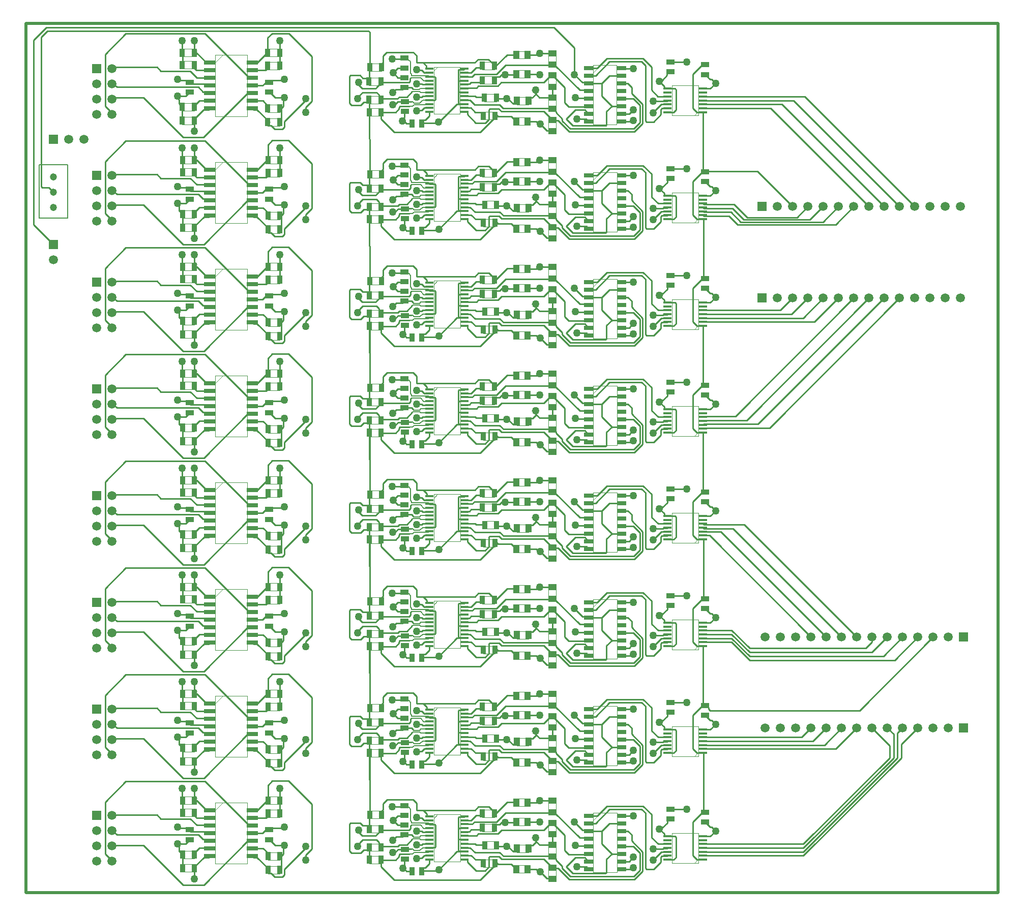
<source format=gtl>
G04*
G04 #@! TF.GenerationSoftware,Altium Limited,Altium Designer,19.0.10 (269)*
G04*
G04 Layer_Physical_Order=1*
G04 Layer_Color=255*
%FSLAX23Y23*%
%MOIN*%
G70*
G01*
G75*
%ADD10C,0.008*%
%ADD11C,0.006*%
%ADD12C,0.010*%
%ADD13C,0.020*%
%ADD14C,0.004*%
%ADD15R,0.061X0.028*%
%ADD16R,0.058X0.018*%
%ADD17R,0.057X0.039*%
%ADD18R,0.037X0.055*%
%ADD19R,0.057X0.036*%
%ADD20R,0.039X0.057*%
%ADD21R,0.036X0.057*%
%ADD22R,0.072X0.028*%
%ADD36C,0.059*%
%ADD37R,0.059X0.059*%
%ADD38R,0.059X0.059*%
%ADD39C,0.047*%
%ADD40C,0.050*%
D10*
X1086Y4424D02*
Y4774D01*
Y4424D02*
X1275D01*
Y4774D01*
X1086D02*
X1275D01*
D11*
X3600Y295D02*
X3644D01*
X3581Y276D02*
X3600Y295D01*
X3545Y276D02*
X3581D01*
X3535Y286D02*
X3545Y276D01*
X3527Y286D02*
X3535D01*
X3636Y456D02*
X3644Y449D01*
X3528Y456D02*
X3636D01*
X3527D02*
Y456D01*
Y465D01*
Y456D02*
X3528Y456D01*
X3520Y473D02*
X3527Y465D01*
X3509Y559D02*
X3520Y548D01*
X3500Y559D02*
X3509D01*
X3520Y473D02*
Y548D01*
X3495Y565D02*
Y573D01*
Y565D02*
X3500Y559D01*
X3523Y442D02*
X3586D01*
X3608Y420D01*
X3640D02*
X3644Y423D01*
X3608Y420D02*
X3640D01*
X3587Y346D02*
X3644D01*
X3581Y353D02*
X3587Y346D01*
X3541Y353D02*
X3581D01*
X3541Y353D02*
X3541Y353D01*
X3534Y353D02*
X3541D01*
X3531Y350D02*
X3534Y353D01*
X3638Y264D02*
X3644Y269D01*
X3545Y264D02*
X3638D01*
X3535Y254D02*
X3545Y264D01*
X3515Y254D02*
X3535D01*
X3586Y372D02*
X3644D01*
X3537Y369D02*
X3541Y365D01*
X3579D02*
X3586Y372D01*
X3541Y365D02*
X3579D01*
X3600Y995D02*
X3644D01*
X3581Y976D02*
X3600Y995D01*
X3545Y976D02*
X3581D01*
X3535Y986D02*
X3545Y976D01*
X3527Y986D02*
X3535D01*
X3636Y1156D02*
X3644Y1149D01*
X3528Y1156D02*
X3636D01*
X3527Y1156D02*
X3528Y1156D01*
X3527Y1156D02*
Y1165D01*
Y1156D02*
Y1156D01*
X3520Y1173D02*
X3527Y1165D01*
X3509Y1259D02*
X3520Y1248D01*
X3500Y1259D02*
X3509D01*
X3520Y1173D02*
Y1248D01*
X3495Y1265D02*
Y1273D01*
Y1265D02*
X3500Y1259D01*
X3523Y1142D02*
X3586D01*
X3608Y1120D01*
X3640D02*
X3644Y1123D01*
X3608Y1120D02*
X3640D01*
X3587Y1046D02*
X3644D01*
X3581Y1053D02*
X3587Y1046D01*
X3541Y1053D02*
X3581D01*
X3541Y1053D02*
X3541Y1053D01*
X3534Y1053D02*
X3541D01*
X3531Y1050D02*
X3534Y1053D01*
X3638Y964D02*
X3644Y969D01*
X3545Y964D02*
X3638D01*
X3535Y954D02*
X3545Y964D01*
X3515Y954D02*
X3535D01*
X3586Y1072D02*
X3644D01*
X3537Y1069D02*
X3541Y1065D01*
X3579D02*
X3586Y1072D01*
X3541Y1065D02*
X3579D01*
X3600Y1695D02*
X3644D01*
X3581Y1676D02*
X3600Y1695D01*
X3545Y1676D02*
X3581D01*
X3535Y1686D02*
X3545Y1676D01*
X3527Y1686D02*
X3535D01*
X3636Y1856D02*
X3644Y1849D01*
X3528Y1856D02*
X3636D01*
X3527Y1856D02*
Y1865D01*
Y1856D02*
X3528Y1856D01*
X3520Y1873D02*
X3527Y1865D01*
Y1856D02*
Y1856D01*
X3509Y1959D02*
X3520Y1948D01*
X3500Y1959D02*
X3509D01*
X3520Y1873D02*
Y1948D01*
X3495Y1965D02*
X3500Y1959D01*
X3495Y1965D02*
Y1973D01*
X3523Y1842D02*
X3586D01*
X3608Y1820D01*
X3640D02*
X3644Y1823D01*
X3608Y1820D02*
X3640D01*
X3587Y1746D02*
X3644D01*
X3581Y1753D02*
X3587Y1746D01*
X3541Y1753D02*
X3581D01*
X3541Y1753D02*
X3541Y1753D01*
X3534Y1753D02*
X3541D01*
X3531Y1750D02*
X3534Y1753D01*
X3638Y1664D02*
X3644Y1669D01*
X3545Y1664D02*
X3638D01*
X3535Y1654D02*
X3545Y1664D01*
X3515Y1654D02*
X3535D01*
X3586Y1772D02*
X3644D01*
X3537Y1769D02*
X3541Y1765D01*
X3579D02*
X3586Y1772D01*
X3541Y1765D02*
X3579D01*
X3600Y2395D02*
X3644D01*
X3581Y2376D02*
X3600Y2395D01*
X3535Y2386D02*
X3545Y2376D01*
X3581D01*
X3527Y2386D02*
X3535D01*
X3636Y2556D02*
X3644Y2549D01*
X3528Y2556D02*
X3636D01*
X3527Y2556D02*
X3528Y2556D01*
X3527Y2556D02*
Y2565D01*
Y2556D02*
Y2556D01*
X3520Y2573D02*
X3527Y2565D01*
X3509Y2659D02*
X3520Y2648D01*
X3500Y2659D02*
X3509D01*
X3520Y2573D02*
Y2648D01*
X3495Y2665D02*
Y2673D01*
Y2665D02*
X3500Y2659D01*
X3523Y2542D02*
X3586D01*
X3608Y2520D01*
X3640D02*
X3644Y2523D01*
X3608Y2520D02*
X3640D01*
X3587Y2446D02*
X3644D01*
X3581Y2453D02*
X3587Y2446D01*
X3541Y2453D02*
X3581D01*
X3541Y2453D02*
X3541Y2453D01*
X3534Y2453D02*
X3541D01*
X3531Y2450D02*
X3534Y2453D01*
X3638Y2364D02*
X3644Y2369D01*
X3545Y2364D02*
X3638D01*
X3535Y2354D02*
X3545Y2364D01*
X3515Y2354D02*
X3535D01*
X3586Y2472D02*
X3644D01*
X3537Y2469D02*
X3541Y2465D01*
X3579D02*
X3586Y2472D01*
X3541Y2465D02*
X3579D01*
X3600Y3095D02*
X3644D01*
X3545Y3076D02*
X3581D01*
X3600Y3095D01*
X3527Y3086D02*
X3535D01*
X3545Y3076D01*
X3636Y3256D02*
X3644Y3249D01*
X3528Y3256D02*
X3636D01*
X3527Y3256D02*
X3528Y3256D01*
X3527D02*
Y3256D01*
Y3265D01*
X3509Y3359D02*
X3520Y3348D01*
X3500Y3359D02*
X3509D01*
X3520Y3273D02*
Y3348D01*
X3495Y3365D02*
Y3373D01*
Y3365D02*
X3500Y3359D01*
X3520Y3273D02*
X3527Y3265D01*
X3523Y3242D02*
X3586D01*
X3608Y3220D01*
X3640D02*
X3644Y3223D01*
X3608Y3220D02*
X3640D01*
X3587Y3146D02*
X3644D01*
X3581Y3153D02*
X3587Y3146D01*
X3541Y3153D02*
X3581D01*
X3541Y3153D02*
X3541Y3153D01*
X3534Y3153D02*
X3541D01*
X3531Y3150D02*
X3534Y3153D01*
X3638Y3064D02*
X3644Y3069D01*
X3545Y3064D02*
X3638D01*
X3535Y3054D02*
X3545Y3064D01*
X3515Y3054D02*
X3535D01*
X3586Y3172D02*
X3644D01*
X3537Y3169D02*
X3541Y3165D01*
X3579D02*
X3586Y3172D01*
X3541Y3165D02*
X3579D01*
X3600Y3795D02*
X3644D01*
X3581Y3776D02*
X3600Y3795D01*
X3535Y3786D02*
X3545Y3776D01*
X3581D01*
X3527Y3786D02*
X3535D01*
X3636Y3956D02*
X3644Y3949D01*
X3528Y3956D02*
X3636D01*
X3527Y3956D02*
X3528Y3956D01*
X3527Y3956D02*
Y3965D01*
Y3956D02*
Y3956D01*
X3520Y3973D02*
X3527Y3965D01*
X3509Y4059D02*
X3520Y4048D01*
X3500Y4059D02*
X3509D01*
X3520Y3973D02*
Y4048D01*
X3495Y4065D02*
Y4073D01*
Y4065D02*
X3500Y4059D01*
X3523Y3942D02*
X3586D01*
X3608Y3920D01*
X3640D02*
X3644Y3923D01*
X3608Y3920D02*
X3640D01*
X3587Y3846D02*
X3644D01*
X3581Y3853D02*
X3587Y3846D01*
X3541Y3853D02*
X3581D01*
X3541Y3853D02*
X3541Y3853D01*
X3534Y3853D02*
X3541D01*
X3531Y3850D02*
X3534Y3853D01*
X3638Y3764D02*
X3644Y3769D01*
X3545Y3764D02*
X3638D01*
X3535Y3754D02*
X3545Y3764D01*
X3515Y3754D02*
X3535D01*
X3586Y3872D02*
X3644D01*
X3537Y3869D02*
X3541Y3865D01*
X3579D02*
X3586Y3872D01*
X3541Y3865D02*
X3579D01*
X3600Y4495D02*
X3644D01*
X3581Y4476D02*
X3600Y4495D01*
X3535Y4486D02*
X3545Y4476D01*
X3581D01*
X3527Y4486D02*
X3535D01*
X3636Y4656D02*
X3644Y4649D01*
X3528Y4656D02*
X3636D01*
X3527Y4656D02*
X3528Y4656D01*
X3527Y4656D02*
Y4665D01*
X3520Y4673D02*
Y4748D01*
X3527Y4656D02*
Y4656D01*
X3509Y4759D02*
X3520Y4748D01*
X3500Y4759D02*
X3509D01*
X3520Y4673D02*
X3527Y4665D01*
X3495Y4765D02*
Y4773D01*
Y4765D02*
X3500Y4759D01*
X3523Y4642D02*
X3586D01*
X3608Y4620D01*
X3640D02*
X3644Y4623D01*
X3608Y4620D02*
X3640D01*
X3587Y4546D02*
X3644D01*
X3581Y4553D02*
X3587Y4546D01*
X3541Y4553D02*
X3581D01*
X3541Y4553D02*
X3541Y4553D01*
X3534Y4553D02*
X3541D01*
X3531Y4550D02*
X3534Y4553D01*
X3638Y4464D02*
X3644Y4469D01*
X3545Y4464D02*
X3638D01*
X3535Y4454D02*
X3545Y4464D01*
X3515Y4454D02*
X3535D01*
X3586Y4572D02*
X3644D01*
X3537Y4569D02*
X3541Y4565D01*
X3579D02*
X3586Y4572D01*
X3541Y4565D02*
X3579D01*
X3494Y5466D02*
Y5475D01*
X3636Y5358D02*
X3643Y5350D01*
X3527Y5358D02*
X3636D01*
X3527D02*
Y5358D01*
Y5367D01*
Y5358D02*
X3527Y5358D01*
X3520Y5375D02*
Y5449D01*
Y5375D02*
X3527Y5367D01*
X3500Y5461D02*
X3508D01*
X3494Y5466D02*
X3500Y5461D01*
X3508D02*
X3520Y5449D01*
X3580Y5178D02*
X3600Y5197D01*
X3643D01*
X3545Y5178D02*
X3580D01*
X3527Y5188D02*
X3534D01*
X3545Y5178D01*
X3523Y5344D02*
X3586D01*
X3608Y5322D01*
X3640D02*
X3643Y5325D01*
X3608Y5322D02*
X3640D01*
X3587Y5248D02*
X3643D01*
X3580Y5255D02*
X3587Y5248D01*
X3540Y5255D02*
X3580D01*
X3540Y5255D02*
X3540Y5255D01*
X3533Y5255D02*
X3540D01*
X3530Y5252D02*
X3533Y5255D01*
X3637Y5166D02*
X3643Y5171D01*
X3545Y5166D02*
X3637D01*
X3535Y5156D02*
X3545Y5166D01*
X3515Y5156D02*
X3535D01*
X3585Y5274D02*
X3643D01*
X3540Y5267D02*
X3578D01*
X3585Y5274D01*
X3536Y5271D02*
X3540Y5267D01*
D12*
X5466Y4437D02*
X5608D01*
X5465Y4438D02*
X5466Y4437D01*
X5440Y4438D02*
X5465D01*
X5436Y4442D02*
X5440Y4438D01*
X5473Y1204D02*
X5482Y1195D01*
X5473Y1204D02*
Y1214D01*
X5460Y1227D02*
X5473Y1214D01*
X5450Y1227D02*
X5460D01*
X5436Y2342D02*
X5480D01*
X5436Y2367D02*
X5554D01*
X4595Y5365D02*
Y5540D01*
X4460Y5675D02*
X4595Y5540D01*
X1135Y5675D02*
X4460D01*
X1050Y5590D02*
X1135Y5675D01*
X1050Y4380D02*
Y5590D01*
Y4380D02*
X1180Y4250D01*
X3252Y3540D02*
Y3713D01*
Y3311D02*
Y3540D01*
Y2840D02*
Y3013D01*
Y2611D02*
Y2840D01*
X3249Y5309D02*
Y5409D01*
X3249Y4243D02*
Y4416D01*
Y4241D02*
Y4243D01*
Y4607D02*
Y4707D01*
Y3907D02*
Y4007D01*
Y3207D02*
Y3307D01*
X3252Y2140D02*
Y2313D01*
Y1440D02*
Y1613D01*
X3249Y2507D02*
Y2607D01*
Y1107D02*
Y1207D01*
Y1807D02*
Y1907D01*
X3252Y740D02*
Y913D01*
X3249Y407D02*
Y507D01*
X3214Y5182D02*
X3249D01*
X3214Y4480D02*
X3249D01*
X3214Y3780D02*
X3249D01*
X3214Y3080D02*
X3249D01*
X3214Y2380D02*
X3249D01*
X3214Y1680D02*
X3249D01*
X3214Y980D02*
X3249D01*
X3214Y280D02*
X3249D01*
X2723Y5634D02*
X2875Y5482D01*
X2612Y5634D02*
X2723D01*
X2585Y5607D02*
X2612Y5634D01*
X3243Y5650D02*
X3252Y5642D01*
X1140Y5650D02*
X3243D01*
X1100Y5610D02*
X1140Y5650D01*
X3475Y565D02*
X3480Y570D01*
X3400Y565D02*
X3475D01*
X3439Y285D02*
X3485D01*
X3418Y264D02*
X3439Y285D01*
X3405Y265D02*
X3416D01*
X3418Y264D01*
X3871Y496D02*
X3875Y500D01*
X3872Y349D02*
X3875Y346D01*
X3840Y423D02*
X3875D01*
X3873Y272D02*
X3875Y269D01*
X3836Y496D02*
X3871D01*
X3835Y417D02*
X3840Y423D01*
X3835Y353D02*
X3838Y349D01*
X3872D01*
X3838Y272D02*
X3873D01*
X3835Y417D02*
Y495D01*
Y353D02*
Y417D01*
Y495D02*
X3836Y496D01*
X3835Y275D02*
X3838Y272D01*
X3835Y275D02*
Y353D01*
X3889Y218D02*
X3893Y214D01*
X3644Y295D02*
X3645Y297D01*
X3479Y286D02*
X3527D01*
X3685Y301D02*
Y442D01*
X3680Y448D02*
X3685Y442D01*
X3681Y297D02*
X3685Y301D01*
X3645Y297D02*
X3681D01*
X3644Y448D02*
X3680D01*
X3644Y449D02*
X3644Y448D01*
X3626Y504D02*
X3629Y500D01*
X3252Y511D02*
Y740D01*
X3964Y563D02*
X4032D01*
X3942Y540D02*
X3964Y563D01*
X4032D02*
X4062Y532D01*
X3626Y504D02*
Y518D01*
X3629Y500D02*
X3644D01*
X3559Y540D02*
Y587D01*
X3537Y609D02*
X3559Y587D01*
Y540D02*
X3603D01*
X3366Y609D02*
X3537D01*
X3341Y584D02*
X3366Y609D01*
X3341Y543D02*
Y584D01*
X3603Y540D02*
X3626Y518D01*
X3603Y540D02*
X3942D01*
X3331Y510D02*
Y533D01*
X3341Y543D01*
X3328Y507D02*
X3331Y510D01*
X3951Y507D02*
X3989D01*
X3918Y474D02*
X3951Y507D01*
X3875Y474D02*
X3918D01*
X3519Y437D02*
X3523Y442D01*
X3519Y419D02*
Y437D01*
X3509Y410D02*
X3519Y419D01*
X3331Y410D02*
X3509D01*
X3327Y408D02*
Y417D01*
X3249D02*
Y426D01*
X4069D02*
Y434D01*
X4057Y426D02*
X4069D01*
X3917Y412D02*
X3989D01*
X3907Y401D02*
X3917Y412D01*
X3879Y401D02*
X3907D01*
X3875Y397D02*
X3879Y401D01*
X3496Y315D02*
X3531Y350D01*
X3446Y315D02*
X3496D01*
X3334Y312D02*
Y317D01*
X3436Y305D02*
X3446Y315D01*
X3341Y305D02*
X3436D01*
X3334Y312D02*
X3341Y305D01*
X3235Y439D02*
X3249Y426D01*
X3207Y439D02*
X3235D01*
X3190Y457D02*
X3207Y439D01*
X3194Y260D02*
X3214Y280D01*
X3127Y457D02*
X3190D01*
X3134Y260D02*
X3194D01*
X3120Y450D02*
X3127Y457D01*
X3120Y274D02*
Y450D01*
Y274D02*
X3134Y260D01*
X3951Y314D02*
X3989D01*
X3944Y321D02*
X3951Y314D01*
X3875Y321D02*
X3944D01*
X3449Y254D02*
X3515D01*
X3447Y251D02*
Y252D01*
X3449Y254D01*
X3446Y251D02*
X3447D01*
X3446Y244D02*
Y251D01*
X3445Y238D02*
Y244D01*
X3446Y244D01*
X3422Y215D02*
X3445Y238D01*
X3328Y215D02*
X3422D01*
X3328D02*
Y216D01*
X3327Y215D02*
X3328Y216D01*
X3249Y216D02*
Y280D01*
X4067Y216D02*
X4095Y188D01*
X4069Y176D02*
Y187D01*
X4075Y193D01*
X3976Y84D02*
X4069Y176D01*
X3414Y84D02*
X3976D01*
X3328Y170D02*
X3414Y84D01*
X3328Y170D02*
Y215D01*
X3946Y216D02*
X3989D01*
X3918Y244D02*
X3946Y216D01*
X3875Y244D02*
X3918D01*
X4209Y593D02*
X4211Y591D01*
Y582D02*
Y591D01*
X4153Y593D02*
X4209D01*
X4067Y507D02*
X4153Y593D01*
X4207Y473D02*
Y481D01*
X4141Y460D02*
Y470D01*
X4134Y478D02*
X4141Y470D01*
Y460D02*
X4207D01*
X4213Y465D01*
X4104Y448D02*
X4134Y478D01*
X4083Y448D02*
X4104D01*
X4069Y434D02*
X4083Y448D01*
X3328Y407D02*
X3331Y410D01*
X3180Y401D02*
Y410D01*
X3298Y379D02*
X3327Y408D01*
X3298Y379D02*
X3298D01*
X3298Y379D02*
X3298Y379D01*
X3298Y379D02*
X3298D01*
X3178Y399D02*
X3180Y401D01*
X3178Y399D02*
X3204Y373D01*
X3292D02*
X3298Y379D01*
X3204Y373D02*
X3292D01*
X4365Y465D02*
X4368Y463D01*
X4287Y465D02*
X4365D01*
X4286Y473D02*
X4293Y480D01*
X4095Y188D02*
X4180D01*
X4213Y155D01*
X4084Y311D02*
X4090Y305D01*
X4150D02*
X4158D01*
X4090D02*
X4129D01*
X4193Y270D02*
X4213Y290D01*
X4158Y305D02*
X4193Y270D01*
X3298Y346D02*
X3314Y330D01*
X3207Y346D02*
X3298D01*
X3314Y310D02*
Y330D01*
X3188Y327D02*
X3207Y346D01*
X3314Y310D02*
X3327Y297D01*
X3527Y379D02*
X3537Y369D01*
X3479Y379D02*
X3527D01*
X3466Y366D02*
X3479Y379D01*
X3426Y366D02*
X3466D01*
X3405Y345D02*
X3426Y366D01*
X3438Y443D02*
X3479D01*
X3437Y504D02*
X3471D01*
X3475Y508D01*
X3407Y474D02*
X3437Y504D01*
X3407Y474D02*
X3438Y443D01*
X3825Y269D02*
X3875D01*
X3700Y144D02*
X3825Y269D01*
X3644Y190D02*
Y218D01*
X3598Y144D02*
X3700D01*
X3618Y164D02*
X3644Y190D01*
X3608Y164D02*
X3618D01*
X3595Y151D02*
X3608Y164D01*
X3595Y141D02*
Y151D01*
Y141D02*
X3598Y144D01*
X3479Y180D02*
Y222D01*
X3495Y141D02*
X3531D01*
X3469Y170D02*
X3479Y180D01*
X3477Y159D02*
X3495Y141D01*
X3469Y159D02*
X3477D01*
X3469D02*
Y170D01*
X1995Y430D02*
X2000Y425D01*
X2062D02*
X2075Y412D01*
X2000Y425D02*
X2062D01*
X2599Y344D02*
X2599Y345D01*
X2690Y425D02*
X2695Y430D01*
X2613Y425D02*
X2690D01*
X2597Y410D02*
X2613Y425D01*
X2595Y412D02*
X2597Y410D01*
X2078Y400D02*
X2079Y402D01*
Y400D02*
X2205D01*
X2200Y335D02*
X2205Y340D01*
X2569Y410D02*
X2597D01*
X2549Y390D02*
X2569Y410D01*
X2485Y390D02*
X2549D01*
X4682Y411D02*
X4688Y405D01*
X4648Y411D02*
X4682D01*
X4595Y463D02*
X4648Y411D01*
X4685Y308D02*
X4688Y305D01*
X4600Y310D02*
X4602Y308D01*
X4688Y305D02*
X4705D01*
X4602Y308D02*
X4685D01*
X4673Y170D02*
X4676Y166D01*
X4610Y170D02*
X4673D01*
X4840Y255D02*
X4902D01*
X4825Y455D02*
X4902D01*
X4805Y220D02*
X4840Y255D01*
X4805Y133D02*
Y220D01*
X4799Y127D02*
X4805Y133D01*
X4775Y405D02*
X4825Y455D01*
X4688Y405D02*
X4775D01*
Y320D02*
Y405D01*
Y320D02*
X4840Y255D01*
X4663Y230D02*
X4688Y205D01*
X4583Y127D02*
X4799D01*
X4600Y230D02*
X4663D01*
X4540Y170D02*
X4600Y230D01*
X4540Y170D02*
X4583Y127D01*
X4908Y505D02*
X4917Y514D01*
Y503D02*
Y514D01*
Y503D02*
X4981D01*
X4902Y505D02*
X4908D01*
X2119Y490D02*
X2205D01*
X2105Y504D02*
X2119Y490D01*
X2105Y504D02*
Y504D01*
X2203Y292D02*
X2205Y290D01*
X2138Y292D02*
X2203D01*
X2104Y259D02*
X2138Y292D01*
X2104Y250D02*
Y259D01*
X2047Y320D02*
X2075Y348D01*
X2005Y271D02*
X2026Y250D01*
X1995Y320D02*
X2047D01*
X1995Y309D02*
Y320D01*
Y309D02*
X2005Y299D01*
Y271D02*
Y299D01*
X2596Y240D02*
Y249D01*
X2554Y290D02*
X2596Y249D01*
X2485Y290D02*
X2554D01*
X2688Y303D02*
X2695Y310D01*
X2634D02*
X2695D01*
X2688Y254D02*
Y303D01*
X2674Y240D02*
X2688Y254D01*
X2599Y345D02*
X2634Y310D01*
X2595Y348D02*
X2599Y344D01*
X2664Y504D02*
Y520D01*
X2586Y504D02*
Y504D01*
X2572Y490D02*
X2586Y504D01*
X2485Y490D02*
X2572D01*
X3559Y494D02*
X3563Y491D01*
X3592D01*
X3609Y474D02*
X3644D01*
X3592Y491D02*
X3609Y474D01*
X2104Y632D02*
Y684D01*
Y632D02*
X2118Y619D01*
X2119Y604D02*
X2183Y540D01*
X2205D01*
X2026Y504D02*
Y591D01*
X2024Y606D02*
Y684D01*
Y606D02*
X2026Y605D01*
Y161D02*
Y250D01*
X3593Y403D02*
X3599Y397D01*
X3560Y403D02*
X3593D01*
X3561Y403D02*
X3561D01*
X3560Y403D02*
X3561Y403D01*
X3599Y397D02*
X3644D01*
X2196Y231D02*
X2205Y240D01*
X2166Y231D02*
X2196D01*
X2104Y170D02*
X2166Y231D01*
X2104Y161D02*
Y170D01*
Y90D02*
Y161D01*
X3599Y321D02*
X3644D01*
X3592Y314D02*
X3599Y321D01*
X3561Y314D02*
X3592D01*
X2835Y295D02*
Y305D01*
X2694Y154D02*
X2835Y295D01*
X2515Y231D02*
X2596Y150D01*
X2599Y127D02*
X2608D01*
X2586Y141D02*
Y150D01*
X2485Y240D02*
X2494Y231D01*
X2515D01*
X2694Y118D02*
Y154D01*
X2681Y105D02*
X2694Y118D01*
X2631Y105D02*
X2681D01*
X2586Y141D02*
X2599Y127D01*
X2608D02*
X2631Y105D01*
X2674Y240D02*
X2675Y239D01*
Y150D02*
Y239D01*
X3643Y244D02*
X3644Y244D01*
X3609Y244D02*
X3643D01*
X2875Y288D02*
Y580D01*
X2835Y248D02*
X2875Y288D01*
X3562Y228D02*
X3592D01*
X3609Y244D01*
X3559Y224D02*
X3562Y228D01*
X2835Y215D02*
Y248D01*
X2615Y735D02*
X2720D01*
X2586Y705D02*
X2615Y735D01*
X2720D02*
X2875Y580D01*
X2586Y605D02*
Y705D01*
X2576Y600D02*
X2586Y591D01*
X2516Y540D02*
X2576Y600D01*
X2485Y540D02*
X2516D01*
X2660Y611D02*
X2665Y606D01*
Y616D02*
Y685D01*
X2664Y605D02*
X2665Y606D01*
X2660Y611D02*
X2665Y616D01*
X2664Y520D02*
Y591D01*
X2463Y440D02*
X2485D01*
X1655Y730D02*
X2173D01*
X2463Y440D01*
X1520Y595D02*
X1655Y730D01*
X1520Y255D02*
Y595D01*
Y255D02*
X1565Y211D01*
X2485Y340D02*
X2485Y340D01*
X2455Y340D02*
X2485D01*
X2166Y50D02*
X2455Y340D01*
X1565Y311D02*
X1769D01*
X2030Y50D02*
X2166D01*
X1769Y311D02*
X2030Y50D01*
X2196Y349D02*
X2205Y340D01*
X2161Y349D02*
X2196D01*
X1596Y380D02*
X2130D01*
X1565Y411D02*
X1596Y380D01*
X2130D02*
X2161Y349D01*
X2120Y443D02*
X2202D01*
X2078Y485D02*
X2120Y443D01*
X2202D02*
X2205Y440D01*
X1885Y485D02*
X2078D01*
X1565Y511D02*
X1859D01*
X1885Y485D01*
X5330Y546D02*
X5333Y543D01*
X5225Y546D02*
X5330D01*
X5396Y216D02*
X5436D01*
X5370Y465D02*
X5436Y531D01*
X5370Y242D02*
Y465D01*
Y242D02*
X5396Y216D01*
X5494Y431D02*
X5520Y405D01*
X5450Y463D02*
X5482Y431D01*
X5494D01*
X5485Y370D02*
X5520Y405D01*
X5436Y370D02*
X5485D01*
X5215Y482D02*
X5225D01*
X5202Y469D02*
X5215Y482D01*
X5202Y458D02*
Y469D01*
X5186Y370D02*
X5205D01*
X5169Y426D02*
X5202Y458D01*
X5182Y374D02*
X5186Y370D01*
X5158Y426D02*
X5169D01*
X5150Y418D02*
X5158Y426D01*
X5182Y374D02*
Y386D01*
X5150Y418D02*
X5182Y386D01*
X5100Y360D02*
Y513D01*
Y360D02*
X5142Y319D01*
X5045Y568D02*
X5100Y513D01*
X5142Y319D02*
X5205D01*
X4808Y568D02*
X5045D01*
X4745Y505D02*
X4808Y568D01*
X4688Y505D02*
X4745D01*
X5201Y289D02*
X5205Y293D01*
X5176Y289D02*
X5201D01*
X5110Y288D02*
X5175D01*
X5176Y289D01*
X4952Y205D02*
X4980Y233D01*
X4902Y205D02*
X4952D01*
X5163Y267D02*
X5205D01*
X5110Y215D02*
X5163Y267D01*
X5110Y213D02*
Y215D01*
X4970Y163D02*
X4980D01*
X4962Y155D02*
X4970Y163D01*
X4902Y155D02*
X4962D01*
X5203Y240D02*
X5205Y242D01*
X5160Y233D02*
X5167Y240D01*
X5203D01*
X5160Y200D02*
Y233D01*
X5113Y153D02*
X5160Y200D01*
X5066Y153D02*
X5113D01*
X4825Y548D02*
X5035D01*
X5060Y523D01*
X4732Y455D02*
X4825Y548D01*
X4688Y455D02*
X4732D01*
X5060Y159D02*
Y523D01*
Y159D02*
X5066Y153D01*
X5205Y370D02*
X5254D01*
X5260Y363D01*
Y231D02*
Y363D01*
X5245Y216D02*
X5260Y231D01*
X5205Y216D02*
X5245D01*
X4630Y360D02*
X4683D01*
X4440Y525D02*
X4465D01*
X4683Y360D02*
X4688Y355D01*
X4465Y525D02*
X4630Y360D01*
X4083Y465D02*
X4142Y525D01*
X4440D01*
X3940Y465D02*
X4083D01*
X3923Y449D02*
X3940Y465D01*
X3875Y449D02*
X3923D01*
X4368Y602D02*
X4450D01*
X4356Y603D02*
X4367D01*
X4368Y602D01*
X4344Y591D02*
X4356Y603D01*
X4287Y591D02*
X4344D01*
X4450Y457D02*
X4530Y377D01*
Y278D02*
Y377D01*
X4393Y410D02*
X4440Y457D01*
X4683Y250D02*
X4688Y255D01*
X4530Y278D02*
X4558Y250D01*
X4683D01*
X4093Y387D02*
X4116Y410D01*
X4393D01*
X3953Y375D02*
X3965Y387D01*
X4093D01*
X3878Y375D02*
X3953D01*
X3875Y372D02*
X3878Y375D01*
X4412Y95D02*
X4445D01*
X4450Y90D01*
X4370Y138D02*
X4412Y95D01*
X4361Y138D02*
X4370D01*
X4344Y155D02*
X4361Y138D01*
X4287Y155D02*
X4344D01*
X4944Y405D02*
X4970Y379D01*
X4902Y405D02*
X4944D01*
X4970Y339D02*
X5041Y268D01*
X4970Y339D02*
Y379D01*
X4394Y221D02*
X4450Y165D01*
X4454Y161D02*
X4488D01*
X5041Y141D02*
Y268D01*
X4988Y88D02*
X5041Y141D01*
X4560Y88D02*
X4988D01*
X4450Y165D02*
X4454Y161D01*
X4488D02*
X4560Y88D01*
X4099Y238D02*
X4116Y221D01*
X4041Y238D02*
X4099D01*
X4116Y221D02*
X4394D01*
X4035Y232D02*
X4041Y238D01*
X3875Y218D02*
X3889D01*
X4035Y169D02*
Y232D01*
X4010Y144D02*
X4035Y169D01*
X3949Y144D02*
X4010D01*
X3893Y200D02*
Y214D01*
Y200D02*
X3949Y144D01*
X4450Y313D02*
Y382D01*
X4366Y313D02*
X4450D01*
X4344Y335D02*
X4366Y313D01*
X4329Y349D02*
X4344Y335D01*
X4318Y360D02*
X4340D01*
X4318D02*
X4329Y349D01*
X4319Y310D02*
X4344Y335D01*
X4302Y310D02*
X4319D01*
X4287Y295D02*
X4302Y310D01*
X4287Y290D02*
Y295D01*
X4902Y305D02*
X4980D01*
X5025Y260D01*
X4474Y214D02*
Y223D01*
Y214D02*
X4515Y172D01*
X5025Y148D02*
Y260D01*
X4985Y108D02*
X5025Y148D01*
X4566Y108D02*
X4985D01*
X4515Y159D02*
Y172D01*
Y159D02*
X4566Y108D01*
X3942Y264D02*
X4105D01*
X3910Y295D02*
X3942Y264D01*
X4129Y240D02*
X4448D01*
X3875Y295D02*
X3910D01*
X4459Y238D02*
X4474Y223D01*
X4450Y238D02*
X4459D01*
X4105Y264D02*
X4129Y240D01*
X4448D02*
X4450Y238D01*
X3475Y1265D02*
X3480Y1270D01*
X3400Y1265D02*
X3475D01*
X3439Y985D02*
X3485D01*
X3418Y964D02*
X3439Y985D01*
X3416Y965D02*
X3418Y964D01*
X3405Y965D02*
X3416D01*
X3871Y1196D02*
X3875Y1200D01*
X3872Y1049D02*
X3875Y1046D01*
X3840Y1123D02*
X3875D01*
X3873Y972D02*
X3875Y969D01*
X3836Y1196D02*
X3871D01*
X3835Y1117D02*
X3840Y1123D01*
X3835Y1053D02*
X3838Y1049D01*
X3872D01*
X3838Y972D02*
X3873D01*
X3835Y1117D02*
Y1195D01*
Y1053D02*
Y1117D01*
Y1195D02*
X3836Y1196D01*
X3835Y975D02*
X3838Y972D01*
X3835Y975D02*
Y1053D01*
X3889Y918D02*
X3893Y914D01*
X3644Y995D02*
X3645Y997D01*
X3479Y986D02*
X3527D01*
X3685Y1001D02*
Y1142D01*
X3680Y1148D02*
X3685Y1142D01*
X3681Y997D02*
X3685Y1001D01*
X3645Y997D02*
X3681D01*
X3644Y1148D02*
X3680D01*
X3644Y1149D02*
X3644Y1148D01*
X3626Y1204D02*
X3629Y1200D01*
X3252Y1211D02*
Y1440D01*
X3964Y1263D02*
X4032D01*
X3942Y1240D02*
X3964Y1263D01*
X4032D02*
X4062Y1232D01*
X3626Y1204D02*
Y1218D01*
X3629Y1200D02*
X3644D01*
X3559Y1240D02*
Y1287D01*
X3537Y1309D02*
X3559Y1287D01*
Y1240D02*
X3603D01*
X3366Y1309D02*
X3537D01*
X3341Y1284D02*
X3366Y1309D01*
X3341Y1243D02*
Y1284D01*
X3603Y1240D02*
X3626Y1218D01*
X3603Y1240D02*
X3942D01*
X3331Y1210D02*
Y1233D01*
X3341Y1243D01*
X3328Y1207D02*
X3331Y1210D01*
X3951Y1207D02*
X3989D01*
X3918Y1174D02*
X3951Y1207D01*
X3875Y1174D02*
X3918D01*
X3519Y1137D02*
X3523Y1142D01*
X3519Y1119D02*
Y1137D01*
X3509Y1110D02*
X3519Y1119D01*
X3331Y1110D02*
X3509D01*
X3327Y1108D02*
Y1117D01*
X3249D02*
Y1126D01*
X4069D02*
Y1134D01*
X4057Y1126D02*
X4069D01*
X3917Y1112D02*
X3989D01*
X3907Y1101D02*
X3917Y1112D01*
X3879Y1101D02*
X3907D01*
X3875Y1097D02*
X3879Y1101D01*
X3496Y1015D02*
X3531Y1050D01*
X3446Y1015D02*
X3496D01*
X3334Y1012D02*
Y1017D01*
X3436Y1005D02*
X3446Y1015D01*
X3341Y1005D02*
X3436D01*
X3334Y1012D02*
X3341Y1005D01*
X3235Y1139D02*
X3249Y1126D01*
X3207Y1139D02*
X3235D01*
X3194Y960D02*
X3214Y980D01*
X3190Y1157D02*
X3207Y1139D01*
X3127Y1157D02*
X3190D01*
X3134Y960D02*
X3194D01*
X3120Y1150D02*
X3127Y1157D01*
X3120Y974D02*
Y1150D01*
Y974D02*
X3134Y960D01*
X3951Y1014D02*
X3989D01*
X3944Y1021D02*
X3951Y1014D01*
X3875Y1021D02*
X3944D01*
X3449Y954D02*
X3515D01*
X3447Y951D02*
Y952D01*
X3449Y954D01*
X3446Y951D02*
X3447D01*
X3446Y944D02*
Y951D01*
X3445Y938D02*
Y944D01*
X3446Y944D01*
X3422Y915D02*
X3445Y938D01*
X3328Y915D02*
X3422D01*
X3328D02*
Y916D01*
X3327Y915D02*
X3328Y916D01*
X3249Y916D02*
Y980D01*
Y741D02*
Y916D01*
X4067D02*
X4095Y888D01*
X4069Y876D02*
Y887D01*
X4075Y893D01*
X3976Y784D02*
X4069Y876D01*
X3414Y784D02*
X3976D01*
X3328Y870D02*
X3414Y784D01*
X3328Y870D02*
Y915D01*
X3946Y916D02*
X3989D01*
X3918Y944D02*
X3946Y916D01*
X3875Y944D02*
X3918D01*
X4209Y1293D02*
X4211Y1291D01*
Y1282D02*
Y1291D01*
X4153Y1293D02*
X4209D01*
X4067Y1207D02*
X4153Y1293D01*
X4207Y1173D02*
Y1181D01*
X4141Y1160D02*
Y1170D01*
X4134Y1178D02*
X4141Y1170D01*
Y1160D02*
X4207D01*
X4213Y1165D01*
X4104Y1148D02*
X4134Y1178D01*
X4083Y1148D02*
X4104D01*
X4069Y1134D02*
X4083Y1148D01*
X3328Y1107D02*
X3331Y1110D01*
X3180Y1101D02*
Y1110D01*
X3298Y1079D02*
X3327Y1108D01*
X3298Y1079D02*
X3298D01*
X3298Y1079D02*
X3298Y1079D01*
X3298Y1079D02*
X3298D01*
X3178Y1099D02*
X3180Y1101D01*
X3178Y1099D02*
X3204Y1073D01*
X3292D02*
X3298Y1079D01*
X3204Y1073D02*
X3292D01*
X4365Y1165D02*
X4368Y1163D01*
X4287Y1165D02*
X4365D01*
X4286Y1173D02*
X4293Y1180D01*
X4095Y888D02*
X4180D01*
X4213Y855D01*
X4084Y1011D02*
X4090Y1005D01*
X4150D02*
X4158D01*
X4090D02*
X4129D01*
X4193Y970D02*
X4213Y990D01*
X4158Y1005D02*
X4193Y970D01*
X3298Y1046D02*
X3314Y1030D01*
X3207Y1046D02*
X3298D01*
X3314Y1010D02*
Y1030D01*
X3188Y1027D02*
X3207Y1046D01*
X3314Y1010D02*
X3327Y997D01*
X3527Y1079D02*
X3537Y1069D01*
X3479Y1079D02*
X3527D01*
X3466Y1066D02*
X3479Y1079D01*
X3426Y1066D02*
X3466D01*
X3405Y1045D02*
X3426Y1066D01*
X3438Y1143D02*
X3479D01*
X3437Y1204D02*
X3471D01*
X3475Y1208D01*
X3407Y1174D02*
X3437Y1204D01*
X3407Y1174D02*
X3438Y1143D01*
X3825Y969D02*
X3875D01*
X3700Y844D02*
X3825Y969D01*
X3644Y890D02*
Y918D01*
X3598Y844D02*
X3700D01*
X3618Y864D02*
X3644Y890D01*
X3608Y864D02*
X3618D01*
X3595Y851D02*
X3608Y864D01*
X3595Y841D02*
Y851D01*
Y841D02*
X3598Y844D01*
X3479Y880D02*
Y922D01*
X3495Y841D02*
X3531D01*
X3469Y870D02*
X3479Y880D01*
X3477Y859D02*
X3495Y841D01*
X3469Y859D02*
X3477D01*
X3469D02*
Y870D01*
X1995Y1130D02*
X2000Y1125D01*
X2062D02*
X2075Y1112D01*
X2000Y1125D02*
X2062D01*
X2599Y1044D02*
X2599Y1045D01*
X2690Y1125D02*
X2695Y1130D01*
X2613Y1125D02*
X2690D01*
X2597Y1110D02*
X2613Y1125D01*
X2595Y1112D02*
X2597Y1110D01*
X2078Y1100D02*
X2079Y1102D01*
Y1100D02*
X2205D01*
X2200Y1035D02*
X2205Y1040D01*
X2569Y1110D02*
X2597D01*
X2549Y1090D02*
X2569Y1110D01*
X2485Y1090D02*
X2549D01*
X4682Y1111D02*
X4688Y1105D01*
X4648Y1111D02*
X4682D01*
X4595Y1163D02*
X4648Y1111D01*
X4685Y1008D02*
X4688Y1005D01*
X4600Y1010D02*
X4602Y1008D01*
X4688Y1005D02*
X4705D01*
X4602Y1008D02*
X4685D01*
X4673Y870D02*
X4676Y866D01*
X4610Y870D02*
X4673D01*
X4840Y955D02*
X4902D01*
X4825Y1155D02*
X4902D01*
X4805Y920D02*
X4840Y955D01*
X4805Y833D02*
Y920D01*
X4799Y827D02*
X4805Y833D01*
X4775Y1105D02*
X4825Y1155D01*
X4775Y1020D02*
X4840Y955D01*
X4775Y1020D02*
Y1105D01*
X4688D02*
X4775D01*
X4663Y930D02*
X4688Y905D01*
X4583Y827D02*
X4799D01*
X4600Y930D02*
X4663D01*
X4540Y870D02*
X4600Y930D01*
X4540Y870D02*
X4583Y827D01*
X4908Y1205D02*
X4917Y1214D01*
Y1203D02*
Y1214D01*
Y1203D02*
X4981D01*
X4902Y1205D02*
X4908D01*
X2119Y1190D02*
X2205D01*
X2105Y1204D02*
X2119Y1190D01*
X2105Y1204D02*
Y1204D01*
X2203Y992D02*
X2205Y990D01*
X2138Y992D02*
X2203D01*
X2104Y959D02*
X2138Y992D01*
X2104Y950D02*
Y959D01*
X2047Y1020D02*
X2075Y1048D01*
X2005Y971D02*
X2026Y950D01*
X1995Y1020D02*
X2047D01*
X1995Y1009D02*
Y1020D01*
Y1009D02*
X2005Y999D01*
Y971D02*
Y999D01*
X2596Y940D02*
Y949D01*
X2554Y990D02*
X2596Y949D01*
X2485Y990D02*
X2554D01*
X2688Y1003D02*
X2695Y1010D01*
X2634D02*
X2695D01*
X2688Y954D02*
Y1003D01*
X2674Y940D02*
X2688Y954D01*
X2599Y1045D02*
X2634Y1010D01*
X2595Y1048D02*
X2599Y1044D01*
X2664Y1204D02*
Y1220D01*
X2586Y1204D02*
Y1204D01*
X2572Y1190D02*
X2586Y1204D01*
X2485Y1190D02*
X2572D01*
X3559Y1194D02*
X3563Y1191D01*
X3592D01*
X3609Y1174D02*
X3644D01*
X3592Y1191D02*
X3609Y1174D01*
X2104Y1332D02*
Y1384D01*
Y1332D02*
X2118Y1319D01*
X2119Y1304D02*
X2183Y1240D01*
X2205D01*
X2026Y1204D02*
Y1291D01*
X2024Y1306D02*
Y1384D01*
Y1306D02*
X2026Y1305D01*
Y861D02*
Y950D01*
X3593Y1103D02*
X3599Y1097D01*
X3560Y1103D02*
X3593D01*
X3561Y1103D02*
X3561D01*
X3560Y1103D02*
X3561Y1103D01*
X3599Y1097D02*
X3644D01*
X2196Y931D02*
X2205Y940D01*
X2166Y931D02*
X2196D01*
X2104Y870D02*
X2166Y931D01*
X2104Y861D02*
Y870D01*
Y790D02*
Y861D01*
X3599Y1021D02*
X3644D01*
X3592Y1014D02*
X3599Y1021D01*
X3561Y1014D02*
X3592D01*
X2835Y995D02*
Y1005D01*
X2694Y854D02*
X2835Y995D01*
X2515Y931D02*
X2596Y850D01*
X2599Y827D02*
X2608D01*
X2586Y841D02*
Y850D01*
X2485Y940D02*
X2494Y931D01*
X2515D01*
X2694Y818D02*
Y854D01*
X2681Y805D02*
X2694Y818D01*
X2631Y805D02*
X2681D01*
X2586Y841D02*
X2599Y827D01*
X2608D02*
X2631Y805D01*
X2674Y940D02*
X2675Y939D01*
Y850D02*
Y939D01*
X3643Y944D02*
X3644Y944D01*
X3609Y944D02*
X3643D01*
X2875Y988D02*
Y1280D01*
X2835Y948D02*
X2875Y988D01*
X3562Y928D02*
X3592D01*
X3609Y944D01*
X3559Y924D02*
X3562Y928D01*
X2835Y915D02*
Y948D01*
X2615Y1435D02*
X2720D01*
X2586Y1405D02*
X2615Y1435D01*
X2720D02*
X2875Y1280D01*
X2586Y1305D02*
Y1405D01*
X2576Y1300D02*
X2586Y1291D01*
X2516Y1240D02*
X2576Y1300D01*
X2485Y1240D02*
X2516D01*
X2664Y1305D02*
X2665Y1306D01*
Y1316D02*
Y1385D01*
X2664Y1220D02*
Y1291D01*
X2660Y1311D02*
X2665Y1316D01*
X2660Y1311D02*
X2665Y1306D01*
X2463Y1140D02*
X2485D01*
X1655Y1430D02*
X2173D01*
X2463Y1140D01*
X1520Y1295D02*
X1655Y1430D01*
X1520Y955D02*
Y1295D01*
Y955D02*
X1565Y911D01*
X2485Y1040D02*
X2485Y1040D01*
X2455Y1040D02*
X2485D01*
X2166Y750D02*
X2455Y1040D01*
X1565Y1011D02*
X1769D01*
X2030Y750D02*
X2166D01*
X1769Y1011D02*
X2030Y750D01*
X2196Y1049D02*
X2205Y1040D01*
X2161Y1049D02*
X2196D01*
X1596Y1080D02*
X2130D01*
X1565Y1111D02*
X1596Y1080D01*
X2130D02*
X2161Y1049D01*
X2120Y1143D02*
X2202D01*
X2078Y1185D02*
X2120Y1143D01*
X2202D02*
X2205Y1140D01*
X1885Y1185D02*
X2078D01*
X1565Y1211D02*
X1859D01*
X1885Y1185D01*
X5330Y1246D02*
X5333Y1243D01*
X5225Y1246D02*
X5330D01*
X5396Y916D02*
X5436D01*
X5370Y1165D02*
X5436Y1231D01*
X5370Y942D02*
Y1165D01*
Y942D02*
X5396Y916D01*
X5494Y1131D02*
X5520Y1105D01*
X5450Y1163D02*
X5482Y1131D01*
X5494D01*
X5485Y1070D02*
X5520Y1105D01*
X5436Y1070D02*
X5485D01*
X5215Y1182D02*
X5225D01*
X5202Y1169D02*
X5215Y1182D01*
X5202Y1158D02*
Y1169D01*
X5186Y1070D02*
X5205D01*
X5169Y1126D02*
X5202Y1158D01*
X5182Y1074D02*
X5186Y1070D01*
X5158Y1126D02*
X5169D01*
X5150Y1118D02*
X5158Y1126D01*
X5182Y1074D02*
Y1086D01*
X5150Y1118D02*
X5182Y1086D01*
X5100Y1060D02*
Y1213D01*
Y1060D02*
X5142Y1019D01*
X5045Y1268D02*
X5100Y1213D01*
X5142Y1019D02*
X5205D01*
X4808Y1268D02*
X5045D01*
X4745Y1205D02*
X4808Y1268D01*
X4688Y1205D02*
X4745D01*
X5201Y989D02*
X5205Y993D01*
X5176Y989D02*
X5201D01*
X5110Y988D02*
X5175D01*
X5176Y989D01*
X4952Y905D02*
X4980Y933D01*
X4902Y905D02*
X4952D01*
X5163Y967D02*
X5205D01*
X5110Y915D02*
X5163Y967D01*
X5110Y913D02*
Y915D01*
X4970Y863D02*
X4980D01*
X4962Y855D02*
X4970Y863D01*
X4902Y855D02*
X4962D01*
X5203Y940D02*
X5205Y942D01*
X5160Y933D02*
X5167Y940D01*
X5203D01*
X5160Y900D02*
Y933D01*
X5113Y853D02*
X5160Y900D01*
X5066Y853D02*
X5113D01*
X4825Y1248D02*
X5035D01*
X5060Y1223D01*
X4732Y1155D02*
X4825Y1248D01*
X4688Y1155D02*
X4732D01*
X5060Y859D02*
Y1223D01*
Y859D02*
X5066Y853D01*
X5205Y1070D02*
X5254D01*
X5260Y1063D01*
Y931D02*
Y1063D01*
X5245Y916D02*
X5260Y931D01*
X5205Y916D02*
X5245D01*
X4630Y1060D02*
X4683D01*
X4440Y1225D02*
X4465D01*
X4683Y1060D02*
X4688Y1055D01*
X4465Y1225D02*
X4630Y1060D01*
X4083Y1165D02*
X4142Y1225D01*
X4440D01*
X3940Y1165D02*
X4083D01*
X3923Y1149D02*
X3940Y1165D01*
X3875Y1149D02*
X3923D01*
X4368Y1302D02*
X4450D01*
X4356Y1303D02*
X4367D01*
X4368Y1302D01*
X4344Y1291D02*
X4356Y1303D01*
X4287Y1291D02*
X4344D01*
X4450Y1157D02*
X4530Y1077D01*
Y978D02*
Y1077D01*
X4393Y1110D02*
X4440Y1157D01*
X4683Y950D02*
X4688Y955D01*
X4530Y978D02*
X4558Y950D01*
X4683D01*
X4093Y1087D02*
X4116Y1110D01*
X4393D01*
X3953Y1075D02*
X3965Y1087D01*
X4093D01*
X3878Y1075D02*
X3953D01*
X3875Y1072D02*
X3878Y1075D01*
X4412Y795D02*
X4445D01*
X4450Y790D01*
X4370Y838D02*
X4412Y795D01*
X4361Y838D02*
X4370D01*
X4344Y855D02*
X4361Y838D01*
X4287Y855D02*
X4344D01*
X4944Y1105D02*
X4970Y1079D01*
X4902Y1105D02*
X4944D01*
X4970Y1039D02*
X5041Y968D01*
X4970Y1039D02*
Y1079D01*
X4394Y921D02*
X4450Y865D01*
X4454Y861D02*
X4488D01*
X5041Y841D02*
Y968D01*
X4988Y788D02*
X5041Y841D01*
X4560Y788D02*
X4988D01*
X4450Y865D02*
X4454Y861D01*
X4488D02*
X4560Y788D01*
X4099Y938D02*
X4116Y921D01*
X4041Y938D02*
X4099D01*
X4116Y921D02*
X4394D01*
X4035Y932D02*
X4041Y938D01*
X3875Y918D02*
X3889D01*
X4035Y869D02*
Y932D01*
X4010Y844D02*
X4035Y869D01*
X3949Y844D02*
X4010D01*
X3893Y900D02*
Y914D01*
Y900D02*
X3949Y844D01*
X4450Y1013D02*
Y1082D01*
X4366Y1013D02*
X4450D01*
X4344Y1035D02*
X4366Y1013D01*
X4329Y1049D02*
X4344Y1035D01*
X4318Y1060D02*
X4340D01*
X4318D02*
X4329Y1049D01*
X4319Y1010D02*
X4344Y1035D01*
X4302Y1010D02*
X4319D01*
X4287Y995D02*
X4302Y1010D01*
X4287Y990D02*
Y995D01*
X4902Y1005D02*
X4980D01*
X5025Y960D01*
X4474Y914D02*
Y923D01*
Y914D02*
X4515Y872D01*
X5025Y848D02*
Y960D01*
X4985Y808D02*
X5025Y848D01*
X4566Y808D02*
X4985D01*
X4515Y859D02*
Y872D01*
Y859D02*
X4566Y808D01*
X3942Y964D02*
X4105D01*
X3910Y995D02*
X3942Y964D01*
X4129Y940D02*
X4448D01*
X3875Y995D02*
X3910D01*
X4459Y938D02*
X4474Y923D01*
X4450Y938D02*
X4459D01*
X4105Y964D02*
X4129Y940D01*
X4448D02*
X4450Y938D01*
X3475Y1965D02*
X3480Y1970D01*
X3400Y1965D02*
X3475D01*
X3439Y1685D02*
X3485D01*
X3418Y1664D02*
X3439Y1685D01*
X3416Y1665D02*
X3418Y1664D01*
X3405Y1665D02*
X3416D01*
X3871Y1896D02*
X3875Y1900D01*
X3872Y1749D02*
X3875Y1746D01*
X3840Y1823D02*
X3875D01*
X3873Y1672D02*
X3875Y1669D01*
X3836Y1896D02*
X3871D01*
X3835Y1817D02*
X3840Y1823D01*
X3835Y1753D02*
X3838Y1749D01*
X3872D01*
X3838Y1672D02*
X3873D01*
X3835Y1817D02*
Y1895D01*
Y1753D02*
Y1817D01*
Y1895D02*
X3836Y1896D01*
X3835Y1675D02*
X3838Y1672D01*
X3835Y1675D02*
Y1753D01*
X3889Y1618D02*
X3893Y1614D01*
X3644Y1695D02*
X3645Y1697D01*
X3479Y1686D02*
X3527D01*
X3685Y1701D02*
Y1842D01*
X3680Y1848D02*
X3685Y1842D01*
X3681Y1697D02*
X3685Y1701D01*
X3645Y1697D02*
X3681D01*
X3644Y1848D02*
X3680D01*
X3644Y1849D02*
X3644Y1848D01*
X3626Y1904D02*
X3629Y1900D01*
X3252Y1911D02*
Y2140D01*
X3964Y1963D02*
X4032D01*
X3942Y1940D02*
X3964Y1963D01*
X4032D02*
X4062Y1932D01*
X3626Y1904D02*
Y1918D01*
X3629Y1900D02*
X3644D01*
X3559Y1940D02*
Y1987D01*
X3537Y2009D02*
X3559Y1987D01*
Y1940D02*
X3603D01*
X3366Y2009D02*
X3537D01*
X3341Y1984D02*
X3366Y2009D01*
X3341Y1943D02*
Y1984D01*
X3603Y1940D02*
X3626Y1918D01*
X3603Y1940D02*
X3942D01*
X3331Y1910D02*
Y1933D01*
X3341Y1943D01*
X3328Y1907D02*
X3331Y1910D01*
X3951Y1907D02*
X3989D01*
X3918Y1874D02*
X3951Y1907D01*
X3875Y1874D02*
X3918D01*
X3519Y1837D02*
X3523Y1842D01*
X3519Y1819D02*
Y1837D01*
X3509Y1810D02*
X3519Y1819D01*
X3331Y1810D02*
X3509D01*
X3327Y1808D02*
Y1817D01*
X3249D02*
Y1826D01*
X4069D02*
Y1834D01*
X4057Y1826D02*
X4069D01*
X3917Y1812D02*
X3989D01*
X3907Y1801D02*
X3917Y1812D01*
X3879Y1801D02*
X3907D01*
X3875Y1797D02*
X3879Y1801D01*
X3496Y1715D02*
X3531Y1750D01*
X3446Y1715D02*
X3496D01*
X3334Y1712D02*
Y1717D01*
X3436Y1705D02*
X3446Y1715D01*
X3341Y1705D02*
X3436D01*
X3334Y1712D02*
X3341Y1705D01*
X3235Y1839D02*
X3249Y1826D01*
X3207Y1839D02*
X3235D01*
X3190Y1857D02*
X3207Y1839D01*
X3194Y1660D02*
X3214Y1680D01*
X3127Y1857D02*
X3190D01*
X3134Y1660D02*
X3194D01*
X3120Y1850D02*
X3127Y1857D01*
X3120Y1674D02*
Y1850D01*
Y1674D02*
X3134Y1660D01*
X3951Y1714D02*
X3989D01*
X3944Y1721D02*
X3951Y1714D01*
X3875Y1721D02*
X3944D01*
X3449Y1654D02*
X3515D01*
X3447Y1651D02*
Y1652D01*
X3449Y1654D01*
X3446Y1651D02*
X3447D01*
X3446Y1644D02*
Y1651D01*
X3445Y1638D02*
Y1644D01*
X3446Y1644D01*
X3422Y1615D02*
X3445Y1638D01*
X3328Y1615D02*
X3422D01*
X3328D02*
Y1616D01*
X3327Y1615D02*
X3328Y1616D01*
X3249Y1616D02*
Y1680D01*
Y1441D02*
Y1616D01*
X4067D02*
X4095Y1588D01*
X4069Y1576D02*
Y1587D01*
X4075Y1593D01*
X3976Y1484D02*
X4069Y1576D01*
X3414Y1484D02*
X3976D01*
X3328Y1570D02*
X3414Y1484D01*
X3328Y1570D02*
Y1615D01*
X3946Y1616D02*
X3989D01*
X3918Y1644D02*
X3946Y1616D01*
X3875Y1644D02*
X3918D01*
X4209Y1993D02*
X4211Y1991D01*
Y1982D02*
Y1991D01*
X4153Y1993D02*
X4209D01*
X4067Y1907D02*
X4153Y1993D01*
X4207Y1873D02*
Y1881D01*
X4141Y1860D02*
Y1870D01*
X4134Y1878D02*
X4141Y1870D01*
Y1860D02*
X4207D01*
X4213Y1865D01*
X4104Y1848D02*
X4134Y1878D01*
X4083Y1848D02*
X4104D01*
X4069Y1834D02*
X4083Y1848D01*
X3328Y1807D02*
X3331Y1810D01*
X3180Y1801D02*
Y1810D01*
X3298Y1779D02*
X3327Y1808D01*
X3298Y1779D02*
X3298D01*
X3298Y1779D02*
X3298Y1779D01*
X3298Y1779D02*
X3298D01*
X3178Y1799D02*
X3180Y1801D01*
X3178Y1799D02*
X3204Y1773D01*
X3292D02*
X3298Y1779D01*
X3204Y1773D02*
X3292D01*
X4365Y1865D02*
X4368Y1863D01*
X4287Y1865D02*
X4365D01*
X4286Y1873D02*
X4293Y1880D01*
X4095Y1588D02*
X4180D01*
X4213Y1555D01*
X4084Y1711D02*
X4090Y1705D01*
X4150D02*
X4158D01*
X4090D02*
X4129D01*
X4193Y1670D02*
X4213Y1690D01*
X4158Y1705D02*
X4193Y1670D01*
X3298Y1746D02*
X3314Y1730D01*
X3207Y1746D02*
X3298D01*
X3314Y1710D02*
Y1730D01*
X3188Y1727D02*
X3207Y1746D01*
X3314Y1710D02*
X3327Y1697D01*
X3527Y1779D02*
X3537Y1769D01*
X3479Y1779D02*
X3527D01*
X3466Y1766D02*
X3479Y1779D01*
X3426Y1766D02*
X3466D01*
X3405Y1745D02*
X3426Y1766D01*
X3438Y1843D02*
X3479D01*
X3437Y1904D02*
X3471D01*
X3475Y1908D01*
X3407Y1874D02*
X3437Y1904D01*
X3407Y1874D02*
X3438Y1843D01*
X3825Y1669D02*
X3875D01*
X3700Y1544D02*
X3825Y1669D01*
X3644Y1590D02*
Y1618D01*
X3598Y1544D02*
X3700D01*
X3618Y1564D02*
X3644Y1590D01*
X3608Y1564D02*
X3618D01*
X3595Y1551D02*
X3608Y1564D01*
X3595Y1541D02*
Y1551D01*
Y1541D02*
X3598Y1544D01*
X3479Y1580D02*
Y1622D01*
X3495Y1541D02*
X3531D01*
X3469Y1570D02*
X3479Y1580D01*
X3477Y1559D02*
X3495Y1541D01*
X3469Y1559D02*
X3477D01*
X3469D02*
Y1570D01*
X1995Y1830D02*
X2000Y1825D01*
X2062D02*
X2075Y1812D01*
X2000Y1825D02*
X2062D01*
X2599Y1744D02*
X2599Y1745D01*
X2690Y1825D02*
X2695Y1830D01*
X2613Y1825D02*
X2690D01*
X2597Y1810D02*
X2613Y1825D01*
X2595Y1812D02*
X2597Y1810D01*
X2078Y1800D02*
X2079Y1802D01*
Y1800D02*
X2205D01*
X2200Y1735D02*
X2205Y1740D01*
X2569Y1810D02*
X2597D01*
X2549Y1790D02*
X2569Y1810D01*
X2485Y1790D02*
X2549D01*
X4682Y1811D02*
X4688Y1805D01*
X4648Y1811D02*
X4682D01*
X4595Y1863D02*
X4648Y1811D01*
X4685Y1707D02*
X4688Y1705D01*
X4600Y1710D02*
X4602Y1707D01*
X4688Y1705D02*
X4705D01*
X4602Y1707D02*
X4685D01*
X4673Y1570D02*
X4676Y1566D01*
X4610Y1570D02*
X4673D01*
X4840Y1655D02*
X4902D01*
X4825Y1855D02*
X4902D01*
X4805Y1620D02*
X4840Y1655D01*
X4805Y1533D02*
Y1620D01*
X4799Y1527D02*
X4805Y1533D01*
X4775Y1805D02*
X4825Y1855D01*
X4775Y1720D02*
X4840Y1655D01*
X4775Y1720D02*
Y1805D01*
X4688D02*
X4775D01*
X4663Y1630D02*
X4688Y1605D01*
X4583Y1527D02*
X4799D01*
X4600Y1630D02*
X4663D01*
X4540Y1570D02*
X4600Y1630D01*
X4540Y1570D02*
X4583Y1527D01*
X4908Y1905D02*
X4917Y1914D01*
Y1903D02*
Y1914D01*
Y1903D02*
X4981D01*
X4902Y1905D02*
X4908D01*
X2119Y1890D02*
X2205D01*
X2105Y1904D02*
X2119Y1890D01*
X2105Y1904D02*
Y1904D01*
X2203Y1692D02*
X2205Y1690D01*
X2138Y1692D02*
X2203D01*
X2104Y1659D02*
X2138Y1692D01*
X2104Y1650D02*
Y1659D01*
X2047Y1720D02*
X2075Y1748D01*
X2005Y1671D02*
X2026Y1650D01*
X1995Y1720D02*
X2047D01*
X1995Y1709D02*
Y1720D01*
Y1709D02*
X2005Y1699D01*
Y1671D02*
Y1699D01*
X2596Y1640D02*
Y1649D01*
X2554Y1690D02*
X2596Y1649D01*
X2485Y1690D02*
X2554D01*
X2688Y1703D02*
X2695Y1710D01*
X2634D02*
X2695D01*
X2688Y1654D02*
Y1703D01*
X2674Y1640D02*
X2688Y1654D01*
X2599Y1745D02*
X2634Y1710D01*
X2595Y1748D02*
X2599Y1744D01*
X2664Y1904D02*
Y1920D01*
X2586Y1904D02*
Y1904D01*
X2572Y1890D02*
X2586Y1904D01*
X2485Y1890D02*
X2572D01*
X3559Y1894D02*
X3563Y1891D01*
X3592D01*
X3609Y1874D02*
X3644D01*
X3592Y1891D02*
X3609Y1874D01*
X2104Y2032D02*
Y2084D01*
Y2032D02*
X2118Y2019D01*
X2119Y2004D02*
X2183Y1940D01*
X2205D01*
X2026Y1904D02*
Y1991D01*
X2024Y2006D02*
Y2084D01*
Y2006D02*
X2026Y2005D01*
Y1561D02*
Y1650D01*
X3593Y1803D02*
X3599Y1797D01*
X3560Y1803D02*
X3593D01*
X3561Y1803D02*
X3561D01*
X3560Y1803D02*
X3561Y1803D01*
X3599Y1797D02*
X3644D01*
X2196Y1631D02*
X2205Y1640D01*
X2166Y1631D02*
X2196D01*
X2104Y1570D02*
X2166Y1631D01*
X2104Y1561D02*
Y1570D01*
Y1490D02*
Y1561D01*
X3599Y1721D02*
X3644D01*
X3592Y1714D02*
X3599Y1721D01*
X3561Y1714D02*
X3592D01*
X2835Y1695D02*
Y1705D01*
X2694Y1554D02*
X2835Y1695D01*
X2515Y1631D02*
X2596Y1550D01*
X2599Y1527D02*
X2608D01*
X2586Y1541D02*
Y1550D01*
X2485Y1640D02*
X2494Y1631D01*
X2515D01*
X2694Y1518D02*
Y1554D01*
X2681Y1505D02*
X2694Y1518D01*
X2631Y1505D02*
X2681D01*
X2586Y1541D02*
X2599Y1527D01*
X2608D02*
X2631Y1505D01*
X2674Y1640D02*
X2675Y1639D01*
Y1550D02*
Y1639D01*
X3643Y1644D02*
X3644Y1644D01*
X3609Y1644D02*
X3643D01*
X2875Y1688D02*
Y1980D01*
X2835Y1648D02*
X2875Y1688D01*
X3562Y1628D02*
X3592D01*
X3609Y1644D01*
X3559Y1624D02*
X3562Y1628D01*
X2835Y1615D02*
Y1648D01*
X2615Y2135D02*
X2720D01*
X2586Y2105D02*
X2615Y2135D01*
X2720D02*
X2875Y1980D01*
X2586Y2005D02*
Y2105D01*
X2576Y2000D02*
X2586Y1991D01*
X2516Y1940D02*
X2576Y2000D01*
X2485Y1940D02*
X2516D01*
X2660Y2011D02*
X2665Y2006D01*
Y2016D02*
Y2085D01*
X2664Y2005D02*
X2665Y2006D01*
X2660Y2011D02*
X2665Y2016D01*
X2664Y1920D02*
Y1991D01*
X2463Y1840D02*
X2485D01*
X1655Y2130D02*
X2173D01*
X2463Y1840D01*
X1520Y1995D02*
X1655Y2130D01*
X1520Y1655D02*
Y1995D01*
Y1655D02*
X1565Y1611D01*
X2485Y1740D02*
X2485Y1740D01*
X2455Y1740D02*
X2485D01*
X2166Y1450D02*
X2455Y1740D01*
X1565Y1711D02*
X1769D01*
X2030Y1450D02*
X2166D01*
X1769Y1711D02*
X2030Y1450D01*
X2196Y1749D02*
X2205Y1740D01*
X2161Y1749D02*
X2196D01*
X1596Y1780D02*
X2130D01*
X1565Y1811D02*
X1596Y1780D01*
X2130D02*
X2161Y1749D01*
X2120Y1843D02*
X2202D01*
X2078Y1885D02*
X2120Y1843D01*
X2202D02*
X2205Y1840D01*
X1885Y1885D02*
X2078D01*
X1565Y1911D02*
X1859D01*
X1885Y1885D01*
X5330Y1946D02*
X5333Y1943D01*
X5225Y1946D02*
X5330D01*
X5396Y1616D02*
X5436D01*
X5370Y1865D02*
X5436Y1931D01*
X5370Y1642D02*
Y1865D01*
Y1642D02*
X5396Y1616D01*
X5494Y1831D02*
X5520Y1805D01*
X5450Y1863D02*
X5482Y1831D01*
X5494D01*
X5485Y1770D02*
X5520Y1805D01*
X5436Y1770D02*
X5485D01*
X5215Y1882D02*
X5225D01*
X5202Y1869D02*
X5215Y1882D01*
X5202Y1858D02*
Y1869D01*
X5186Y1770D02*
X5205D01*
X5169Y1826D02*
X5202Y1858D01*
X5182Y1774D02*
X5186Y1770D01*
X5158Y1826D02*
X5169D01*
X5150Y1818D02*
X5158Y1826D01*
X5182Y1774D02*
Y1786D01*
X5150Y1818D02*
X5182Y1786D01*
X5100Y1760D02*
Y1913D01*
Y1760D02*
X5142Y1719D01*
X5045Y1968D02*
X5100Y1913D01*
X5142Y1719D02*
X5205D01*
X4808Y1968D02*
X5045D01*
X4745Y1905D02*
X4808Y1968D01*
X4688Y1905D02*
X4745D01*
X5201Y1689D02*
X5205Y1693D01*
X5176Y1689D02*
X5201D01*
X5110Y1688D02*
X5175D01*
X5176Y1689D01*
X4952Y1605D02*
X4980Y1633D01*
X4902Y1605D02*
X4952D01*
X5163Y1667D02*
X5205D01*
X5110Y1615D02*
X5163Y1667D01*
X5110Y1613D02*
Y1615D01*
X4970Y1563D02*
X4980D01*
X4962Y1555D02*
X4970Y1563D01*
X4902Y1555D02*
X4962D01*
X5203Y1640D02*
X5205Y1642D01*
X5160Y1633D02*
X5167Y1640D01*
X5203D01*
X5160Y1600D02*
Y1633D01*
X5113Y1553D02*
X5160Y1600D01*
X5066Y1553D02*
X5113D01*
X4825Y1948D02*
X5035D01*
X5060Y1923D01*
X4732Y1855D02*
X4825Y1948D01*
X4688Y1855D02*
X4732D01*
X5060Y1559D02*
Y1923D01*
Y1559D02*
X5066Y1553D01*
X5205Y1770D02*
X5254D01*
X5260Y1763D01*
Y1631D02*
Y1763D01*
X5245Y1616D02*
X5260Y1631D01*
X5205Y1616D02*
X5245D01*
X4630Y1760D02*
X4683D01*
X4440Y1925D02*
X4465D01*
X4683Y1760D02*
X4688Y1755D01*
X4465Y1925D02*
X4630Y1760D01*
X4083Y1865D02*
X4142Y1925D01*
X4440D01*
X3940Y1865D02*
X4083D01*
X3923Y1849D02*
X3940Y1865D01*
X3875Y1849D02*
X3923D01*
X4368Y2002D02*
X4450D01*
X4356Y2003D02*
X4367D01*
X4368Y2002D01*
X4344Y1991D02*
X4356Y2003D01*
X4287Y1991D02*
X4344D01*
X4450Y1857D02*
X4530Y1777D01*
Y1678D02*
Y1777D01*
X4393Y1810D02*
X4440Y1857D01*
X4683Y1650D02*
X4688Y1655D01*
X4530Y1678D02*
X4558Y1650D01*
X4683D01*
X4093Y1787D02*
X4116Y1810D01*
X4393D01*
X3953Y1775D02*
X3965Y1787D01*
X4093D01*
X3878Y1775D02*
X3953D01*
X3875Y1772D02*
X3878Y1775D01*
X4412Y1495D02*
X4445D01*
X4450Y1490D01*
X4370Y1538D02*
X4412Y1495D01*
X4361Y1538D02*
X4370D01*
X4344Y1555D02*
X4361Y1538D01*
X4287Y1555D02*
X4344D01*
X4944Y1805D02*
X4970Y1779D01*
X4902Y1805D02*
X4944D01*
X4970Y1739D02*
X5041Y1668D01*
X4970Y1739D02*
Y1779D01*
X4394Y1621D02*
X4450Y1565D01*
X4454Y1561D02*
X4488D01*
X5041Y1541D02*
Y1668D01*
X4988Y1488D02*
X5041Y1541D01*
X4560Y1488D02*
X4988D01*
X4450Y1565D02*
X4454Y1561D01*
X4488D02*
X4560Y1488D01*
X4099Y1638D02*
X4116Y1621D01*
X4041Y1638D02*
X4099D01*
X4116Y1621D02*
X4394D01*
X4035Y1632D02*
X4041Y1638D01*
X3875Y1618D02*
X3889D01*
X4035Y1569D02*
Y1632D01*
X4010Y1544D02*
X4035Y1569D01*
X3949Y1544D02*
X4010D01*
X3893Y1600D02*
Y1614D01*
Y1600D02*
X3949Y1544D01*
X4450Y1713D02*
Y1782D01*
X4366Y1713D02*
X4450D01*
X4344Y1735D02*
X4366Y1713D01*
X4329Y1749D02*
X4344Y1735D01*
X4318Y1760D02*
X4340D01*
X4318D02*
X4329Y1749D01*
X4319Y1710D02*
X4344Y1735D01*
X4302Y1710D02*
X4319D01*
X4287Y1695D02*
X4302Y1710D01*
X4287Y1690D02*
Y1695D01*
X4902Y1705D02*
X4980D01*
X5025Y1660D01*
X4474Y1614D02*
Y1623D01*
Y1614D02*
X4515Y1572D01*
X5025Y1548D02*
Y1660D01*
X4985Y1508D02*
X5025Y1548D01*
X4566Y1508D02*
X4985D01*
X4515Y1559D02*
Y1572D01*
Y1559D02*
X4566Y1508D01*
X3942Y1664D02*
X4105D01*
X3910Y1695D02*
X3942Y1664D01*
X4129Y1640D02*
X4448D01*
X3875Y1695D02*
X3910D01*
X4459Y1638D02*
X4474Y1623D01*
X4450Y1638D02*
X4459D01*
X4105Y1664D02*
X4129Y1640D01*
X4448D02*
X4450Y1638D01*
X3475Y2665D02*
X3480Y2670D01*
X3400Y2665D02*
X3475D01*
X3439Y2385D02*
X3485D01*
X3418Y2364D02*
X3439Y2385D01*
X3416Y2365D02*
X3418Y2364D01*
X3405Y2365D02*
X3416D01*
X3871Y2596D02*
X3875Y2600D01*
X3872Y2449D02*
X3875Y2446D01*
X3840Y2523D02*
X3875D01*
X3873Y2372D02*
X3875Y2369D01*
X3836Y2596D02*
X3871D01*
X3835Y2517D02*
X3840Y2523D01*
X3835Y2453D02*
X3838Y2449D01*
X3872D01*
X3838Y2372D02*
X3873D01*
X3835Y2517D02*
Y2595D01*
Y2453D02*
Y2517D01*
Y2595D02*
X3836Y2596D01*
X3835Y2375D02*
X3838Y2372D01*
X3835Y2375D02*
Y2453D01*
X3889Y2318D02*
X3893Y2314D01*
X3644Y2395D02*
X3645Y2397D01*
X3479Y2386D02*
X3527D01*
X3685Y2401D02*
Y2542D01*
X3680Y2548D02*
X3685Y2542D01*
X3681Y2397D02*
X3685Y2401D01*
X3645Y2397D02*
X3681D01*
X3644Y2548D02*
X3680D01*
X3644Y2549D02*
X3644Y2548D01*
X3626Y2604D02*
X3629Y2600D01*
X3964Y2663D02*
X4032D01*
X3942Y2640D02*
X3964Y2663D01*
X4032D02*
X4062Y2632D01*
X3626Y2604D02*
Y2618D01*
X3629Y2600D02*
X3644D01*
X3559Y2640D02*
Y2687D01*
X3537Y2709D02*
X3559Y2687D01*
Y2640D02*
X3603D01*
X3366Y2709D02*
X3537D01*
X3341Y2684D02*
X3366Y2709D01*
X3341Y2643D02*
Y2684D01*
X3603Y2640D02*
X3626Y2618D01*
X3603Y2640D02*
X3942D01*
X3331Y2610D02*
Y2633D01*
X3341Y2643D01*
X3328Y2607D02*
X3331Y2610D01*
X3951Y2607D02*
X3989D01*
X3918Y2574D02*
X3951Y2607D01*
X3875Y2574D02*
X3918D01*
X3519Y2537D02*
X3523Y2542D01*
X3519Y2519D02*
Y2537D01*
X3509Y2510D02*
X3519Y2519D01*
X3331Y2510D02*
X3509D01*
X3327Y2508D02*
Y2517D01*
X3249D02*
Y2526D01*
X4069D02*
Y2534D01*
X4057Y2526D02*
X4069D01*
X3917Y2512D02*
X3989D01*
X3907Y2501D02*
X3917Y2512D01*
X3879Y2501D02*
X3907D01*
X3875Y2497D02*
X3879Y2501D01*
X3496Y2415D02*
X3531Y2450D01*
X3446Y2415D02*
X3496D01*
X3334Y2412D02*
Y2417D01*
X3436Y2405D02*
X3446Y2415D01*
X3341Y2405D02*
X3436D01*
X3334Y2412D02*
X3341Y2405D01*
X3235Y2539D02*
X3249Y2526D01*
X3207Y2539D02*
X3235D01*
X3190Y2557D02*
X3207Y2539D01*
X3194Y2360D02*
X3214Y2380D01*
X3127Y2557D02*
X3190D01*
X3134Y2360D02*
X3194D01*
X3120Y2550D02*
X3127Y2557D01*
X3120Y2374D02*
Y2550D01*
Y2374D02*
X3134Y2360D01*
X3951Y2414D02*
X3989D01*
X3944Y2421D02*
X3951Y2414D01*
X3875Y2421D02*
X3944D01*
X3449Y2354D02*
X3515D01*
X3447Y2351D02*
Y2352D01*
X3449Y2354D01*
X3446Y2351D02*
X3447D01*
X3446Y2344D02*
Y2351D01*
X3445Y2338D02*
Y2344D01*
X3446Y2344D01*
X3422Y2315D02*
X3445Y2338D01*
X3328Y2315D02*
X3422D01*
X3328D02*
Y2316D01*
X3327Y2315D02*
X3328Y2316D01*
X3249Y2316D02*
Y2380D01*
Y2141D02*
Y2316D01*
X4067D02*
X4095Y2288D01*
X4069Y2276D02*
Y2287D01*
X4075Y2293D01*
X3976Y2184D02*
X4069Y2276D01*
X3414Y2184D02*
X3976D01*
X3328Y2270D02*
X3414Y2184D01*
X3328Y2270D02*
Y2315D01*
X3946Y2316D02*
X3989D01*
X3918Y2344D02*
X3946Y2316D01*
X3875Y2344D02*
X3918D01*
X4209Y2693D02*
X4211Y2691D01*
Y2682D02*
Y2691D01*
X4153Y2693D02*
X4209D01*
X4067Y2607D02*
X4153Y2693D01*
X4207Y2573D02*
Y2581D01*
X4141Y2560D02*
Y2570D01*
X4134Y2578D02*
X4141Y2570D01*
Y2560D02*
X4207D01*
X4213Y2565D01*
X4104Y2548D02*
X4134Y2578D01*
X4083Y2548D02*
X4104D01*
X4069Y2534D02*
X4083Y2548D01*
X3328Y2507D02*
X3331Y2510D01*
X3180Y2501D02*
Y2510D01*
X3298Y2479D02*
X3327Y2508D01*
X3298Y2479D02*
X3298D01*
X3298Y2479D02*
X3298Y2479D01*
X3298Y2479D02*
X3298D01*
X3178Y2499D02*
X3180Y2501D01*
X3178Y2499D02*
X3204Y2473D01*
X3292D02*
X3298Y2479D01*
X3204Y2473D02*
X3292D01*
X4365Y2565D02*
X4368Y2563D01*
X4287Y2565D02*
X4365D01*
X4286Y2573D02*
X4293Y2580D01*
X4095Y2288D02*
X4180D01*
X4213Y2255D01*
X4084Y2411D02*
X4090Y2405D01*
X4150D02*
X4158D01*
X4090D02*
X4129D01*
X4193Y2370D02*
X4213Y2390D01*
X4158Y2405D02*
X4193Y2370D01*
X3298Y2446D02*
X3314Y2430D01*
X3207Y2446D02*
X3298D01*
X3314Y2410D02*
Y2430D01*
X3188Y2427D02*
X3207Y2446D01*
X3314Y2410D02*
X3327Y2397D01*
X3527Y2479D02*
X3537Y2469D01*
X3479Y2479D02*
X3527D01*
X3466Y2466D02*
X3479Y2479D01*
X3426Y2466D02*
X3466D01*
X3405Y2445D02*
X3426Y2466D01*
X3438Y2543D02*
X3479D01*
X3437Y2604D02*
X3471D01*
X3475Y2608D01*
X3407Y2574D02*
X3437Y2604D01*
X3407Y2574D02*
X3438Y2543D01*
X3825Y2369D02*
X3875D01*
X3700Y2244D02*
X3825Y2369D01*
X3644Y2290D02*
Y2318D01*
X3598Y2244D02*
X3700D01*
X3618Y2264D02*
X3644Y2290D01*
X3608Y2264D02*
X3618D01*
X3595Y2251D02*
X3608Y2264D01*
X3595Y2241D02*
Y2251D01*
Y2241D02*
X3598Y2244D01*
X3479Y2280D02*
Y2322D01*
X3495Y2241D02*
X3531D01*
X3469Y2270D02*
X3479Y2280D01*
X3477Y2259D02*
X3495Y2241D01*
X3469Y2259D02*
X3477D01*
X3469D02*
Y2270D01*
X1995Y2530D02*
X2000Y2525D01*
X2062D02*
X2075Y2512D01*
X2000Y2525D02*
X2062D01*
X2599Y2444D02*
X2599Y2445D01*
X2690Y2525D02*
X2695Y2530D01*
X2613Y2525D02*
X2690D01*
X2597Y2510D02*
X2613Y2525D01*
X2595Y2512D02*
X2597Y2510D01*
X2078Y2500D02*
X2079Y2502D01*
Y2500D02*
X2205D01*
X2200Y2435D02*
X2205Y2440D01*
X2569Y2510D02*
X2597D01*
X2549Y2490D02*
X2569Y2510D01*
X2485Y2490D02*
X2549D01*
X4682Y2511D02*
X4688Y2505D01*
X4648Y2511D02*
X4682D01*
X4595Y2563D02*
X4648Y2511D01*
X4685Y2408D02*
X4688Y2405D01*
X4600Y2410D02*
X4602Y2408D01*
X4688Y2405D02*
X4705D01*
X4602Y2408D02*
X4685D01*
X4673Y2270D02*
X4676Y2266D01*
X4610Y2270D02*
X4673D01*
X4840Y2355D02*
X4902D01*
X4825Y2555D02*
X4902D01*
X4805Y2320D02*
X4840Y2355D01*
X4805Y2233D02*
Y2320D01*
X4799Y2227D02*
X4805Y2233D01*
X4775Y2505D02*
X4825Y2555D01*
X4775Y2420D02*
X4840Y2355D01*
X4775Y2420D02*
Y2505D01*
X4688D02*
X4775D01*
X4663Y2330D02*
X4688Y2305D01*
X4583Y2227D02*
X4799D01*
X4600Y2330D02*
X4663D01*
X4540Y2270D02*
X4600Y2330D01*
X4540Y2270D02*
X4583Y2227D01*
X4908Y2605D02*
X4917Y2614D01*
Y2603D02*
Y2614D01*
Y2603D02*
X4981D01*
X4902Y2605D02*
X4908D01*
X2119Y2590D02*
X2205D01*
X2105Y2604D02*
X2119Y2590D01*
X2105Y2604D02*
Y2604D01*
X2203Y2392D02*
X2205Y2390D01*
X2138Y2392D02*
X2203D01*
X2104Y2359D02*
X2138Y2392D01*
X2104Y2350D02*
Y2359D01*
X2047Y2420D02*
X2075Y2448D01*
X2005Y2371D02*
X2026Y2350D01*
X1995Y2420D02*
X2047D01*
X1995Y2409D02*
Y2420D01*
Y2409D02*
X2005Y2399D01*
Y2371D02*
Y2399D01*
X2596Y2340D02*
Y2349D01*
X2554Y2390D02*
X2596Y2349D01*
X2485Y2390D02*
X2554D01*
X2688Y2403D02*
X2695Y2410D01*
X2634D02*
X2695D01*
X2688Y2354D02*
Y2403D01*
X2674Y2340D02*
X2688Y2354D01*
X2599Y2445D02*
X2634Y2410D01*
X2595Y2448D02*
X2599Y2444D01*
X2664Y2604D02*
Y2620D01*
X2586Y2604D02*
Y2604D01*
X2572Y2590D02*
X2586Y2604D01*
X2485Y2590D02*
X2572D01*
X3559Y2594D02*
X3563Y2591D01*
X3592D01*
X3609Y2574D02*
X3644D01*
X3592Y2591D02*
X3609Y2574D01*
X2104Y2732D02*
Y2784D01*
Y2732D02*
X2118Y2719D01*
X2119Y2704D02*
X2183Y2640D01*
X2205D01*
X2026Y2604D02*
Y2691D01*
X2024Y2706D02*
Y2784D01*
Y2706D02*
X2026Y2705D01*
Y2261D02*
Y2350D01*
X3593Y2503D02*
X3599Y2497D01*
X3560Y2503D02*
X3593D01*
X3561Y2503D02*
X3561D01*
X3560Y2503D02*
X3561Y2503D01*
X3599Y2497D02*
X3644D01*
X2196Y2331D02*
X2205Y2340D01*
X2166Y2331D02*
X2196D01*
X2104Y2270D02*
X2166Y2331D01*
X2104Y2261D02*
Y2270D01*
Y2190D02*
Y2261D01*
X3599Y2421D02*
X3644D01*
X3592Y2414D02*
X3599Y2421D01*
X3561Y2414D02*
X3592D01*
X2835Y2395D02*
Y2405D01*
X2694Y2254D02*
X2835Y2395D01*
X2515Y2331D02*
X2596Y2250D01*
X2599Y2227D02*
X2608D01*
X2586Y2241D02*
Y2250D01*
X2485Y2340D02*
X2494Y2331D01*
X2515D01*
X2694Y2218D02*
Y2254D01*
X2681Y2205D02*
X2694Y2218D01*
X2631Y2205D02*
X2681D01*
X2586Y2241D02*
X2599Y2227D01*
X2608D02*
X2631Y2205D01*
X2674Y2340D02*
X2675Y2339D01*
Y2250D02*
Y2339D01*
X3643Y2344D02*
X3644Y2344D01*
X3609Y2344D02*
X3643D01*
X2875Y2388D02*
Y2680D01*
X2835Y2348D02*
X2875Y2388D01*
X3562Y2328D02*
X3592D01*
X3609Y2344D01*
X3559Y2324D02*
X3562Y2328D01*
X2835Y2315D02*
Y2348D01*
X2615Y2835D02*
X2720D01*
X2586Y2805D02*
X2615Y2835D01*
X2720D02*
X2875Y2680D01*
X2586Y2705D02*
Y2805D01*
X2576Y2700D02*
X2586Y2691D01*
X2516Y2640D02*
X2576Y2700D01*
X2485Y2640D02*
X2516D01*
X2664Y2705D02*
X2665Y2706D01*
Y2716D02*
Y2785D01*
X2664Y2620D02*
Y2691D01*
X2660Y2711D02*
X2665Y2716D01*
X2660Y2711D02*
X2665Y2706D01*
X2463Y2540D02*
X2485D01*
X1655Y2830D02*
X2173D01*
X2463Y2540D01*
X1520Y2695D02*
X1655Y2830D01*
X1520Y2355D02*
Y2695D01*
Y2355D02*
X1565Y2311D01*
X2485Y2440D02*
X2485Y2440D01*
X2455Y2440D02*
X2485D01*
X2166Y2150D02*
X2455Y2440D01*
X1565Y2411D02*
X1769D01*
X2030Y2150D02*
X2166D01*
X1769Y2411D02*
X2030Y2150D01*
X2196Y2449D02*
X2205Y2440D01*
X2161Y2449D02*
X2196D01*
X1596Y2480D02*
X2130D01*
X1565Y2511D02*
X1596Y2480D01*
X2130D02*
X2161Y2449D01*
X2120Y2543D02*
X2202D01*
X2078Y2585D02*
X2120Y2543D01*
X2202D02*
X2205Y2540D01*
X1885Y2585D02*
X2078D01*
X1565Y2611D02*
X1859D01*
X1885Y2585D01*
X5330Y2646D02*
X5333Y2643D01*
X5225Y2646D02*
X5330D01*
X5396Y2316D02*
X5436D01*
X5370Y2565D02*
X5436Y2631D01*
X5370Y2342D02*
Y2565D01*
Y2342D02*
X5396Y2316D01*
X5494Y2531D02*
X5520Y2505D01*
X5450Y2563D02*
X5482Y2531D01*
X5494D01*
X5485Y2470D02*
X5520Y2505D01*
X5436Y2470D02*
X5485D01*
X5215Y2582D02*
X5225D01*
X5202Y2569D02*
X5215Y2582D01*
X5202Y2558D02*
Y2569D01*
X5186Y2470D02*
X5205D01*
X5169Y2526D02*
X5202Y2558D01*
X5182Y2474D02*
X5186Y2470D01*
X5158Y2526D02*
X5169D01*
X5150Y2518D02*
X5158Y2526D01*
X5182Y2474D02*
Y2486D01*
X5150Y2518D02*
X5182Y2486D01*
X5100Y2460D02*
Y2613D01*
Y2460D02*
X5142Y2419D01*
X5045Y2668D02*
X5100Y2613D01*
X5142Y2419D02*
X5205D01*
X4808Y2668D02*
X5045D01*
X4745Y2605D02*
X4808Y2668D01*
X4688Y2605D02*
X4745D01*
X5201Y2389D02*
X5205Y2393D01*
X5176Y2389D02*
X5201D01*
X5110Y2388D02*
X5175D01*
X5176Y2389D01*
X4952Y2305D02*
X4980Y2333D01*
X4902Y2305D02*
X4952D01*
X5163Y2367D02*
X5205D01*
X5110Y2315D02*
X5163Y2367D01*
X5110Y2313D02*
Y2315D01*
X4970Y2263D02*
X4980D01*
X4962Y2255D02*
X4970Y2263D01*
X4902Y2255D02*
X4962D01*
X5203Y2340D02*
X5205Y2342D01*
X5160Y2333D02*
X5167Y2340D01*
X5203D01*
X5160Y2300D02*
Y2333D01*
X5113Y2253D02*
X5160Y2300D01*
X5066Y2253D02*
X5113D01*
X4825Y2648D02*
X5035D01*
X5060Y2623D01*
X4732Y2555D02*
X4825Y2648D01*
X4688Y2555D02*
X4732D01*
X5060Y2259D02*
Y2623D01*
Y2259D02*
X5066Y2253D01*
X5205Y2470D02*
X5254D01*
X5260Y2463D01*
Y2331D02*
Y2463D01*
X5245Y2316D02*
X5260Y2331D01*
X5205Y2316D02*
X5245D01*
X4630Y2460D02*
X4683D01*
X4440Y2625D02*
X4465D01*
X4683Y2460D02*
X4688Y2455D01*
X4465Y2625D02*
X4630Y2460D01*
X4083Y2565D02*
X4142Y2625D01*
X4440D01*
X3940Y2565D02*
X4083D01*
X3923Y2549D02*
X3940Y2565D01*
X3875Y2549D02*
X3923D01*
X4368Y2702D02*
X4450D01*
X4356Y2703D02*
X4367D01*
X4368Y2702D01*
X4344Y2691D02*
X4356Y2703D01*
X4287Y2691D02*
X4344D01*
X4450Y2557D02*
X4530Y2477D01*
Y2378D02*
Y2477D01*
X4393Y2510D02*
X4440Y2557D01*
X4683Y2350D02*
X4688Y2355D01*
X4530Y2378D02*
X4558Y2350D01*
X4683D01*
X4093Y2487D02*
X4116Y2510D01*
X4393D01*
X3953Y2475D02*
X3965Y2487D01*
X4093D01*
X3878Y2475D02*
X3953D01*
X3875Y2472D02*
X3878Y2475D01*
X4412Y2195D02*
X4445D01*
X4450Y2190D01*
X4370Y2238D02*
X4412Y2195D01*
X4361Y2238D02*
X4370D01*
X4344Y2255D02*
X4361Y2238D01*
X4287Y2255D02*
X4344D01*
X4944Y2505D02*
X4970Y2479D01*
X4902Y2505D02*
X4944D01*
X4970Y2439D02*
X5041Y2368D01*
X4970Y2439D02*
Y2479D01*
X4394Y2321D02*
X4450Y2265D01*
X4454Y2261D02*
X4488D01*
X5041Y2241D02*
Y2368D01*
X4988Y2188D02*
X5041Y2241D01*
X4560Y2188D02*
X4988D01*
X4450Y2265D02*
X4454Y2261D01*
X4488D02*
X4560Y2188D01*
X4099Y2338D02*
X4116Y2321D01*
X4041Y2338D02*
X4099D01*
X4116Y2321D02*
X4394D01*
X4035Y2332D02*
X4041Y2338D01*
X3875Y2318D02*
X3889D01*
X4035Y2269D02*
Y2332D01*
X4010Y2244D02*
X4035Y2269D01*
X3949Y2244D02*
X4010D01*
X3893Y2300D02*
Y2314D01*
Y2300D02*
X3949Y2244D01*
X4450Y2413D02*
Y2482D01*
X4366Y2413D02*
X4450D01*
X4344Y2435D02*
X4366Y2413D01*
X4329Y2449D02*
X4344Y2435D01*
X4318Y2460D02*
X4340D01*
X4318D02*
X4329Y2449D01*
X4319Y2410D02*
X4344Y2435D01*
X4302Y2410D02*
X4319D01*
X4287Y2395D02*
X4302Y2410D01*
X4287Y2390D02*
Y2395D01*
X4902Y2405D02*
X4980D01*
X5025Y2360D01*
X4474Y2314D02*
Y2323D01*
Y2314D02*
X4515Y2272D01*
X5025Y2248D02*
Y2360D01*
X4985Y2208D02*
X5025Y2248D01*
X4566Y2208D02*
X4985D01*
X4515Y2259D02*
Y2272D01*
Y2259D02*
X4566Y2208D01*
X3942Y2364D02*
X4105D01*
X3910Y2395D02*
X3942Y2364D01*
X4129Y2340D02*
X4448D01*
X3875Y2395D02*
X3910D01*
X4459Y2338D02*
X4474Y2323D01*
X4450Y2338D02*
X4459D01*
X4105Y2364D02*
X4129Y2340D01*
X4448D02*
X4450Y2338D01*
X3475Y3365D02*
X3480Y3370D01*
X3400Y3365D02*
X3475D01*
X3439Y3085D02*
X3485D01*
X3418Y3064D02*
X3439Y3085D01*
X3416Y3065D02*
X3418Y3064D01*
X3405Y3065D02*
X3416D01*
X3871Y3296D02*
X3875Y3300D01*
X3872Y3149D02*
X3875Y3146D01*
X3840Y3223D02*
X3875D01*
X3873Y3072D02*
X3875Y3069D01*
X3836Y3296D02*
X3871D01*
X3835Y3217D02*
X3840Y3223D01*
X3835Y3153D02*
X3838Y3149D01*
X3872D01*
X3838Y3072D02*
X3873D01*
X3835Y3217D02*
Y3295D01*
Y3153D02*
Y3217D01*
Y3295D02*
X3836Y3296D01*
X3835Y3075D02*
X3838Y3072D01*
X3835Y3075D02*
Y3153D01*
X3889Y3018D02*
X3893Y3014D01*
X3644Y3095D02*
X3645Y3097D01*
X3479Y3086D02*
X3527D01*
X3685Y3101D02*
Y3242D01*
X3680Y3248D02*
X3685Y3242D01*
X3681Y3097D02*
X3685Y3101D01*
X3644Y3248D02*
X3680D01*
X3644Y3249D02*
X3644Y3248D01*
X3645Y3097D02*
X3681D01*
X3626Y3304D02*
X3629Y3300D01*
X3964Y3363D02*
X4032D01*
X3942Y3340D02*
X3964Y3363D01*
X4032D02*
X4062Y3332D01*
X3626Y3304D02*
Y3318D01*
X3629Y3300D02*
X3644D01*
X3559Y3340D02*
Y3387D01*
X3537Y3409D02*
X3559Y3387D01*
Y3340D02*
X3603D01*
X3366Y3409D02*
X3537D01*
X3341Y3384D02*
X3366Y3409D01*
X3341Y3343D02*
Y3384D01*
X3603Y3340D02*
X3626Y3318D01*
X3603Y3340D02*
X3942D01*
X3331Y3310D02*
Y3333D01*
X3341Y3343D01*
X3328Y3307D02*
X3331Y3310D01*
X3951Y3307D02*
X3989D01*
X3918Y3274D02*
X3951Y3307D01*
X3875Y3274D02*
X3918D01*
X3519Y3237D02*
X3523Y3242D01*
X3519Y3219D02*
Y3237D01*
X3509Y3210D02*
X3519Y3219D01*
X3331Y3210D02*
X3509D01*
X3327Y3208D02*
Y3217D01*
X3249D02*
Y3226D01*
X4069D02*
Y3234D01*
X4057Y3226D02*
X4069D01*
X3917Y3212D02*
X3989D01*
X3907Y3201D02*
X3917Y3212D01*
X3879Y3201D02*
X3907D01*
X3875Y3197D02*
X3879Y3201D01*
X3496Y3115D02*
X3531Y3150D01*
X3446Y3115D02*
X3496D01*
X3334Y3112D02*
Y3117D01*
X3436Y3105D02*
X3446Y3115D01*
X3341Y3105D02*
X3436D01*
X3334Y3112D02*
X3341Y3105D01*
X3235Y3239D02*
X3249Y3226D01*
X3207Y3239D02*
X3235D01*
X3190Y3257D02*
X3207Y3239D01*
X3194Y3060D02*
X3214Y3080D01*
X3127Y3257D02*
X3190D01*
X3134Y3060D02*
X3194D01*
X3120Y3250D02*
X3127Y3257D01*
X3120Y3074D02*
Y3250D01*
Y3074D02*
X3134Y3060D01*
X3951Y3114D02*
X3989D01*
X3944Y3121D02*
X3951Y3114D01*
X3875Y3121D02*
X3944D01*
X3449Y3054D02*
X3515D01*
X3447Y3051D02*
Y3052D01*
X3449Y3054D01*
X3446Y3051D02*
X3447D01*
X3446Y3044D02*
Y3051D01*
X3445Y3038D02*
Y3044D01*
X3446Y3044D01*
X3422Y3015D02*
X3445Y3038D01*
X3328Y3015D02*
X3422D01*
X3328D02*
Y3016D01*
X3327Y3015D02*
X3328Y3016D01*
X3249Y3016D02*
Y3080D01*
Y2841D02*
Y3016D01*
X4067D02*
X4095Y2988D01*
X4069Y2976D02*
Y2987D01*
X4075Y2993D01*
X3976Y2884D02*
X4069Y2976D01*
X3414Y2884D02*
X3976D01*
X3328Y2970D02*
X3414Y2884D01*
X3328Y2970D02*
Y3015D01*
X3946Y3016D02*
X3989D01*
X3918Y3044D02*
X3946Y3016D01*
X3875Y3044D02*
X3918D01*
X4209Y3393D02*
X4211Y3391D01*
Y3382D02*
Y3391D01*
X4153Y3393D02*
X4209D01*
X4067Y3307D02*
X4153Y3393D01*
X4207Y3273D02*
Y3281D01*
X4141Y3260D02*
Y3270D01*
X4134Y3278D02*
X4141Y3270D01*
Y3260D02*
X4207D01*
X4213Y3265D01*
X4104Y3248D02*
X4134Y3278D01*
X4083Y3248D02*
X4104D01*
X4069Y3234D02*
X4083Y3248D01*
X3328Y3207D02*
X3331Y3210D01*
X3180Y3201D02*
Y3210D01*
X3298Y3179D02*
X3327Y3208D01*
X3298Y3179D02*
X3298D01*
X3298Y3179D02*
X3298Y3179D01*
X3298Y3179D02*
X3298D01*
X3178Y3199D02*
X3180Y3201D01*
X3178Y3199D02*
X3204Y3173D01*
X3292D02*
X3298Y3179D01*
X3204Y3173D02*
X3292D01*
X4365Y3265D02*
X4368Y3263D01*
X4287Y3265D02*
X4365D01*
X4286Y3273D02*
X4293Y3280D01*
X4095Y2988D02*
X4180D01*
X4213Y2955D01*
X4084Y3111D02*
X4090Y3105D01*
X4150D02*
X4158D01*
X4090D02*
X4129D01*
X4193Y3070D02*
X4213Y3090D01*
X4158Y3105D02*
X4193Y3070D01*
X3298Y3146D02*
X3314Y3130D01*
X3207Y3146D02*
X3298D01*
X3314Y3110D02*
Y3130D01*
X3188Y3127D02*
X3207Y3146D01*
X3314Y3110D02*
X3327Y3097D01*
X3527Y3179D02*
X3537Y3169D01*
X3479Y3179D02*
X3527D01*
X3466Y3166D02*
X3479Y3179D01*
X3426Y3166D02*
X3466D01*
X3405Y3145D02*
X3426Y3166D01*
X3438Y3243D02*
X3479D01*
X3437Y3304D02*
X3471D01*
X3475Y3308D01*
X3407Y3274D02*
X3437Y3304D01*
X3407Y3274D02*
X3438Y3243D01*
X3825Y3069D02*
X3875D01*
X3700Y2944D02*
X3825Y3069D01*
X3644Y2990D02*
Y3018D01*
X3598Y2944D02*
X3700D01*
X3618Y2964D02*
X3644Y2990D01*
X3608Y2964D02*
X3618D01*
X3595Y2951D02*
X3608Y2964D01*
X3595Y2941D02*
Y2951D01*
Y2941D02*
X3598Y2944D01*
X3479Y2980D02*
Y3022D01*
X3495Y2941D02*
X3531D01*
X3469Y2970D02*
X3479Y2980D01*
X3477Y2959D02*
X3495Y2941D01*
X3469Y2959D02*
X3477D01*
X3469D02*
Y2970D01*
X1995Y3230D02*
X2000Y3225D01*
X2062D02*
X2075Y3212D01*
X2000Y3225D02*
X2062D01*
X2599Y3144D02*
X2599Y3145D01*
X2690Y3225D02*
X2695Y3230D01*
X2613Y3225D02*
X2690D01*
X2597Y3210D02*
X2613Y3225D01*
X2595Y3212D02*
X2597Y3210D01*
X2078Y3200D02*
X2079Y3202D01*
Y3200D02*
X2205D01*
X2200Y3135D02*
X2205Y3140D01*
X2569Y3210D02*
X2597D01*
X2549Y3190D02*
X2569Y3210D01*
X2485Y3190D02*
X2549D01*
X4682Y3211D02*
X4688Y3205D01*
X4648Y3211D02*
X4682D01*
X4595Y3263D02*
X4648Y3211D01*
X4685Y3108D02*
X4688Y3105D01*
X4600Y3110D02*
X4602Y3108D01*
X4688Y3105D02*
X4705D01*
X4602Y3108D02*
X4685D01*
X4673Y2970D02*
X4676Y2966D01*
X4610Y2970D02*
X4673D01*
X4840Y3055D02*
X4902D01*
X4825Y3255D02*
X4902D01*
X4805Y3020D02*
X4840Y3055D01*
X4805Y2933D02*
Y3020D01*
X4799Y2927D02*
X4805Y2933D01*
X4775Y3205D02*
X4825Y3255D01*
X4775Y3120D02*
X4840Y3055D01*
X4775Y3120D02*
Y3205D01*
X4688D02*
X4775D01*
X4663Y3030D02*
X4688Y3005D01*
X4583Y2927D02*
X4799D01*
X4600Y3030D02*
X4663D01*
X4540Y2970D02*
X4600Y3030D01*
X4540Y2970D02*
X4583Y2927D01*
X4908Y3305D02*
X4917Y3314D01*
Y3303D02*
Y3314D01*
Y3303D02*
X4981D01*
X4902Y3305D02*
X4908D01*
X2119Y3290D02*
X2205D01*
X2105Y3304D02*
X2119Y3290D01*
X2105Y3304D02*
Y3304D01*
X2203Y3092D02*
X2205Y3090D01*
X2138Y3092D02*
X2203D01*
X2104Y3059D02*
X2138Y3092D01*
X2104Y3050D02*
Y3059D01*
X2047Y3120D02*
X2075Y3148D01*
X2005Y3071D02*
X2026Y3050D01*
X1995Y3120D02*
X2047D01*
X1995Y3109D02*
Y3120D01*
Y3109D02*
X2005Y3099D01*
Y3071D02*
Y3099D01*
X2596Y3040D02*
Y3049D01*
X2554Y3090D02*
X2596Y3049D01*
X2485Y3090D02*
X2554D01*
X2688Y3103D02*
X2695Y3110D01*
X2634D02*
X2695D01*
X2688Y3054D02*
Y3103D01*
X2674Y3040D02*
X2688Y3054D01*
X2599Y3145D02*
X2634Y3110D01*
X2595Y3148D02*
X2599Y3144D01*
X2664Y3304D02*
Y3320D01*
X2586Y3304D02*
Y3304D01*
X2572Y3290D02*
X2586Y3304D01*
X2485Y3290D02*
X2572D01*
X3559Y3294D02*
X3563Y3291D01*
X3592D01*
X3609Y3274D02*
X3644D01*
X3592Y3291D02*
X3609Y3274D01*
X2104Y3432D02*
Y3484D01*
Y3432D02*
X2118Y3419D01*
X2119Y3404D02*
X2183Y3340D01*
X2205D01*
X2026Y3304D02*
Y3391D01*
X2024Y3406D02*
Y3484D01*
Y3406D02*
X2026Y3405D01*
Y2961D02*
Y3050D01*
X3593Y3203D02*
X3599Y3197D01*
X3560Y3203D02*
X3593D01*
X3561Y3203D02*
X3561D01*
X3560Y3203D02*
X3561Y3203D01*
X3599Y3197D02*
X3644D01*
X2196Y3031D02*
X2205Y3040D01*
X2166Y3031D02*
X2196D01*
X2104Y2970D02*
X2166Y3031D01*
X2104Y2961D02*
Y2970D01*
Y2890D02*
Y2961D01*
X3599Y3121D02*
X3644D01*
X3592Y3114D02*
X3599Y3121D01*
X3561Y3114D02*
X3592D01*
X2835Y3095D02*
Y3105D01*
X2694Y2954D02*
X2835Y3095D01*
X2515Y3031D02*
X2596Y2950D01*
X2599Y2927D02*
X2608D01*
X2586Y2941D02*
Y2950D01*
X2485Y3040D02*
X2494Y3031D01*
X2515D01*
X2694Y2918D02*
Y2954D01*
X2681Y2905D02*
X2694Y2918D01*
X2631Y2905D02*
X2681D01*
X2586Y2941D02*
X2599Y2927D01*
X2608D02*
X2631Y2905D01*
X2674Y3040D02*
X2675Y3039D01*
Y2950D02*
Y3039D01*
X3643Y3044D02*
X3644Y3044D01*
X3609Y3044D02*
X3643D01*
X2875Y3088D02*
Y3380D01*
X2835Y3048D02*
X2875Y3088D01*
X3562Y3028D02*
X3592D01*
X3609Y3044D01*
X3559Y3024D02*
X3562Y3028D01*
X2835Y3015D02*
Y3048D01*
X2615Y3535D02*
X2720D01*
X2586Y3505D02*
X2615Y3535D01*
X2720D02*
X2875Y3380D01*
X2586Y3405D02*
Y3505D01*
X2576Y3400D02*
X2586Y3391D01*
X2516Y3340D02*
X2576Y3400D01*
X2485Y3340D02*
X2516D01*
X2665Y3416D02*
Y3485D01*
X2664Y3405D02*
X2665Y3406D01*
X2664Y3320D02*
Y3391D01*
X2660Y3411D02*
X2665Y3416D01*
X2660Y3411D02*
X2665Y3406D01*
X2463Y3240D02*
X2485D01*
X1655Y3530D02*
X2173D01*
X2463Y3240D01*
X1520Y3395D02*
X1655Y3530D01*
X1520Y3055D02*
Y3395D01*
Y3055D02*
X1565Y3011D01*
X2485Y3140D02*
X2485Y3140D01*
X2455Y3140D02*
X2485D01*
X2166Y2850D02*
X2455Y3140D01*
X1565Y3111D02*
X1769D01*
X2030Y2850D02*
X2166D01*
X1769Y3111D02*
X2030Y2850D01*
X2196Y3149D02*
X2205Y3140D01*
X2161Y3149D02*
X2196D01*
X1596Y3180D02*
X2130D01*
X1565Y3211D02*
X1596Y3180D01*
X2130D02*
X2161Y3149D01*
X2120Y3243D02*
X2202D01*
X2078Y3285D02*
X2120Y3243D01*
X2202D02*
X2205Y3240D01*
X1885Y3285D02*
X2078D01*
X1565Y3311D02*
X1859D01*
X1885Y3285D01*
X5330Y3346D02*
X5333Y3343D01*
X5225Y3346D02*
X5330D01*
X5396Y3016D02*
X5436D01*
X5370Y3265D02*
X5436Y3331D01*
X5370Y3042D02*
Y3265D01*
Y3042D02*
X5396Y3016D01*
X5494Y3231D02*
X5520Y3205D01*
X5450Y3263D02*
X5482Y3231D01*
X5494D01*
X5485Y3170D02*
X5520Y3205D01*
X5436Y3170D02*
X5485D01*
X5215Y3282D02*
X5225D01*
X5202Y3269D02*
X5215Y3282D01*
X5202Y3258D02*
Y3269D01*
X5186Y3170D02*
X5205D01*
X5169Y3226D02*
X5202Y3258D01*
X5182Y3174D02*
X5186Y3170D01*
X5158Y3226D02*
X5169D01*
X5150Y3218D02*
X5158Y3226D01*
X5182Y3174D02*
Y3186D01*
X5150Y3218D02*
X5182Y3186D01*
X5100Y3160D02*
Y3313D01*
Y3160D02*
X5142Y3119D01*
X5045Y3368D02*
X5100Y3313D01*
X5142Y3119D02*
X5205D01*
X4808Y3368D02*
X5045D01*
X4745Y3305D02*
X4808Y3368D01*
X4688Y3305D02*
X4745D01*
X5201Y3089D02*
X5205Y3093D01*
X5176Y3089D02*
X5201D01*
X5110Y3088D02*
X5175D01*
X5176Y3089D01*
X4952Y3005D02*
X4980Y3033D01*
X4902Y3005D02*
X4952D01*
X5163Y3067D02*
X5205D01*
X5110Y3015D02*
X5163Y3067D01*
X5110Y3013D02*
Y3015D01*
X4970Y2963D02*
X4980D01*
X4962Y2955D02*
X4970Y2963D01*
X4902Y2955D02*
X4962D01*
X5203Y3040D02*
X5205Y3042D01*
X5160Y3033D02*
X5167Y3040D01*
X5203D01*
X5160Y3000D02*
Y3033D01*
X5113Y2953D02*
X5160Y3000D01*
X5066Y2953D02*
X5113D01*
X4825Y3348D02*
X5035D01*
X5060Y3323D01*
X4732Y3255D02*
X4825Y3348D01*
X4688Y3255D02*
X4732D01*
X5060Y2959D02*
Y3323D01*
Y2959D02*
X5066Y2953D01*
X5205Y3170D02*
X5254D01*
X5260Y3163D01*
Y3031D02*
Y3163D01*
X5245Y3016D02*
X5260Y3031D01*
X5205Y3016D02*
X5245D01*
X4630Y3160D02*
X4683D01*
X4440Y3325D02*
X4465D01*
X4683Y3160D02*
X4688Y3155D01*
X4465Y3325D02*
X4630Y3160D01*
X4083Y3265D02*
X4142Y3325D01*
X4440D01*
X3940Y3265D02*
X4083D01*
X3923Y3249D02*
X3940Y3265D01*
X3875Y3249D02*
X3923D01*
X4368Y3402D02*
X4450D01*
X4356Y3403D02*
X4367D01*
X4368Y3402D01*
X4344Y3391D02*
X4356Y3403D01*
X4287Y3391D02*
X4344D01*
X4450Y3257D02*
X4530Y3177D01*
Y3078D02*
Y3177D01*
X4393Y3210D02*
X4440Y3257D01*
X4683Y3050D02*
X4688Y3055D01*
X4530Y3078D02*
X4558Y3050D01*
X4683D01*
X4093Y3187D02*
X4116Y3210D01*
X4393D01*
X3953Y3175D02*
X3965Y3187D01*
X4093D01*
X3878Y3175D02*
X3953D01*
X3875Y3172D02*
X3878Y3175D01*
X4412Y2895D02*
X4445D01*
X4450Y2890D01*
X4370Y2938D02*
X4412Y2895D01*
X4361Y2938D02*
X4370D01*
X4344Y2955D02*
X4361Y2938D01*
X4287Y2955D02*
X4344D01*
X4944Y3205D02*
X4970Y3179D01*
X4902Y3205D02*
X4944D01*
X4970Y3139D02*
X5041Y3068D01*
X4970Y3139D02*
Y3179D01*
X4394Y3021D02*
X4450Y2965D01*
X4454Y2961D02*
X4488D01*
X5041Y2941D02*
Y3068D01*
X4988Y2888D02*
X5041Y2941D01*
X4560Y2888D02*
X4988D01*
X4450Y2965D02*
X4454Y2961D01*
X4488D02*
X4560Y2888D01*
X4099Y3038D02*
X4116Y3021D01*
X4041Y3038D02*
X4099D01*
X4116Y3021D02*
X4394D01*
X4035Y3032D02*
X4041Y3038D01*
X3875Y3018D02*
X3889D01*
X4035Y2969D02*
Y3032D01*
X4010Y2944D02*
X4035Y2969D01*
X3949Y2944D02*
X4010D01*
X3893Y3000D02*
Y3014D01*
Y3000D02*
X3949Y2944D01*
X4450Y3113D02*
Y3182D01*
X4366Y3113D02*
X4450D01*
X4344Y3135D02*
X4366Y3113D01*
X4329Y3149D02*
X4344Y3135D01*
X4318Y3160D02*
X4340D01*
X4318D02*
X4329Y3149D01*
X4319Y3110D02*
X4344Y3135D01*
X4302Y3110D02*
X4319D01*
X4287Y3095D02*
X4302Y3110D01*
X4287Y3090D02*
Y3095D01*
X4902Y3105D02*
X4980D01*
X5025Y3060D01*
X4474Y3014D02*
Y3023D01*
Y3014D02*
X4515Y2972D01*
X5025Y2948D02*
Y3060D01*
X4985Y2908D02*
X5025Y2948D01*
X4566Y2908D02*
X4985D01*
X4515Y2959D02*
Y2972D01*
Y2959D02*
X4566Y2908D01*
X3942Y3064D02*
X4105D01*
X3910Y3095D02*
X3942Y3064D01*
X4129Y3040D02*
X4448D01*
X3875Y3095D02*
X3910D01*
X4459Y3038D02*
X4474Y3023D01*
X4450Y3038D02*
X4459D01*
X4105Y3064D02*
X4129Y3040D01*
X4448D02*
X4450Y3038D01*
X3475Y4065D02*
X3480Y4070D01*
X3400Y4065D02*
X3475D01*
X3439Y3785D02*
X3485D01*
X3418Y3764D02*
X3439Y3785D01*
X3405Y3765D02*
X3416D01*
X3418Y3764D01*
X3871Y3996D02*
X3875Y4000D01*
X3872Y3849D02*
X3875Y3846D01*
X3840Y3923D02*
X3875D01*
X3873Y3772D02*
X3875Y3769D01*
X3836Y3996D02*
X3871D01*
X3835Y3917D02*
X3840Y3923D01*
X3835Y3853D02*
X3838Y3849D01*
X3872D01*
X3838Y3772D02*
X3873D01*
X3835Y3917D02*
Y3995D01*
Y3853D02*
Y3917D01*
Y3995D02*
X3836Y3996D01*
X3835Y3775D02*
X3838Y3772D01*
X3835Y3775D02*
Y3853D01*
X3889Y3718D02*
X3893Y3714D01*
X3644Y3795D02*
X3645Y3797D01*
X3479Y3786D02*
X3527D01*
X3685Y3801D02*
Y3942D01*
X3680Y3948D02*
X3685Y3942D01*
X3681Y3797D02*
X3685Y3801D01*
X3644Y3948D02*
X3680D01*
X3644Y3949D02*
X3644Y3948D01*
X3645Y3797D02*
X3681D01*
X3626Y4004D02*
X3629Y4000D01*
X3252Y4011D02*
Y4240D01*
X3964Y4063D02*
X4032D01*
X3942Y4040D02*
X3964Y4063D01*
X4032D02*
X4062Y4032D01*
X3626Y4004D02*
Y4018D01*
X3629Y4000D02*
X3644D01*
X3559Y4040D02*
Y4087D01*
X3537Y4109D02*
X3559Y4087D01*
Y4040D02*
X3603D01*
X3366Y4109D02*
X3537D01*
X3341Y4084D02*
X3366Y4109D01*
X3341Y4043D02*
Y4084D01*
X3603Y4040D02*
X3626Y4018D01*
X3603Y4040D02*
X3942D01*
X3331Y4010D02*
Y4033D01*
X3341Y4043D01*
X3328Y4007D02*
X3331Y4010D01*
X3951Y4007D02*
X3989D01*
X3918Y3974D02*
X3951Y4007D01*
X3875Y3974D02*
X3918D01*
X3519Y3937D02*
X3523Y3942D01*
X3519Y3919D02*
Y3937D01*
X3509Y3910D02*
X3519Y3919D01*
X3331Y3910D02*
X3509D01*
X3327Y3908D02*
Y3917D01*
X3249D02*
Y3926D01*
X4069D02*
Y3934D01*
X4057Y3926D02*
X4069D01*
X3917Y3912D02*
X3989D01*
X3907Y3901D02*
X3917Y3912D01*
X3879Y3901D02*
X3907D01*
X3875Y3897D02*
X3879Y3901D01*
X3496Y3815D02*
X3531Y3850D01*
X3446Y3815D02*
X3496D01*
X3334Y3812D02*
Y3817D01*
X3436Y3805D02*
X3446Y3815D01*
X3341Y3805D02*
X3436D01*
X3334Y3812D02*
X3341Y3805D01*
X3235Y3939D02*
X3249Y3926D01*
X3207Y3939D02*
X3235D01*
X3190Y3957D02*
X3207Y3939D01*
X3194Y3760D02*
X3214Y3780D01*
X3127Y3957D02*
X3190D01*
X3134Y3760D02*
X3194D01*
X3120Y3950D02*
X3127Y3957D01*
X3120Y3774D02*
Y3950D01*
Y3774D02*
X3134Y3760D01*
X3951Y3814D02*
X3989D01*
X3944Y3821D02*
X3951Y3814D01*
X3875Y3821D02*
X3944D01*
X3449Y3754D02*
X3515D01*
X3447Y3751D02*
Y3752D01*
X3449Y3754D01*
X3446Y3751D02*
X3447D01*
X3446Y3744D02*
Y3751D01*
X3445Y3738D02*
Y3744D01*
X3446Y3744D01*
X3422Y3715D02*
X3445Y3738D01*
X3328Y3715D02*
X3422D01*
X3328D02*
Y3716D01*
X3327Y3715D02*
X3328Y3716D01*
X3249Y3716D02*
Y3780D01*
Y3541D02*
Y3716D01*
X4067D02*
X4095Y3688D01*
X4069Y3676D02*
Y3687D01*
X4075Y3693D01*
X3976Y3584D02*
X4069Y3676D01*
X3414Y3584D02*
X3976D01*
X3328Y3670D02*
X3414Y3584D01*
X3328Y3670D02*
Y3715D01*
X3946Y3716D02*
X3989D01*
X3918Y3744D02*
X3946Y3716D01*
X3875Y3744D02*
X3918D01*
X4209Y4093D02*
X4211Y4091D01*
Y4082D02*
Y4091D01*
X4153Y4093D02*
X4209D01*
X4067Y4007D02*
X4153Y4093D01*
X4207Y3973D02*
Y3981D01*
X4141Y3960D02*
Y3970D01*
X4134Y3978D02*
X4141Y3970D01*
Y3960D02*
X4207D01*
X4213Y3965D01*
X4104Y3948D02*
X4134Y3978D01*
X4083Y3948D02*
X4104D01*
X4069Y3934D02*
X4083Y3948D01*
X3328Y3907D02*
X3331Y3910D01*
X3180Y3901D02*
Y3910D01*
X3298Y3879D02*
X3327Y3908D01*
X3298Y3879D02*
X3298D01*
X3298Y3879D02*
X3298Y3879D01*
X3298Y3879D02*
X3298D01*
X3178Y3899D02*
X3180Y3901D01*
X3178Y3899D02*
X3204Y3873D01*
X3292D02*
X3298Y3879D01*
X3204Y3873D02*
X3292D01*
X4365Y3965D02*
X4368Y3963D01*
X4287Y3965D02*
X4365D01*
X4286Y3973D02*
X4293Y3980D01*
X4095Y3688D02*
X4180D01*
X4213Y3655D01*
X4084Y3811D02*
X4090Y3805D01*
X4150D02*
X4158D01*
X4090D02*
X4129D01*
X4193Y3770D02*
X4213Y3790D01*
X4158Y3805D02*
X4193Y3770D01*
X3298Y3846D02*
X3314Y3830D01*
X3207Y3846D02*
X3298D01*
X3314Y3810D02*
Y3830D01*
X3188Y3827D02*
X3207Y3846D01*
X3314Y3810D02*
X3327Y3797D01*
X3527Y3879D02*
X3537Y3869D01*
X3479Y3879D02*
X3527D01*
X3466Y3866D02*
X3479Y3879D01*
X3426Y3866D02*
X3466D01*
X3405Y3845D02*
X3426Y3866D01*
X3438Y3943D02*
X3479D01*
X3437Y4004D02*
X3471D01*
X3475Y4008D01*
X3407Y3974D02*
X3437Y4004D01*
X3407Y3974D02*
X3438Y3943D01*
X3825Y3769D02*
X3875D01*
X3700Y3644D02*
X3825Y3769D01*
X3644Y3690D02*
Y3718D01*
X3598Y3644D02*
X3700D01*
X3618Y3664D02*
X3644Y3690D01*
X3608Y3664D02*
X3618D01*
X3595Y3651D02*
X3608Y3664D01*
X3595Y3641D02*
Y3651D01*
Y3641D02*
X3598Y3644D01*
X3479Y3680D02*
Y3722D01*
X3495Y3641D02*
X3531D01*
X3469Y3670D02*
X3479Y3680D01*
X3477Y3659D02*
X3495Y3641D01*
X3469Y3659D02*
X3477D01*
X3469D02*
Y3670D01*
X1995Y3930D02*
X2000Y3925D01*
X2062D02*
X2075Y3912D01*
X2000Y3925D02*
X2062D01*
X2599Y3844D02*
X2599Y3845D01*
X2690Y3925D02*
X2695Y3930D01*
X2613Y3925D02*
X2690D01*
X2597Y3910D02*
X2613Y3925D01*
X2595Y3912D02*
X2597Y3910D01*
X2078Y3900D02*
X2079Y3902D01*
Y3900D02*
X2205D01*
X2200Y3835D02*
X2205Y3840D01*
X2569Y3910D02*
X2597D01*
X2549Y3890D02*
X2569Y3910D01*
X2485Y3890D02*
X2549D01*
X4648Y3911D02*
X4682D01*
X4688Y3905D01*
X4595Y3963D02*
X4648Y3911D01*
X4685Y3807D02*
X4688Y3805D01*
X4600Y3810D02*
X4602Y3807D01*
X4688Y3805D02*
X4705D01*
X4602Y3807D02*
X4685D01*
X4673Y3670D02*
X4676Y3666D01*
X4610Y3670D02*
X4673D01*
X4840Y3755D02*
X4902D01*
X4825Y3955D02*
X4902D01*
X4805Y3720D02*
X4840Y3755D01*
X4805Y3633D02*
Y3720D01*
X4799Y3627D02*
X4805Y3633D01*
X4775Y3820D02*
X4840Y3755D01*
X4775Y3905D02*
X4825Y3955D01*
X4775Y3820D02*
Y3905D01*
X4688D02*
X4775D01*
X4583Y3627D02*
X4799D01*
X4663Y3730D02*
X4688Y3705D01*
X4600Y3730D02*
X4663D01*
X4540Y3670D02*
X4600Y3730D01*
X4540Y3670D02*
X4583Y3627D01*
X4908Y4005D02*
X4917Y4014D01*
Y4003D02*
Y4014D01*
Y4003D02*
X4981D01*
X4902Y4005D02*
X4908D01*
X2119Y3990D02*
X2205D01*
X2105Y4004D02*
X2119Y3990D01*
X2105Y4004D02*
Y4004D01*
X2203Y3792D02*
X2205Y3790D01*
X2138Y3792D02*
X2203D01*
X2104Y3759D02*
X2138Y3792D01*
X2104Y3750D02*
Y3759D01*
X2047Y3820D02*
X2075Y3848D01*
X2005Y3771D02*
X2026Y3750D01*
X1995Y3820D02*
X2047D01*
X1995Y3809D02*
Y3820D01*
Y3809D02*
X2005Y3799D01*
Y3771D02*
Y3799D01*
X2596Y3740D02*
Y3749D01*
X2554Y3790D02*
X2596Y3749D01*
X2485Y3790D02*
X2554D01*
X2688Y3803D02*
X2695Y3810D01*
X2634D02*
X2695D01*
X2688Y3754D02*
Y3803D01*
X2674Y3740D02*
X2688Y3754D01*
X2599Y3845D02*
X2634Y3810D01*
X2595Y3848D02*
X2599Y3844D01*
X2664Y4004D02*
Y4020D01*
X2586Y4004D02*
Y4004D01*
X2572Y3990D02*
X2586Y4004D01*
X2485Y3990D02*
X2572D01*
X3559Y3994D02*
X3563Y3991D01*
X3592D01*
X3609Y3974D02*
X3644D01*
X3592Y3991D02*
X3609Y3974D01*
X2104Y4132D02*
Y4184D01*
Y4132D02*
X2118Y4119D01*
X2119Y4104D02*
X2183Y4040D01*
X2205D01*
X2026Y4004D02*
Y4091D01*
X2024Y4106D02*
Y4184D01*
Y4106D02*
X2026Y4105D01*
Y3661D02*
Y3750D01*
X3593Y3903D02*
X3599Y3897D01*
X3560Y3903D02*
X3593D01*
X3561Y3903D02*
X3561D01*
X3560Y3903D02*
X3561Y3903D01*
X3599Y3897D02*
X3644D01*
X2196Y3731D02*
X2205Y3740D01*
X2166Y3731D02*
X2196D01*
X2104Y3670D02*
X2166Y3731D01*
X2104Y3661D02*
Y3670D01*
Y3590D02*
Y3661D01*
X3599Y3821D02*
X3644D01*
X3592Y3814D02*
X3599Y3821D01*
X3561Y3814D02*
X3592D01*
X2835Y3795D02*
Y3805D01*
X2694Y3654D02*
X2835Y3795D01*
X2515Y3731D02*
X2596Y3650D01*
X2599Y3627D02*
X2608D01*
X2586Y3641D02*
Y3650D01*
X2485Y3740D02*
X2494Y3731D01*
X2515D01*
X2694Y3618D02*
Y3654D01*
X2681Y3605D02*
X2694Y3618D01*
X2631Y3605D02*
X2681D01*
X2586Y3641D02*
X2599Y3627D01*
X2608D02*
X2631Y3605D01*
X2674Y3740D02*
X2675Y3739D01*
Y3650D02*
Y3739D01*
X3643Y3744D02*
X3644Y3744D01*
X3609Y3744D02*
X3643D01*
X2875Y3788D02*
Y4080D01*
X2835Y3748D02*
X2875Y3788D01*
X3562Y3728D02*
X3592D01*
X3609Y3744D01*
X3559Y3724D02*
X3562Y3728D01*
X2835Y3715D02*
Y3748D01*
X2615Y4235D02*
X2720D01*
X2586Y4205D02*
X2615Y4235D01*
X2720D02*
X2875Y4080D01*
X2586Y4105D02*
Y4205D01*
X2576Y4100D02*
X2586Y4091D01*
X2516Y4040D02*
X2576Y4100D01*
X2485Y4040D02*
X2516D01*
X2660Y4111D02*
X2665Y4106D01*
Y4116D02*
Y4185D01*
X2664Y4105D02*
X2665Y4106D01*
X2660Y4111D02*
X2665Y4116D01*
X2664Y4020D02*
Y4091D01*
X2463Y3940D02*
X2485D01*
X1655Y4230D02*
X2173D01*
X2463Y3940D01*
X1520Y4095D02*
X1655Y4230D01*
X1520Y3755D02*
Y4095D01*
Y3755D02*
X1565Y3711D01*
X2485Y3840D02*
X2485Y3840D01*
X2455Y3840D02*
X2485D01*
X2166Y3550D02*
X2455Y3840D01*
X1565Y3811D02*
X1769D01*
X2030Y3550D02*
X2166D01*
X1769Y3811D02*
X2030Y3550D01*
X2196Y3849D02*
X2205Y3840D01*
X2161Y3849D02*
X2196D01*
X1596Y3880D02*
X2130D01*
X1565Y3911D02*
X1596Y3880D01*
X2130D02*
X2161Y3849D01*
X2120Y3943D02*
X2202D01*
X2078Y3985D02*
X2120Y3943D01*
X2202D02*
X2205Y3940D01*
X1885Y3985D02*
X2078D01*
X1565Y4011D02*
X1859D01*
X1885Y3985D01*
X5330Y4046D02*
X5333Y4043D01*
X5225Y4046D02*
X5330D01*
X5396Y3716D02*
X5436D01*
X5370Y3965D02*
X5436Y4031D01*
X5370Y3742D02*
Y3965D01*
Y3742D02*
X5396Y3716D01*
X5494Y3931D02*
X5520Y3905D01*
X5450Y3963D02*
X5482Y3931D01*
X5494D01*
X5485Y3870D02*
X5520Y3905D01*
X5436Y3870D02*
X5485D01*
X5215Y3982D02*
X5225D01*
X5202Y3969D02*
X5215Y3982D01*
X5202Y3958D02*
Y3969D01*
X5186Y3870D02*
X5205D01*
X5169Y3926D02*
X5202Y3958D01*
X5182Y3874D02*
X5186Y3870D01*
X5158Y3926D02*
X5169D01*
X5150Y3918D02*
X5158Y3926D01*
X5182Y3874D02*
Y3886D01*
X5150Y3918D02*
X5182Y3886D01*
X5100Y3860D02*
Y4013D01*
Y3860D02*
X5142Y3819D01*
X5045Y4068D02*
X5100Y4013D01*
X5142Y3819D02*
X5205D01*
X4808Y4068D02*
X5045D01*
X4745Y4005D02*
X4808Y4068D01*
X4688Y4005D02*
X4745D01*
X5201Y3789D02*
X5205Y3793D01*
X5176Y3789D02*
X5201D01*
X5110Y3788D02*
X5175D01*
X5176Y3789D01*
X4952Y3705D02*
X4980Y3733D01*
X4902Y3705D02*
X4952D01*
X5163Y3767D02*
X5205D01*
X5110Y3715D02*
X5163Y3767D01*
X5110Y3713D02*
Y3715D01*
X4970Y3663D02*
X4980D01*
X4962Y3655D02*
X4970Y3663D01*
X4902Y3655D02*
X4962D01*
X5203Y3740D02*
X5205Y3742D01*
X5160Y3733D02*
X5167Y3740D01*
X5203D01*
X5160Y3700D02*
Y3733D01*
X5113Y3653D02*
X5160Y3700D01*
X5066Y3653D02*
X5113D01*
X4825Y4048D02*
X5035D01*
X5060Y4023D01*
X4732Y3955D02*
X4825Y4048D01*
X4688Y3955D02*
X4732D01*
X5060Y3659D02*
Y4023D01*
Y3659D02*
X5066Y3653D01*
X5205Y3870D02*
X5254D01*
X5260Y3863D01*
Y3731D02*
Y3863D01*
X5245Y3716D02*
X5260Y3731D01*
X5205Y3716D02*
X5245D01*
X4630Y3860D02*
X4683D01*
X4440Y4025D02*
X4465D01*
X4683Y3860D02*
X4688Y3855D01*
X4465Y4025D02*
X4630Y3860D01*
X4083Y3965D02*
X4142Y4025D01*
X4440D01*
X3940Y3965D02*
X4083D01*
X3923Y3949D02*
X3940Y3965D01*
X3875Y3949D02*
X3923D01*
X4368Y4102D02*
X4450D01*
X4356Y4103D02*
X4367D01*
X4368Y4102D01*
X4344Y4091D02*
X4356Y4103D01*
X4287Y4091D02*
X4344D01*
X4450Y3957D02*
X4530Y3877D01*
Y3778D02*
Y3877D01*
X4393Y3910D02*
X4440Y3957D01*
X4683Y3750D02*
X4688Y3755D01*
X4530Y3778D02*
X4558Y3750D01*
X4683D01*
X4093Y3887D02*
X4116Y3910D01*
X4393D01*
X3953Y3875D02*
X3965Y3887D01*
X4093D01*
X3878Y3875D02*
X3953D01*
X3875Y3872D02*
X3878Y3875D01*
X4412Y3595D02*
X4445D01*
X4450Y3590D01*
X4370Y3638D02*
X4412Y3595D01*
X4361Y3638D02*
X4370D01*
X4344Y3655D02*
X4361Y3638D01*
X4287Y3655D02*
X4344D01*
X4944Y3905D02*
X4970Y3879D01*
X4902Y3905D02*
X4944D01*
X4970Y3839D02*
X5041Y3768D01*
X4970Y3839D02*
Y3879D01*
X4394Y3721D02*
X4450Y3665D01*
X4454Y3661D02*
X4488D01*
X5041Y3641D02*
Y3768D01*
X4988Y3588D02*
X5041Y3641D01*
X4560Y3588D02*
X4988D01*
X4450Y3665D02*
X4454Y3661D01*
X4488D02*
X4560Y3588D01*
X4099Y3738D02*
X4116Y3721D01*
X4041Y3738D02*
X4099D01*
X4116Y3721D02*
X4394D01*
X4035Y3732D02*
X4041Y3738D01*
X3875Y3718D02*
X3889D01*
X4035Y3669D02*
Y3732D01*
X4010Y3644D02*
X4035Y3669D01*
X3949Y3644D02*
X4010D01*
X3893Y3700D02*
Y3714D01*
Y3700D02*
X3949Y3644D01*
X4450Y3813D02*
Y3882D01*
X4366Y3813D02*
X4450D01*
X4344Y3835D02*
X4366Y3813D01*
X4329Y3849D02*
X4344Y3835D01*
X4318Y3860D02*
X4340D01*
X4318D02*
X4329Y3849D01*
X4319Y3810D02*
X4344Y3835D01*
X4302Y3810D02*
X4319D01*
X4287Y3795D02*
X4302Y3810D01*
X4287Y3790D02*
Y3795D01*
X4902Y3805D02*
X4980D01*
X5025Y3760D01*
X4474Y3714D02*
Y3723D01*
Y3714D02*
X4515Y3672D01*
X5025Y3648D02*
Y3760D01*
X4985Y3608D02*
X5025Y3648D01*
X4566Y3608D02*
X4985D01*
X4515Y3659D02*
Y3672D01*
Y3659D02*
X4566Y3608D01*
X3942Y3764D02*
X4105D01*
X3910Y3795D02*
X3942Y3764D01*
X4129Y3740D02*
X4448D01*
X3875Y3795D02*
X3910D01*
X4459Y3738D02*
X4474Y3723D01*
X4450Y3738D02*
X4459D01*
X4105Y3764D02*
X4129Y3740D01*
X4448D02*
X4450Y3738D01*
X3475Y4765D02*
X3480Y4770D01*
X3400Y4765D02*
X3475D01*
X3439Y4485D02*
X3485D01*
X3418Y4464D02*
X3439Y4485D01*
X3405Y4465D02*
X3416D01*
X3418Y4464D01*
X3871Y4696D02*
X3875Y4700D01*
X3872Y4549D02*
X3875Y4546D01*
X3840Y4623D02*
X3875D01*
X3873Y4472D02*
X3875Y4469D01*
X3836Y4696D02*
X3871D01*
X3835Y4617D02*
X3840Y4623D01*
X3835Y4553D02*
X3838Y4549D01*
X3872D01*
X3838Y4472D02*
X3873D01*
X3835Y4617D02*
Y4695D01*
Y4553D02*
Y4617D01*
Y4695D02*
X3836Y4696D01*
X3835Y4475D02*
X3838Y4472D01*
X3835Y4475D02*
Y4553D01*
X3889Y4418D02*
X3893Y4414D01*
X3644Y4495D02*
X3645Y4497D01*
X3479Y4486D02*
X3527D01*
X3685Y4501D02*
Y4642D01*
X3680Y4648D02*
X3685Y4642D01*
X3645Y4497D02*
X3681D01*
X3644Y4649D02*
X3644Y4648D01*
X3680D01*
X3681Y4497D02*
X3685Y4501D01*
X3626Y4704D02*
X3629Y4700D01*
X3252Y4711D02*
Y4940D01*
X3964Y4763D02*
X4032D01*
X3942Y4740D02*
X3964Y4763D01*
X4032D02*
X4062Y4732D01*
X3626Y4704D02*
Y4718D01*
X3629Y4700D02*
X3644D01*
X3559Y4740D02*
Y4787D01*
X3537Y4809D02*
X3559Y4787D01*
Y4740D02*
X3603D01*
X3366Y4809D02*
X3537D01*
X3341Y4784D02*
X3366Y4809D01*
X3341Y4743D02*
Y4784D01*
X3603Y4740D02*
X3626Y4718D01*
X3603Y4740D02*
X3942D01*
X3331Y4710D02*
Y4733D01*
X3341Y4743D01*
X3328Y4707D02*
X3331Y4710D01*
X3951Y4707D02*
X3989D01*
X3918Y4674D02*
X3951Y4707D01*
X3875Y4674D02*
X3918D01*
X3519Y4637D02*
X3523Y4642D01*
X3519Y4619D02*
Y4637D01*
X3509Y4610D02*
X3519Y4619D01*
X3331Y4610D02*
X3509D01*
X3327Y4608D02*
Y4617D01*
X3249D02*
Y4626D01*
X4069D02*
Y4634D01*
X4057Y4626D02*
X4069D01*
X3917Y4612D02*
X3989D01*
X3907Y4601D02*
X3917Y4612D01*
X3879Y4601D02*
X3907D01*
X3875Y4597D02*
X3879Y4601D01*
X3496Y4515D02*
X3531Y4550D01*
X3446Y4515D02*
X3496D01*
X3334Y4512D02*
Y4517D01*
X3436Y4505D02*
X3446Y4515D01*
X3341Y4505D02*
X3436D01*
X3334Y4512D02*
X3341Y4505D01*
X3235Y4639D02*
X3249Y4626D01*
X3207Y4639D02*
X3235D01*
X3190Y4657D02*
X3207Y4639D01*
X3194Y4460D02*
X3214Y4480D01*
X3127Y4657D02*
X3190D01*
X3134Y4460D02*
X3194D01*
X3120Y4650D02*
X3127Y4657D01*
X3120Y4474D02*
Y4650D01*
Y4474D02*
X3134Y4460D01*
X3951Y4514D02*
X3989D01*
X3944Y4521D02*
X3951Y4514D01*
X3875Y4521D02*
X3944D01*
X3449Y4454D02*
X3515D01*
X3447Y4451D02*
Y4452D01*
X3449Y4454D01*
X3446Y4451D02*
X3447D01*
X3446Y4444D02*
Y4451D01*
X3445Y4438D02*
Y4444D01*
X3446Y4444D01*
X3422Y4415D02*
X3445Y4438D01*
X3328Y4415D02*
X3422D01*
X3328D02*
Y4416D01*
X3327Y4415D02*
X3328Y4416D01*
X3249Y4416D02*
Y4480D01*
X4067Y4416D02*
X4095Y4388D01*
X4069Y4376D02*
Y4387D01*
X4075Y4393D01*
X3976Y4284D02*
X4069Y4376D01*
X3414Y4284D02*
X3976D01*
X3328Y4370D02*
X3414Y4284D01*
X3328Y4370D02*
Y4415D01*
X3946Y4416D02*
X3989D01*
X3918Y4444D02*
X3946Y4416D01*
X3875Y4444D02*
X3918D01*
X4209Y4793D02*
X4211Y4791D01*
Y4782D02*
Y4791D01*
X4153Y4793D02*
X4209D01*
X4067Y4707D02*
X4153Y4793D01*
X4207Y4673D02*
Y4681D01*
X4141Y4660D02*
Y4670D01*
X4134Y4678D02*
X4141Y4670D01*
Y4660D02*
X4207D01*
X4213Y4665D01*
X4104Y4648D02*
X4134Y4678D01*
X4083Y4648D02*
X4104D01*
X4069Y4634D02*
X4083Y4648D01*
X3328Y4607D02*
X3331Y4610D01*
X3180Y4601D02*
Y4610D01*
X3298Y4579D02*
X3327Y4608D01*
X3298Y4579D02*
X3298D01*
X3298Y4579D02*
X3298Y4579D01*
X3298Y4579D02*
X3298D01*
X3178Y4599D02*
X3180Y4601D01*
X3178Y4599D02*
X3204Y4573D01*
X3292D02*
X3298Y4579D01*
X3204Y4573D02*
X3292D01*
X4365Y4665D02*
X4368Y4663D01*
X4287Y4665D02*
X4365D01*
X4286Y4673D02*
X4293Y4680D01*
X4095Y4388D02*
X4180D01*
X4213Y4355D01*
X4084Y4511D02*
X4090Y4505D01*
X4150D02*
X4158D01*
X4090D02*
X4129D01*
X4193Y4470D02*
X4213Y4490D01*
X4158Y4505D02*
X4193Y4470D01*
X3298Y4546D02*
X3314Y4530D01*
X3207Y4546D02*
X3298D01*
X3314Y4510D02*
Y4530D01*
X3188Y4527D02*
X3207Y4546D01*
X3314Y4510D02*
X3327Y4497D01*
X3527Y4579D02*
X3537Y4569D01*
X3479Y4579D02*
X3527D01*
X3466Y4566D02*
X3479Y4579D01*
X3426Y4566D02*
X3466D01*
X3405Y4545D02*
X3426Y4566D01*
X3438Y4643D02*
X3479D01*
X3437Y4704D02*
X3471D01*
X3475Y4708D01*
X3407Y4674D02*
X3437Y4704D01*
X3407Y4674D02*
X3438Y4643D01*
X3825Y4469D02*
X3875D01*
X3700Y4344D02*
X3825Y4469D01*
X3644Y4390D02*
Y4418D01*
X3598Y4344D02*
X3700D01*
X3618Y4364D02*
X3644Y4390D01*
X3608Y4364D02*
X3618D01*
X3595Y4351D02*
X3608Y4364D01*
X3595Y4341D02*
Y4351D01*
Y4341D02*
X3598Y4344D01*
X3479Y4380D02*
Y4422D01*
X3495Y4341D02*
X3531D01*
X3469Y4370D02*
X3479Y4380D01*
X3477Y4359D02*
X3495Y4341D01*
X3469Y4359D02*
X3477D01*
X3469D02*
Y4370D01*
X1995Y4630D02*
X2000Y4625D01*
X2062D02*
X2075Y4612D01*
X2000Y4625D02*
X2062D01*
X2599Y4544D02*
X2599Y4545D01*
X2690Y4625D02*
X2695Y4630D01*
X2613Y4625D02*
X2690D01*
X2597Y4610D02*
X2613Y4625D01*
X2595Y4612D02*
X2597Y4610D01*
X2078Y4600D02*
X2079Y4602D01*
Y4600D02*
X2205D01*
X2200Y4535D02*
X2205Y4540D01*
X2569Y4610D02*
X2597D01*
X2549Y4590D02*
X2569Y4610D01*
X2485Y4590D02*
X2549D01*
X4682Y4611D02*
X4688Y4605D01*
X4648Y4611D02*
X4682D01*
X4595Y4663D02*
X4648Y4611D01*
X4685Y4508D02*
X4688Y4505D01*
X4600Y4510D02*
X4602Y4508D01*
X4688Y4505D02*
X4705D01*
X4602Y4508D02*
X4685D01*
X4673Y4370D02*
X4676Y4366D01*
X4610Y4370D02*
X4673D01*
X4840Y4455D02*
X4902D01*
X4825Y4655D02*
X4902D01*
X4805Y4420D02*
X4840Y4455D01*
X4805Y4333D02*
Y4420D01*
X4799Y4327D02*
X4805Y4333D01*
X4775Y4605D02*
X4825Y4655D01*
X4688Y4605D02*
X4775D01*
Y4520D02*
Y4605D01*
Y4520D02*
X4840Y4455D01*
X4583Y4327D02*
X4799D01*
X4663Y4430D02*
X4688Y4405D01*
X4600Y4430D02*
X4663D01*
X4540Y4370D02*
X4600Y4430D01*
X4540Y4370D02*
X4583Y4327D01*
X4908Y4705D02*
X4917Y4714D01*
Y4703D02*
Y4714D01*
Y4703D02*
X4981D01*
X4902Y4705D02*
X4908D01*
X2119Y4690D02*
X2205D01*
X2105Y4704D02*
X2119Y4690D01*
X2105Y4704D02*
Y4704D01*
X2203Y4492D02*
X2205Y4490D01*
X2138Y4492D02*
X2203D01*
X2104Y4459D02*
X2138Y4492D01*
X2104Y4450D02*
Y4459D01*
X2047Y4520D02*
X2075Y4548D01*
X2005Y4471D02*
X2026Y4450D01*
X1995Y4520D02*
X2047D01*
X1995Y4509D02*
Y4520D01*
Y4509D02*
X2005Y4499D01*
Y4471D02*
Y4499D01*
X2596Y4440D02*
Y4449D01*
X2554Y4490D02*
X2596Y4449D01*
X2485Y4490D02*
X2554D01*
X2688Y4503D02*
X2695Y4510D01*
X2634D02*
X2695D01*
X2688Y4454D02*
Y4503D01*
X2674Y4440D02*
X2688Y4454D01*
X2599Y4545D02*
X2634Y4510D01*
X2595Y4548D02*
X2599Y4544D01*
X2664Y4704D02*
Y4720D01*
X2586Y4704D02*
Y4704D01*
X2572Y4690D02*
X2586Y4704D01*
X2485Y4690D02*
X2572D01*
X3559Y4694D02*
X3563Y4691D01*
X3592D01*
X3609Y4674D02*
X3644D01*
X3592Y4691D02*
X3609Y4674D01*
X2104Y4832D02*
Y4884D01*
Y4832D02*
X2118Y4819D01*
X2119Y4804D02*
X2183Y4740D01*
X2205D01*
X2026Y4704D02*
Y4791D01*
X2024Y4806D02*
Y4884D01*
Y4806D02*
X2026Y4805D01*
Y4361D02*
Y4450D01*
X3593Y4603D02*
X3599Y4597D01*
X3560Y4603D02*
X3593D01*
X3561Y4603D02*
X3561D01*
X3560Y4603D02*
X3561Y4603D01*
X3599Y4597D02*
X3644D01*
X2196Y4431D02*
X2205Y4440D01*
X2166Y4431D02*
X2196D01*
X2104Y4370D02*
X2166Y4431D01*
X2104Y4361D02*
Y4370D01*
Y4290D02*
Y4361D01*
X3599Y4521D02*
X3644D01*
X3592Y4514D02*
X3599Y4521D01*
X3561Y4514D02*
X3592D01*
X2835Y4495D02*
Y4505D01*
X2694Y4354D02*
X2835Y4495D01*
X2515Y4431D02*
X2596Y4350D01*
X2599Y4327D02*
X2608D01*
X2586Y4341D02*
Y4350D01*
X2485Y4440D02*
X2494Y4431D01*
X2515D01*
X2694Y4318D02*
Y4354D01*
X2681Y4305D02*
X2694Y4318D01*
X2631Y4305D02*
X2681D01*
X2586Y4341D02*
X2599Y4327D01*
X2608D02*
X2631Y4305D01*
X2674Y4440D02*
X2675Y4439D01*
Y4350D02*
Y4439D01*
X3643Y4444D02*
X3644Y4444D01*
X3609Y4444D02*
X3643D01*
X2875Y4488D02*
Y4780D01*
X2835Y4448D02*
X2875Y4488D01*
X3562Y4428D02*
X3592D01*
X3609Y4444D01*
X3559Y4424D02*
X3562Y4428D01*
X2835Y4415D02*
Y4448D01*
X2615Y4935D02*
X2720D01*
X2586Y4905D02*
X2615Y4935D01*
X2720D02*
X2875Y4780D01*
X2586Y4805D02*
Y4905D01*
X2576Y4800D02*
X2586Y4791D01*
X2516Y4740D02*
X2576Y4800D01*
X2485Y4740D02*
X2516D01*
X2660Y4811D02*
X2665Y4806D01*
Y4816D02*
Y4885D01*
X2664Y4805D02*
X2665Y4806D01*
X2660Y4811D02*
X2665Y4816D01*
X2664Y4720D02*
Y4791D01*
X2463Y4640D02*
X2485D01*
X1655Y4930D02*
X2173D01*
X2463Y4640D01*
X1520Y4795D02*
X1655Y4930D01*
X1520Y4455D02*
Y4795D01*
Y4455D02*
X1565Y4411D01*
X2485Y4540D02*
X2485Y4540D01*
X2455Y4540D02*
X2485D01*
X2166Y4250D02*
X2455Y4540D01*
X1565Y4511D02*
X1769D01*
X2030Y4250D02*
X2166D01*
X1769Y4511D02*
X2030Y4250D01*
X2196Y4549D02*
X2205Y4540D01*
X2161Y4549D02*
X2196D01*
X1596Y4580D02*
X2130D01*
X1565Y4611D02*
X1596Y4580D01*
X2130D02*
X2161Y4549D01*
X2120Y4643D02*
X2202D01*
X2078Y4685D02*
X2120Y4643D01*
X2202D02*
X2205Y4640D01*
X1885Y4685D02*
X2078D01*
X1565Y4711D02*
X1859D01*
X1885Y4685D01*
X5330Y4746D02*
X5333Y4743D01*
X5225Y4746D02*
X5330D01*
X5396Y4416D02*
X5436D01*
X5370Y4665D02*
X5436Y4731D01*
X5370Y4442D02*
Y4665D01*
Y4442D02*
X5396Y4416D01*
X5494Y4631D02*
X5520Y4605D01*
X5450Y4663D02*
X5482Y4631D01*
X5494D01*
X5485Y4570D02*
X5520Y4605D01*
X5436Y4570D02*
X5485D01*
X5215Y4682D02*
X5225D01*
X5202Y4669D02*
X5215Y4682D01*
X5202Y4658D02*
Y4669D01*
X5186Y4570D02*
X5205D01*
X5169Y4626D02*
X5202Y4658D01*
X5182Y4574D02*
X5186Y4570D01*
X5158Y4626D02*
X5169D01*
X5150Y4618D02*
X5158Y4626D01*
X5182Y4574D02*
Y4586D01*
X5150Y4618D02*
X5182Y4586D01*
X5100Y4560D02*
Y4713D01*
Y4560D02*
X5142Y4519D01*
X5045Y4768D02*
X5100Y4713D01*
X5142Y4519D02*
X5205D01*
X4808Y4768D02*
X5045D01*
X4745Y4705D02*
X4808Y4768D01*
X4688Y4705D02*
X4745D01*
X5201Y4489D02*
X5205Y4493D01*
X5176Y4489D02*
X5201D01*
X5110Y4488D02*
X5175D01*
X5176Y4489D01*
X4952Y4405D02*
X4980Y4433D01*
X4902Y4405D02*
X4952D01*
X5163Y4467D02*
X5205D01*
X5110Y4415D02*
X5163Y4467D01*
X5110Y4413D02*
Y4415D01*
X4970Y4363D02*
X4980D01*
X4962Y4355D02*
X4970Y4363D01*
X4902Y4355D02*
X4962D01*
X5203Y4440D02*
X5205Y4442D01*
X5160Y4433D02*
X5167Y4440D01*
X5203D01*
X5160Y4400D02*
Y4433D01*
X5113Y4353D02*
X5160Y4400D01*
X5066Y4353D02*
X5113D01*
X4825Y4748D02*
X5035D01*
X5060Y4723D01*
X4732Y4655D02*
X4825Y4748D01*
X4688Y4655D02*
X4732D01*
X5060Y4359D02*
Y4723D01*
Y4359D02*
X5066Y4353D01*
X5205Y4570D02*
X5254D01*
X5260Y4563D01*
Y4431D02*
Y4563D01*
X5245Y4416D02*
X5260Y4431D01*
X5205Y4416D02*
X5245D01*
X4630Y4560D02*
X4683D01*
X4440Y4725D02*
X4465D01*
X4683Y4560D02*
X4688Y4555D01*
X4465Y4725D02*
X4630Y4560D01*
X4083Y4665D02*
X4142Y4725D01*
X4440D01*
X3940Y4665D02*
X4083D01*
X3923Y4649D02*
X3940Y4665D01*
X3875Y4649D02*
X3923D01*
X4368Y4802D02*
X4450D01*
X4356Y4803D02*
X4367D01*
X4368Y4802D01*
X4344Y4791D02*
X4356Y4803D01*
X4287Y4791D02*
X4344D01*
X4450Y4657D02*
X4530Y4577D01*
Y4478D02*
Y4577D01*
X4393Y4610D02*
X4440Y4657D01*
X4683Y4450D02*
X4688Y4455D01*
X4530Y4478D02*
X4558Y4450D01*
X4683D01*
X4093Y4587D02*
X4116Y4610D01*
X4393D01*
X3953Y4575D02*
X3965Y4587D01*
X4093D01*
X3878Y4575D02*
X3953D01*
X3875Y4572D02*
X3878Y4575D01*
X4412Y4295D02*
X4445D01*
X4450Y4290D01*
X4370Y4338D02*
X4412Y4295D01*
X4361Y4338D02*
X4370D01*
X4344Y4355D02*
X4361Y4338D01*
X4287Y4355D02*
X4344D01*
X4944Y4605D02*
X4970Y4579D01*
X4902Y4605D02*
X4944D01*
X4970Y4539D02*
X5041Y4468D01*
X4970Y4539D02*
Y4579D01*
X4394Y4421D02*
X4450Y4365D01*
X4454Y4361D02*
X4488D01*
X5041Y4341D02*
Y4468D01*
X4988Y4288D02*
X5041Y4341D01*
X4560Y4288D02*
X4988D01*
X4450Y4365D02*
X4454Y4361D01*
X4488D02*
X4560Y4288D01*
X4099Y4438D02*
X4116Y4421D01*
X4041Y4438D02*
X4099D01*
X4116Y4421D02*
X4394D01*
X4035Y4432D02*
X4041Y4438D01*
X3875Y4418D02*
X3889D01*
X4035Y4369D02*
Y4432D01*
X4010Y4344D02*
X4035Y4369D01*
X3949Y4344D02*
X4010D01*
X3893Y4400D02*
Y4414D01*
Y4400D02*
X3949Y4344D01*
X4450Y4513D02*
Y4582D01*
X4366Y4513D02*
X4450D01*
X4344Y4535D02*
X4366Y4513D01*
X4329Y4549D02*
X4344Y4535D01*
X4318Y4560D02*
X4340D01*
X4318D02*
X4329Y4549D01*
X4319Y4510D02*
X4344Y4535D01*
X4302Y4510D02*
X4319D01*
X4287Y4495D02*
X4302Y4510D01*
X4287Y4490D02*
Y4495D01*
X4902Y4505D02*
X4980D01*
X5025Y4460D01*
X4474Y4414D02*
Y4423D01*
Y4414D02*
X4515Y4372D01*
X5025Y4348D02*
Y4460D01*
X4985Y4308D02*
X5025Y4348D01*
X4566Y4308D02*
X4985D01*
X4515Y4359D02*
Y4372D01*
Y4359D02*
X4566Y4308D01*
X3942Y4464D02*
X4105D01*
X3910Y4495D02*
X3942Y4464D01*
X4129Y4440D02*
X4448D01*
X3875Y4495D02*
X3910D01*
X4459Y4438D02*
X4474Y4423D01*
X4450Y4438D02*
X4459D01*
X4105Y4464D02*
X4129Y4440D01*
X4448D02*
X4450Y4438D01*
X4595Y5365D02*
X4648Y5312D01*
X4682D01*
X4687Y5307D01*
X3681Y5198D02*
X3685Y5203D01*
X3645Y5198D02*
X3681D01*
X3643Y5197D02*
X3645Y5198D01*
X3685Y5203D02*
Y5344D01*
X3679Y5350D02*
X3685Y5344D01*
X3644Y5350D02*
X3679D01*
X3643Y5350D02*
X3644Y5350D01*
X4193Y5172D02*
X4212Y5192D01*
X4158Y5207D02*
X4193Y5172D01*
X4150Y5207D02*
X4158D01*
X4329Y5251D02*
X4343Y5237D01*
X3479Y5188D02*
X3527D01*
X2597Y5311D02*
X2613Y5327D01*
X2569Y5311D02*
X2597D01*
X5436Y4723D02*
Y5118D01*
X5440Y4020D02*
Y4412D01*
Y531D02*
Y912D01*
Y1931D02*
Y2312D01*
X5436Y3331D02*
Y3716D01*
Y2631D02*
Y3016D01*
X5794Y4730D02*
X6025Y4499D01*
X5470Y4730D02*
X5794D01*
X3475Y5467D02*
X3480Y5472D01*
X3400Y5467D02*
X3475D01*
X3438Y5187D02*
X3485D01*
X3416Y5167D02*
X3417Y5166D01*
X3438Y5187D01*
X3405Y5167D02*
X3416D01*
X3625Y5406D02*
X3629Y5402D01*
X3889Y5120D02*
X3892Y5116D01*
X3840Y5325D02*
X3874D01*
X3871Y5398D02*
X3874Y5402D01*
X3872Y5251D02*
X3874Y5248D01*
X3838Y5251D02*
X3872D01*
X3872Y5174D02*
X3874Y5171D01*
X3838Y5174D02*
X3872D01*
X3835Y5398D02*
X3871D01*
X3834Y5319D02*
X3840Y5325D01*
X3834Y5255D02*
X3838Y5251D01*
X3834Y5177D02*
X3838Y5174D01*
X3834Y5319D02*
Y5397D01*
Y5255D02*
Y5319D01*
Y5397D02*
X3835Y5398D01*
X3834Y5177D02*
Y5255D01*
X3252Y5413D02*
Y5642D01*
X3950Y5409D02*
X3988D01*
X3918Y5376D02*
X3950Y5409D01*
X3874Y5376D02*
X3918D01*
X3964Y5465D02*
X4031D01*
X3941Y5442D02*
X3964Y5465D01*
X4031D02*
X4062Y5434D01*
X3625Y5406D02*
Y5420D01*
X3629Y5402D02*
X3643D01*
X3559Y5442D02*
Y5489D01*
X3537Y5511D02*
X3559Y5489D01*
Y5442D02*
X3602D01*
X3365Y5511D02*
X3537D01*
X3341Y5486D02*
X3365Y5511D01*
X3341Y5445D02*
Y5486D01*
X3602Y5442D02*
X3625Y5420D01*
X3602Y5442D02*
X3941D01*
X3331Y5412D02*
Y5435D01*
X3341Y5445D01*
X3328Y5409D02*
X3331Y5412D01*
X3248Y5319D02*
Y5328D01*
X3518Y5339D02*
X3523Y5344D01*
X3518Y5321D02*
Y5339D01*
X3509Y5312D02*
X3518Y5321D01*
X3331Y5312D02*
X3509D01*
X3327Y5310D02*
Y5319D01*
X3917Y5314D02*
X3988D01*
X3906Y5303D02*
X3917Y5314D01*
X3878Y5303D02*
X3906D01*
X3874Y5299D02*
X3878Y5303D01*
X4069Y5328D02*
Y5336D01*
X4057Y5328D02*
X4069D01*
X3234Y5341D02*
X3248Y5328D01*
X3207Y5341D02*
X3234D01*
X3190Y5359D02*
X3207Y5341D01*
X3194Y5162D02*
X3214Y5182D01*
X3126Y5359D02*
X3190D01*
X3134Y5162D02*
X3194D01*
X3120Y5176D02*
Y5352D01*
X3126Y5359D01*
X3120Y5176D02*
X3134Y5162D01*
X3496Y5217D02*
X3530Y5252D01*
X3446Y5217D02*
X3496D01*
X3333Y5214D02*
Y5219D01*
X3435Y5207D02*
X3446Y5217D01*
X3341Y5207D02*
X3435D01*
X3333Y5214D02*
X3341Y5207D01*
X3951Y5216D02*
X3988D01*
X3944Y5223D02*
X3951Y5216D01*
X3874Y5223D02*
X3944D01*
X3249Y4943D02*
Y5118D01*
Y5182D01*
X3449Y5156D02*
X3515D01*
X3446Y5153D02*
Y5154D01*
X3449Y5156D01*
X3446Y5153D02*
X3446D01*
X3446Y5146D02*
Y5153D01*
X3445Y5140D02*
Y5146D01*
X3446Y5146D01*
X3422Y5117D02*
X3445Y5140D01*
X3328Y5117D02*
X3422D01*
X3328D02*
Y5118D01*
X3327Y5117D02*
X3328Y5118D01*
X3945Y5118D02*
X3988D01*
X3918Y5146D02*
X3945Y5118D01*
X3874Y5146D02*
X3918D01*
X4067Y5118D02*
X4095Y5090D01*
X4068Y5078D02*
Y5089D01*
X4074Y5095D01*
X3976Y4986D02*
X4068Y5078D01*
X3413Y4986D02*
X3976D01*
X3328Y5072D02*
X3413Y4986D01*
X3328Y5072D02*
Y5117D01*
X4209Y5494D02*
X4210Y5493D01*
Y5484D02*
Y5493D01*
X4153Y5494D02*
X4209D01*
X4067Y5409D02*
X4153Y5494D01*
X4365Y5367D02*
X4367Y5365D01*
X4287Y5367D02*
X4365D01*
X4286Y5374D02*
X4293Y5382D01*
X4207Y5374D02*
Y5383D01*
X4141Y5362D02*
Y5372D01*
X4133Y5380D02*
X4141Y5372D01*
Y5362D02*
X4207D01*
X4212Y5367D01*
X4104Y5350D02*
X4133Y5380D01*
X4083Y5350D02*
X4104D01*
X4069Y5336D02*
X4083Y5350D01*
X3328Y5309D02*
X3331Y5312D01*
X3180Y5303D02*
Y5312D01*
X3298Y5281D02*
X3327Y5310D01*
X3298Y5281D02*
X3298D01*
X3298Y5281D02*
X3298Y5281D01*
X3298Y5281D02*
X3298D01*
X3178Y5301D02*
X3180Y5303D01*
X3178Y5301D02*
X3203Y5275D01*
X3292D02*
X3298Y5281D01*
X3203Y5275D02*
X3292D01*
X4095Y5090D02*
X4179D01*
X4212Y5057D01*
X4084Y5213D02*
X4090Y5207D01*
X4128D01*
X3298Y5248D02*
X3313Y5232D01*
X3207Y5248D02*
X3298D01*
X3313Y5212D02*
Y5232D01*
X3188Y5229D02*
X3207Y5248D01*
X3313Y5212D02*
X3327Y5199D01*
X3470Y5406D02*
X3474Y5410D01*
X3438Y5345D02*
X3479D01*
X3437Y5406D02*
X3470D01*
X3406Y5376D02*
X3437Y5406D01*
X3406Y5376D02*
X3438Y5345D01*
X3479Y5281D02*
X3527D01*
X3536Y5271D01*
X3466Y5268D02*
X3479Y5281D01*
X3425Y5268D02*
X3466D01*
X3405Y5247D02*
X3425Y5268D01*
X3479Y5082D02*
Y5124D01*
X3494Y5043D02*
X3530D01*
X3476Y5061D02*
X3494Y5043D01*
X3468Y5072D02*
X3479Y5082D01*
X3468Y5061D02*
X3476D01*
X3468D02*
Y5072D01*
X3825Y5171D02*
X3874D01*
X3700Y5046D02*
X3825Y5171D01*
X3643Y5092D02*
Y5120D01*
X3598Y5046D02*
X3700D01*
X3618Y5066D02*
X3643Y5092D01*
X3607Y5066D02*
X3618D01*
X3594Y5053D02*
X3607Y5066D01*
X3594Y5043D02*
X3598Y5046D01*
X3594Y5043D02*
Y5053D01*
X1995Y5332D02*
X2000Y5327D01*
X2062D02*
X2075Y5314D01*
X2000Y5327D02*
X2062D01*
X2690D02*
X2695Y5332D01*
X2613Y5327D02*
X2690D01*
X2595Y5314D02*
X2597Y5311D01*
X2598Y5246D02*
X2599Y5247D01*
X2079Y5302D02*
X2205D01*
X2077Y5302D02*
X2079Y5304D01*
X2200Y5237D02*
X2205Y5242D01*
X2549Y5292D02*
X2569Y5311D01*
X2485Y5292D02*
X2549D01*
X4600Y5212D02*
X4602Y5209D01*
X4685D02*
X4687Y5207D01*
X4705D01*
X4602Y5209D02*
X4685D01*
X4672Y5072D02*
X4676Y5068D01*
X4610Y5072D02*
X4672D01*
X4825Y5357D02*
X4902D01*
X4840Y5157D02*
X4902D01*
X4775Y5307D02*
X4825Y5357D01*
X4775Y5222D02*
X4840Y5157D01*
X4805Y5122D02*
X4840Y5157D01*
X4805Y5035D02*
Y5122D01*
X4799Y5029D02*
X4805Y5035D01*
X4687Y5307D02*
X4775D01*
Y5222D02*
Y5307D01*
X4600Y5132D02*
X4662D01*
X4687Y5107D01*
X4582Y5029D02*
X4799D01*
X4540Y5072D02*
X4600Y5132D01*
X4540Y5072D02*
X4582Y5029D01*
X4908Y5407D02*
X4916Y5416D01*
Y5405D02*
Y5416D01*
X4902Y5407D02*
X4908D01*
X4916Y5405D02*
X4981D01*
X2118Y5392D02*
X2205D01*
X2105Y5406D02*
Y5406D01*
Y5406D02*
X2118Y5392D01*
X2047Y5222D02*
X2075Y5250D01*
X2005Y5173D02*
X2025Y5152D01*
X1995Y5222D02*
X2047D01*
X1995Y5211D02*
Y5222D01*
Y5211D02*
X2005Y5201D01*
Y5173D02*
Y5201D01*
X2202Y5194D02*
X2205Y5192D01*
X2137Y5194D02*
X2202D01*
X2104Y5161D02*
X2137Y5194D01*
X2104Y5152D02*
Y5161D01*
X2688Y5205D02*
X2695Y5212D01*
X2688Y5156D02*
Y5205D01*
X2674Y5142D02*
X2688Y5156D01*
X2634Y5212D02*
X2695D01*
X2599Y5247D02*
X2634Y5212D01*
X2595Y5250D02*
X2598Y5246D01*
X2595Y5142D02*
Y5151D01*
X2554Y5192D02*
X2595Y5151D01*
X2485Y5192D02*
X2554D01*
X2585Y5406D02*
Y5406D01*
X2571Y5392D02*
X2585Y5406D01*
X2485Y5392D02*
X2571D01*
X2664Y5406D02*
Y5422D01*
X2024Y5508D02*
Y5586D01*
Y5508D02*
X2025Y5507D01*
X2026Y5406D02*
Y5493D01*
X3559Y5396D02*
X3562Y5393D01*
X3592D01*
X3609Y5376D02*
X3643D01*
X3592Y5393D02*
X3609Y5376D01*
X2104Y5534D02*
Y5586D01*
Y5534D02*
X2117Y5521D01*
X2118Y5506D02*
X2182Y5442D01*
X2205D01*
X3593Y5305D02*
X3599Y5299D01*
X3560Y5305D02*
X3593D01*
X3560Y5305D02*
X3561D01*
X3560Y5305D02*
X3560Y5305D01*
X3599Y5299D02*
X3643D01*
X2196Y5133D02*
X2205Y5142D01*
X2165Y5133D02*
X2196D01*
X2104Y5072D02*
X2165Y5133D01*
X2104Y5063D02*
Y5072D01*
Y4992D02*
Y5063D01*
X2025D02*
Y5152D01*
X2674Y5142D02*
X2675Y5141D01*
Y5052D02*
Y5141D01*
X3599Y5223D02*
X3643D01*
X3592Y5216D02*
X3599Y5223D01*
X3560Y5216D02*
X3592D01*
X2835Y5197D02*
Y5207D01*
X2694Y5056D02*
X2835Y5197D01*
X2515Y5133D02*
X2596Y5052D01*
X2599Y5029D02*
X2608D01*
X2585Y5043D02*
Y5052D01*
X2485Y5142D02*
X2494Y5133D01*
X2515D01*
X2694Y5020D02*
Y5056D01*
X2681Y5007D02*
X2694Y5020D01*
X2630Y5007D02*
X2681D01*
X2585Y5043D02*
X2599Y5029D01*
X2608D02*
X2630Y5007D01*
X2665Y5518D02*
Y5587D01*
X2660Y5513D02*
X2665Y5518D01*
X2660Y5513D02*
X2665Y5508D01*
X2664Y5507D02*
X2665Y5508D01*
X2664Y5422D02*
Y5493D01*
X3643Y5146D02*
X3643Y5146D01*
X3609Y5146D02*
X3643D01*
X2875Y5190D02*
Y5482D01*
X2835Y5150D02*
X2875Y5190D01*
X3562Y5129D02*
X3592D01*
X3609Y5146D01*
X3559Y5126D02*
X3562Y5129D01*
X2835Y5117D02*
Y5150D01*
X2585Y5507D02*
Y5607D01*
X2576Y5502D02*
X2585Y5493D01*
X2516Y5442D02*
X2576Y5502D01*
X2485Y5442D02*
X2516D01*
X2120Y5345D02*
X2202D01*
X2077Y5387D02*
X2120Y5345D01*
X2202D02*
X2205Y5342D01*
X1885Y5387D02*
X2077D01*
X1565Y5413D02*
X1859D01*
X1885Y5387D01*
X2196Y5251D02*
X2205Y5242D01*
X2161Y5251D02*
X2196D01*
X1596Y5282D02*
X2130D01*
X1565Y5313D02*
X1596Y5282D01*
X2130D02*
X2161Y5251D01*
X2485Y5242D02*
X2485Y5242D01*
X2455Y5242D02*
X2485D01*
X2165Y4952D02*
X2455Y5242D01*
X1565Y5213D02*
X1769D01*
X2030Y4952D02*
X2165D01*
X1769Y5213D02*
X2030Y4952D01*
X2463Y5342D02*
X2485D01*
X1655Y5632D02*
X2173D01*
X2463Y5342D01*
X1520Y5497D02*
X1655Y5632D01*
X1520Y5157D02*
Y5497D01*
Y5157D02*
X1565Y5113D01*
X5330Y5448D02*
X5333Y5445D01*
X5225Y5448D02*
X5330D01*
X5203Y5142D02*
X5204Y5144D01*
X5160Y5135D02*
X5167Y5142D01*
X5203D01*
X5160Y5102D02*
Y5135D01*
X5113Y5055D02*
X5160Y5102D01*
X5066Y5055D02*
X5113D01*
X4825Y5450D02*
X5035D01*
X5060Y5425D01*
X4732Y5357D02*
X4825Y5450D01*
X4687Y5357D02*
X4732D01*
X5060Y5061D02*
Y5425D01*
Y5061D02*
X5066Y5055D01*
X5162Y5169D02*
X5204D01*
X5110Y5117D02*
X5162Y5169D01*
X5110Y5115D02*
Y5117D01*
X4969Y5065D02*
X4980D01*
X4961Y5057D02*
X4969Y5065D01*
X4902Y5057D02*
X4961D01*
X5200Y5191D02*
X5204Y5195D01*
X5176Y5191D02*
X5200D01*
X5110Y5190D02*
X5174D01*
X5176Y5191D01*
X4952Y5107D02*
X4980Y5135D01*
X4902Y5107D02*
X4952D01*
X5100Y5262D02*
Y5415D01*
Y5262D02*
X5141Y5221D01*
X5045Y5470D02*
X5100Y5415D01*
X5141Y5221D02*
X5204D01*
X4807Y5470D02*
X5045D01*
X4744Y5407D02*
X4807Y5470D01*
X4687Y5407D02*
X4744D01*
X5253Y5272D02*
X5260Y5265D01*
Y5133D02*
Y5265D01*
X5245Y5118D02*
X5260Y5133D01*
X5204Y5272D02*
X5253D01*
X5214Y5384D02*
X5225D01*
X5201Y5371D02*
X5214Y5384D01*
X5201Y5360D02*
Y5371D01*
X5204Y5118D02*
X5245D01*
X5186Y5272D02*
X5204D01*
X5169Y5328D02*
X5201Y5360D01*
X5182Y5276D02*
X5186Y5272D01*
X5158Y5328D02*
X5169D01*
X5150Y5320D02*
X5158Y5328D01*
X5182Y5276D02*
Y5288D01*
X5150Y5320D02*
X5182Y5288D01*
X5482Y5333D02*
X5494D01*
X5520Y5307D01*
X5450Y5365D02*
X5482Y5333D01*
X5485Y5272D02*
X5520Y5307D01*
X5436Y5272D02*
X5485D01*
X5396Y5118D02*
X5436D01*
X5370Y5367D02*
X5436Y5433D01*
X5370Y5144D02*
Y5367D01*
Y5144D02*
X5396Y5118D01*
X4367Y5504D02*
X4450D01*
X4366Y5505D02*
X4367Y5504D01*
X4355Y5505D02*
X4366D01*
X4343Y5493D02*
X4355Y5505D01*
X4287Y5493D02*
X4343D01*
X4630Y5262D02*
X4682D01*
X4440Y5427D02*
X4465D01*
X4682Y5262D02*
X4687Y5257D01*
X4465Y5427D02*
X4630Y5262D01*
X4082Y5367D02*
X4142Y5427D01*
X4440D01*
X3940Y5367D02*
X4082D01*
X3923Y5350D02*
X3940Y5367D01*
X3874Y5350D02*
X3923D01*
X4450Y5359D02*
X4530Y5279D01*
Y5180D02*
Y5279D01*
X4393Y5312D02*
X4440Y5359D01*
X4682Y5152D02*
X4687Y5157D01*
X4530Y5180D02*
X4558Y5152D01*
X4682D01*
X4092Y5289D02*
X4115Y5312D01*
X4393D01*
X3952Y5277D02*
X3964Y5289D01*
X4092D01*
X3877Y5277D02*
X3952D01*
X3874Y5274D02*
X3877Y5277D01*
X4944Y5307D02*
X4970Y5281D01*
X4902Y5307D02*
X4944D01*
X4970Y5241D02*
X5041Y5170D01*
X4970Y5241D02*
Y5281D01*
X4393Y5123D02*
X4450Y5067D01*
X4454Y5063D02*
X4487D01*
X5041Y5043D02*
Y5170D01*
X4988Y4990D02*
X5041Y5043D01*
X4560Y4990D02*
X4988D01*
X4450Y5067D02*
X4454Y5063D01*
X4487D02*
X4560Y4990D01*
X4098Y5140D02*
X4116Y5123D01*
X4041Y5140D02*
X4098D01*
X4116Y5123D02*
X4393D01*
X4035Y5134D02*
X4041Y5140D01*
X3874Y5120D02*
X3889D01*
X4035Y5071D02*
Y5134D01*
X4010Y5046D02*
X4035Y5071D01*
X3948Y5046D02*
X4010D01*
X3892Y5102D02*
Y5116D01*
Y5102D02*
X3948Y5046D01*
X4412Y4997D02*
X4444D01*
X4450Y4992D01*
X4369Y5040D02*
X4412Y4997D01*
X4360Y5040D02*
X4369D01*
X4343Y5057D02*
X4360Y5040D01*
X4287Y5057D02*
X4343D01*
X4902Y5207D02*
X4980D01*
X5025Y5162D01*
X4473Y5116D02*
Y5125D01*
Y5116D02*
X4515Y5074D01*
X5025Y5050D02*
Y5162D01*
X4985Y5010D02*
X5025Y5050D01*
X4566Y5010D02*
X4985D01*
X4515Y5061D02*
Y5074D01*
Y5061D02*
X4566Y5010D01*
X3941Y5166D02*
X4104D01*
X3910Y5197D02*
X3941Y5166D01*
X4128Y5142D02*
X4447D01*
X3874Y5197D02*
X3910D01*
X4458Y5140D02*
X4473Y5125D01*
X4450Y5140D02*
X4458D01*
X4104Y5166D02*
X4128Y5142D01*
X4447D02*
X4450Y5140D01*
Y5215D02*
Y5284D01*
X4365Y5215D02*
X4450D01*
X4343Y5237D02*
X4365Y5215D01*
X4318Y5262D02*
X4329Y5251D01*
X4318Y5262D02*
X4340D01*
X4318Y5212D02*
X4343Y5237D01*
X4302Y5212D02*
X4318D01*
X4287Y5197D02*
X4302Y5212D01*
X4287Y5192D02*
Y5197D01*
X5436Y1231D02*
Y1616D01*
X5480Y2342D02*
X6145Y1677D01*
X5554Y2367D02*
X6245Y1677D01*
X5482Y1195D02*
X6463Y1195D01*
X6945Y1677D01*
X5608Y4437D02*
X5665Y4380D01*
X6306D01*
X6425Y4499D01*
X5441Y4462D02*
X5619D01*
X5685Y4396D01*
X6222D01*
X6325Y4499D01*
X5441Y4488D02*
X5629D01*
X5705Y4412D01*
X6138D01*
X6225Y4499D01*
X5441Y4514D02*
X5640D01*
X5726Y4428D01*
X6054D01*
X6125Y4499D01*
X3249Y4243D02*
X3252Y4240D01*
X3249Y4943D02*
X3252Y4940D01*
X6167Y3742D02*
X6325Y3900D01*
X5436Y3742D02*
X6167D01*
X6092Y3767D02*
X6225Y3900D01*
X5436Y3767D02*
X6092D01*
X6018Y3793D02*
X6125Y3900D01*
X5436Y3793D02*
X6018D01*
X5944Y3819D02*
X6025Y3900D01*
X5436Y3819D02*
X5944D01*
X5872Y3047D02*
X6725Y3900D01*
X5441Y3047D02*
X5872D01*
X5797Y3072D02*
X6625Y3900D01*
X5441Y3072D02*
X5797D01*
X5723Y3098D02*
X6525Y3900D01*
X5441Y3098D02*
X5723D01*
X5649Y3124D02*
X6425Y3900D01*
X5441Y3124D02*
X5649D01*
X5708Y2414D02*
X6445Y1677D01*
X5441Y2414D02*
X5708D01*
X5634Y2388D02*
X6345Y1677D01*
X5441Y2388D02*
X5634D01*
X6693Y1525D02*
X6845Y1677D01*
X6619Y1551D02*
X6745Y1677D01*
X6544Y1576D02*
X6645Y1677D01*
X6545Y1642D02*
Y1677D01*
X6505Y1602D02*
X6545Y1642D01*
X5742Y1602D02*
X6505D01*
X5625Y1719D02*
X5742Y1602D01*
Y1576D02*
X6544D01*
X5625Y1693D02*
X5742Y1576D01*
Y1551D02*
X6619D01*
X5625Y1667D02*
X5742Y1551D01*
Y1525D02*
X6693D01*
X5625Y1642D02*
X5742Y1525D01*
X5436Y1719D02*
X5625D01*
X5436Y1693D02*
X5625D01*
X5436Y1642D02*
X5625D01*
X5436Y1667D02*
X5625D01*
X6307Y942D02*
X6445Y1080D01*
X5436Y942D02*
X6307D01*
X6232Y967D02*
X6345Y1080D01*
X5436Y967D02*
X6232D01*
X6158Y993D02*
X6245Y1080D01*
X5436Y993D02*
X6158D01*
X6084Y1019D02*
X6145Y1080D01*
X5436Y1019D02*
X6084D01*
X6737Y884D02*
Y972D01*
X6845Y1080D01*
X6711Y884D02*
Y1046D01*
X6745Y1080D01*
X6645D02*
X6686Y1039D01*
Y884D02*
Y1039D01*
X6545Y1080D02*
X6660Y965D01*
Y884D02*
Y965D01*
X6095Y242D02*
X6737Y884D01*
X6095Y267D02*
X6711Y884D01*
X6095Y293D02*
X6686Y884D01*
X6095Y319D02*
X6660Y884D01*
X5436Y319D02*
X6095D01*
X5436Y293D02*
X6095D01*
X5436Y242D02*
X6095D01*
X5436Y267D02*
X6095D01*
X5880Y5144D02*
X6525Y4499D01*
X5436Y5144D02*
X5880D01*
X5954Y5169D02*
X6625Y4499D01*
X5436Y5169D02*
X5954D01*
X6029Y5195D02*
X6725Y4499D01*
X5436Y5195D02*
X6029D01*
X6103Y5221D02*
X6825Y4499D01*
X5436Y5221D02*
X6103D01*
X1100Y4631D02*
Y5610D01*
Y4631D02*
X1106Y4625D01*
X1149D01*
X1180Y4594D01*
X7360Y5700D02*
X7370Y5690D01*
D13*
X1000Y0D02*
Y5700D01*
X7370D01*
Y0D02*
Y5700D01*
X1000Y0D02*
X7370D01*
D14*
X4718Y475D02*
X4768Y525D01*
X4718Y135D02*
Y525D01*
Y135D02*
X4872D01*
Y525D01*
X4718D02*
X4872D01*
X5381Y195D02*
X5407Y220D01*
Y195D02*
Y391D01*
X5234D02*
X5407D01*
X5234Y195D02*
Y391D01*
Y195D02*
X5407D01*
X4425Y525D02*
X4475D01*
Y604D01*
X4425D02*
X4475D01*
X4425Y525D02*
Y604D01*
Y459D02*
X4475D01*
X4425Y380D02*
Y459D01*
Y380D02*
X4475D01*
Y459D01*
X4425Y88D02*
X4475D01*
Y167D01*
X4425D02*
X4475D01*
X4425Y88D02*
Y167D01*
Y315D02*
X4475D01*
X4425Y236D02*
Y315D01*
Y236D02*
X4475D01*
Y315D01*
X4718Y1225D02*
X4872D01*
Y835D02*
Y1225D01*
X4718Y835D02*
X4872D01*
X4718D02*
Y1225D01*
Y1175D02*
X4768Y1225D01*
X5381Y895D02*
X5407Y920D01*
Y895D02*
Y1091D01*
X5234D02*
X5407D01*
X5234Y895D02*
Y1091D01*
Y895D02*
X5407D01*
X4425Y1225D02*
X4475D01*
Y1304D01*
X4425D02*
X4475D01*
X4425Y1225D02*
Y1304D01*
Y1159D02*
X4475D01*
X4425Y1080D02*
Y1159D01*
Y1080D02*
X4475D01*
Y1159D01*
X4425Y788D02*
X4475D01*
Y867D01*
X4425D02*
X4475D01*
X4425Y788D02*
Y867D01*
Y1015D02*
X4475D01*
X4425Y936D02*
Y1015D01*
Y936D02*
X4475D01*
Y1015D01*
X4718Y1875D02*
X4768Y1925D01*
X4718Y1535D02*
Y1925D01*
Y1535D02*
X4872D01*
Y1925D01*
X4718D02*
X4872D01*
X5381Y1595D02*
X5407Y1620D01*
Y1595D02*
Y1791D01*
X5234D02*
X5407D01*
X5234Y1595D02*
Y1791D01*
Y1595D02*
X5407D01*
X4425Y1925D02*
X4475D01*
Y2004D01*
X4425D02*
X4475D01*
X4425Y1925D02*
Y2004D01*
Y1859D02*
X4475D01*
X4425Y1780D02*
Y1859D01*
Y1780D02*
X4475D01*
Y1859D01*
X4425Y1488D02*
X4475D01*
Y1567D01*
X4425D02*
X4475D01*
X4425Y1488D02*
Y1567D01*
Y1715D02*
X4475D01*
X4425Y1636D02*
Y1715D01*
Y1636D02*
X4475D01*
Y1715D01*
X4718Y2575D02*
X4768Y2625D01*
X4718Y2235D02*
Y2625D01*
Y2235D02*
X4872D01*
Y2625D01*
X4718D02*
X4872D01*
X5381Y2295D02*
X5407Y2320D01*
Y2295D02*
Y2491D01*
X5234D02*
X5407D01*
X5234Y2295D02*
Y2491D01*
Y2295D02*
X5407D01*
X4425Y2625D02*
X4475D01*
Y2704D01*
X4425D02*
X4475D01*
X4425Y2625D02*
Y2704D01*
Y2559D02*
X4475D01*
X4425Y2480D02*
Y2559D01*
Y2480D02*
X4475D01*
Y2559D01*
X4425Y2188D02*
X4475D01*
Y2267D01*
X4425D02*
X4475D01*
X4425Y2188D02*
Y2267D01*
Y2415D02*
X4475D01*
X4425Y2336D02*
Y2415D01*
Y2336D02*
X4475D01*
Y2415D01*
X4718Y3275D02*
X4768Y3325D01*
X4718Y2935D02*
Y3325D01*
Y2935D02*
X4872D01*
Y3325D01*
X4718D02*
X4872D01*
X5381Y2995D02*
X5407Y3020D01*
Y2995D02*
Y3191D01*
X5234D02*
X5407D01*
X5234Y2995D02*
Y3191D01*
Y2995D02*
X5407D01*
X4425Y3325D02*
X4475D01*
Y3404D01*
X4425D02*
X4475D01*
X4425Y3325D02*
Y3404D01*
Y3259D02*
X4475D01*
X4425Y3180D02*
Y3259D01*
Y3180D02*
X4475D01*
Y3259D01*
X4425Y2888D02*
X4475D01*
Y2967D01*
X4425D02*
X4475D01*
X4425Y2888D02*
Y2967D01*
Y3115D02*
X4475D01*
X4425Y3036D02*
Y3115D01*
Y3036D02*
X4475D01*
Y3115D01*
X4718Y3975D02*
X4768Y4025D01*
X4718Y3635D02*
Y4025D01*
Y3635D02*
X4872D01*
Y4025D01*
X4718D02*
X4872D01*
X5381Y3695D02*
X5407Y3720D01*
Y3695D02*
Y3891D01*
X5234D02*
X5407D01*
X5234Y3695D02*
Y3891D01*
Y3695D02*
X5407D01*
X4425Y4025D02*
X4475D01*
Y4104D01*
X4425D02*
X4475D01*
X4425Y4025D02*
Y4104D01*
Y3959D02*
X4475D01*
X4425Y3880D02*
Y3959D01*
Y3880D02*
X4475D01*
Y3959D01*
X4425Y3588D02*
X4475D01*
Y3667D01*
X4425D02*
X4475D01*
X4425Y3588D02*
Y3667D01*
Y3815D02*
X4475D01*
X4425Y3736D02*
Y3815D01*
Y3736D02*
X4475D01*
Y3815D01*
X4718Y4675D02*
X4768Y4725D01*
X4718Y4335D02*
Y4725D01*
Y4335D02*
X4872D01*
Y4725D01*
X4718D02*
X4872D01*
X5381Y4395D02*
X5407Y4420D01*
Y4395D02*
Y4591D01*
X5234D02*
X5407D01*
X5234Y4395D02*
Y4591D01*
Y4395D02*
X5407D01*
X4425Y4725D02*
X4475D01*
Y4804D01*
X4425D02*
X4475D01*
X4425Y4725D02*
Y4804D01*
Y4659D02*
X4475D01*
X4425Y4580D02*
Y4659D01*
Y4580D02*
X4475D01*
Y4659D01*
X4425Y4288D02*
X4475D01*
Y4367D01*
X4425D02*
X4475D01*
X4425Y4288D02*
Y4367D01*
Y4515D02*
X4475D01*
X4425Y4436D02*
Y4515D01*
Y4436D02*
X4475D01*
Y4515D01*
X5381Y5097D02*
X5407Y5122D01*
Y5097D02*
Y5293D01*
X5233D02*
X5407D01*
X5233Y5097D02*
Y5293D01*
Y5097D02*
X5407D01*
X4718Y5377D02*
X4768Y5427D01*
X4718Y5037D02*
Y5427D01*
Y5037D02*
X4871D01*
Y5427D01*
X4718D02*
X4871D01*
X4425Y4990D02*
X4474D01*
Y5069D01*
X4425D02*
X4474D01*
X4425Y4990D02*
Y5069D01*
Y5217D02*
X4474D01*
X4425Y5138D02*
Y5217D01*
Y5138D02*
X4474D01*
Y5217D01*
X4425Y5427D02*
X4474D01*
Y5506D01*
X4425D02*
X4474D01*
X4425Y5427D02*
Y5506D01*
Y5361D02*
X4474D01*
X4425Y5282D02*
Y5361D01*
Y5282D02*
X4474D01*
Y5361D01*
X2586Y3380D02*
Y3430D01*
Y3380D02*
X2664D01*
Y3430D01*
X2586D02*
X2664D01*
X2586Y825D02*
Y875D01*
Y825D02*
X2664D01*
Y875D01*
X2586D02*
X2664D01*
X2586Y1280D02*
Y1330D01*
Y1280D02*
X2664D01*
Y1330D01*
X2586D02*
X2664D01*
X2585Y5027D02*
Y5077D01*
Y5027D02*
X2664D01*
Y5077D01*
X2585D02*
X2664D01*
X2586Y2680D02*
Y2730D01*
Y2680D02*
X2664D01*
Y2730D01*
X2586D02*
X2664D01*
X2586Y2925D02*
Y2975D01*
Y2925D02*
X2664D01*
Y2975D01*
X2586D02*
X2664D01*
X2586Y2225D02*
Y2275D01*
Y2225D02*
X2664D01*
Y2275D01*
X2586D02*
X2664D01*
X2586Y4080D02*
Y4130D01*
Y4080D02*
X2664D01*
Y4130D01*
X2586D02*
X2664D01*
X2586Y125D02*
Y175D01*
Y125D02*
X2664D01*
Y175D01*
X2586D02*
X2664D01*
X2586Y4780D02*
Y4830D01*
Y4780D02*
X2664D01*
Y4830D01*
X2586D02*
X2664D01*
X2585Y5482D02*
Y5532D01*
Y5482D02*
X2664D01*
Y5532D01*
X2585D02*
X2664D01*
X2586Y4325D02*
Y4375D01*
Y4325D02*
X2664D01*
Y4375D01*
X2586D02*
X2664D01*
X2586Y1980D02*
Y2030D01*
Y1980D02*
X2664D01*
Y2030D01*
X2586D02*
X2664D01*
X2586Y3625D02*
Y3675D01*
Y3625D02*
X2664D01*
Y3675D01*
X2586D02*
X2664D01*
X2586Y580D02*
Y630D01*
Y580D02*
X2664D01*
Y630D01*
X2586D02*
X2664D01*
X2586Y1525D02*
Y1575D01*
Y1525D02*
X2664D01*
Y1575D01*
X2586D02*
X2664D01*
X4294Y5167D02*
Y5217D01*
X4216D02*
X4294D01*
X4216Y5167D02*
Y5217D01*
Y5167D02*
X4294D01*
X4295Y265D02*
Y315D01*
X4216D02*
X4295D01*
X4216Y265D02*
Y315D01*
Y265D02*
X4295D01*
X4289Y830D02*
Y880D01*
X4211D02*
X4289D01*
X4211Y830D02*
Y880D01*
Y830D02*
X4289D01*
X3249Y4441D02*
X3328D01*
Y4391D02*
Y4441D01*
X3249Y4391D02*
X3328D01*
X3249D02*
Y4441D01*
X4211Y1841D02*
Y1890D01*
Y1841D02*
X4289D01*
Y1890D01*
X4211D02*
X4289D01*
X3996Y4418D02*
X4075D01*
Y4368D02*
Y4418D01*
X3996Y4368D02*
X4075D01*
X3996D02*
Y4418D01*
X4289Y130D02*
Y180D01*
X4211D02*
X4289D01*
X4211Y130D02*
Y180D01*
Y130D02*
X4289D01*
X3996Y3718D02*
X4075D01*
Y3668D02*
Y3718D01*
X3996Y3668D02*
X4075D01*
X3996D02*
Y3718D01*
X4295Y965D02*
Y1015D01*
X4216D02*
X4295D01*
X4216Y965D02*
Y1015D01*
Y965D02*
X4295D01*
X3249Y3741D02*
X3328D01*
Y3691D02*
Y3741D01*
X3249Y3691D02*
X3328D01*
X3249D02*
Y3741D01*
X4211Y567D02*
Y616D01*
Y567D02*
X4289D01*
Y616D01*
X4211D02*
X4289D01*
X3249Y1641D02*
X3328D01*
Y1591D02*
Y1641D01*
X3249Y1591D02*
X3328D01*
X3249D02*
Y1641D01*
X4295Y3065D02*
Y3115D01*
X4216D02*
X4295D01*
X4216Y3065D02*
Y3115D01*
Y3065D02*
X4295D01*
Y3765D02*
Y3815D01*
X4216D02*
X4295D01*
X4216Y3765D02*
Y3815D01*
Y3765D02*
X4295D01*
X4289Y1530D02*
Y1580D01*
X4211D02*
X4289D01*
X4211Y1530D02*
Y1580D01*
Y1530D02*
X4289D01*
X4295Y4465D02*
Y4515D01*
X4216D02*
X4295D01*
X4216Y4465D02*
Y4515D01*
Y4465D02*
X4295D01*
X3249Y2341D02*
X3328D01*
Y2291D02*
Y2341D01*
X3249Y2291D02*
X3328D01*
X3249D02*
Y2341D01*
X4211Y4767D02*
Y4816D01*
Y4767D02*
X4289D01*
Y4816D01*
X4211D02*
X4289D01*
X3996Y5120D02*
X4074D01*
Y5070D02*
Y5120D01*
X3996Y5070D02*
X4074D01*
X3996D02*
Y5120D01*
X3996Y2318D02*
X4075D01*
Y2268D02*
Y2318D01*
X3996Y2268D02*
X4075D01*
X3996D02*
Y2318D01*
X4006Y3136D02*
X4084D01*
Y3086D02*
Y3136D01*
X4006Y3086D02*
X4084D01*
X4006D02*
Y3136D01*
X3249Y3041D02*
X3328D01*
Y2991D02*
Y3041D01*
X3249Y2991D02*
X3328D01*
X3249D02*
Y3041D01*
X4211Y1141D02*
Y1190D01*
Y1141D02*
X4289D01*
Y1190D01*
X4211D02*
X4289D01*
X4211Y2541D02*
Y2590D01*
Y2541D02*
X4289D01*
Y2590D01*
X4211D02*
X4289D01*
X3996Y3018D02*
X4075D01*
Y2968D02*
Y3018D01*
X3996Y2968D02*
X4075D01*
X3996D02*
Y3018D01*
X3249Y941D02*
X3328D01*
Y891D02*
Y941D01*
X3249Y891D02*
X3328D01*
X3249D02*
Y941D01*
X4295Y1665D02*
Y1715D01*
X4216D02*
X4295D01*
X4216Y1665D02*
Y1715D01*
Y1665D02*
X4295D01*
X4006Y2436D02*
X4084D01*
Y2386D02*
Y2436D01*
X4006Y2386D02*
X4084D01*
X4006D02*
Y2436D01*
X4211Y1967D02*
Y2016D01*
Y1967D02*
X4289D01*
Y2016D01*
X4211D02*
X4289D01*
X3249Y241D02*
X3328D01*
Y191D02*
Y241D01*
X3249Y191D02*
X3328D01*
X3249D02*
Y241D01*
X4211Y441D02*
Y490D01*
Y441D02*
X4289D01*
Y490D01*
X4211D02*
X4289D01*
X4210Y5469D02*
Y5518D01*
Y5469D02*
X4289D01*
Y5518D01*
X4210D02*
X4289D01*
X4211Y1267D02*
Y1316D01*
Y1267D02*
X4289D01*
Y1316D01*
X4211D02*
X4289D01*
X4005Y5238D02*
X4084D01*
Y5188D02*
Y5238D01*
X4005Y5188D02*
X4084D01*
X4005D02*
Y5238D01*
X3996Y1618D02*
X4075D01*
Y1568D02*
Y1618D01*
X3996Y1568D02*
X4075D01*
X3996D02*
Y1618D01*
X4289Y4330D02*
Y4380D01*
X4211D02*
X4289D01*
X4211Y4330D02*
Y4380D01*
Y4330D02*
X4289D01*
Y3630D02*
Y3680D01*
X4211D02*
X4289D01*
X4211Y3630D02*
Y3680D01*
Y3630D02*
X4289D01*
X3996Y918D02*
X4075D01*
Y868D02*
Y918D01*
X3996Y868D02*
X4075D01*
X3996D02*
Y918D01*
X4289Y2230D02*
Y2280D01*
X4211D02*
X4289D01*
X4211Y2230D02*
Y2280D01*
Y2230D02*
X4289D01*
X4295Y2365D02*
Y2415D01*
X4216D02*
X4295D01*
X4216Y2365D02*
Y2415D01*
Y2365D02*
X4295D01*
X4211Y4641D02*
Y4690D01*
Y4641D02*
X4289D01*
Y4690D01*
X4211D02*
X4289D01*
X4210Y5343D02*
Y5392D01*
Y5343D02*
X4289D01*
Y5392D01*
X4210D02*
X4289D01*
X4289Y2930D02*
Y2980D01*
X4211D02*
X4289D01*
X4211Y2930D02*
Y2980D01*
Y2930D02*
X4289D01*
X4289Y5032D02*
Y5082D01*
X4210D02*
X4289D01*
X4210Y5032D02*
Y5082D01*
Y5032D02*
X4289D01*
X4006Y3836D02*
X4084D01*
Y3786D02*
Y3836D01*
X4006Y3786D02*
X4084D01*
X4006D02*
Y3836D01*
Y1736D02*
X4084D01*
Y1686D02*
Y1736D01*
X4006Y1686D02*
X4084D01*
X4006D02*
Y1736D01*
X4211Y3367D02*
Y3416D01*
Y3367D02*
X4289D01*
Y3416D01*
X4211D02*
X4289D01*
X4211Y4067D02*
Y4116D01*
Y4067D02*
X4289D01*
Y4116D01*
X4211D02*
X4289D01*
X4211Y3241D02*
Y3290D01*
Y3241D02*
X4289D01*
Y3290D01*
X4211D02*
X4289D01*
X3249Y5143D02*
X3328D01*
Y5093D02*
Y5143D01*
X3249Y5093D02*
X3328D01*
X3249D02*
Y5143D01*
X4006Y4536D02*
X4084D01*
Y4486D02*
Y4536D01*
X4006Y4486D02*
X4084D01*
X4006D02*
Y4536D01*
X4211Y3941D02*
Y3990D01*
Y3941D02*
X4289D01*
Y3990D01*
X4211D02*
X4289D01*
X4006Y1036D02*
X4084D01*
Y986D02*
Y1036D01*
X4006Y986D02*
X4084D01*
X4006D02*
Y1036D01*
X4211Y2667D02*
Y2716D01*
Y2667D02*
X4289D01*
Y2716D01*
X4211D02*
X4289D01*
X3996Y218D02*
X4075D01*
Y168D02*
Y218D01*
X3996Y168D02*
X4075D01*
X3996D02*
Y218D01*
X2104Y4780D02*
Y4830D01*
X2026D02*
X2104D01*
X2026Y4780D02*
Y4830D01*
Y4780D02*
X2104D01*
X2241Y4741D02*
X2291Y4791D01*
X2241Y4389D02*
Y4791D01*
Y4389D02*
X2450D01*
Y4791D01*
X2241D02*
X2450D01*
X2026Y836D02*
Y886D01*
Y836D02*
X2104D01*
Y886D01*
X2026D02*
X2104D01*
X2026Y2236D02*
Y2286D01*
Y2236D02*
X2104D01*
Y2286D01*
X2026D02*
X2104D01*
X2241Y2641D02*
X2291Y2691D01*
X2241Y2289D02*
Y2691D01*
Y2289D02*
X2450D01*
Y2691D01*
X2241D02*
X2450D01*
X2241Y3341D02*
X2291Y3391D01*
X2241Y2989D02*
Y3391D01*
Y2989D02*
X2450D01*
Y3391D01*
X2241D02*
X2450D01*
X2104Y1280D02*
Y1330D01*
X2026D02*
X2104D01*
X2026Y1280D02*
Y1330D01*
Y1280D02*
X2104D01*
Y225D02*
Y275D01*
X2026D02*
X2104D01*
X2026Y225D02*
Y275D01*
Y225D02*
X2104D01*
X2664Y3995D02*
Y4045D01*
X2586D02*
X2664D01*
X2586Y3995D02*
Y4045D01*
Y3995D02*
X2664D01*
X2025Y5038D02*
Y5088D01*
Y5038D02*
X2104D01*
Y5088D01*
X2025D02*
X2104D01*
X2240Y5443D02*
X2290Y5493D01*
X2240Y5091D02*
Y5493D01*
Y5091D02*
X2449D01*
Y5493D01*
X2240D02*
X2449D01*
X2026Y1900D02*
Y1950D01*
Y1900D02*
X2104D01*
Y1950D01*
X2026D02*
X2104D01*
X2586Y1615D02*
Y1665D01*
Y1615D02*
X2664D01*
Y1665D01*
X2586D02*
X2664D01*
X2104Y2680D02*
Y2730D01*
X2026D02*
X2104D01*
X2026Y2680D02*
Y2730D01*
Y2680D02*
X2104D01*
X2026Y4000D02*
Y4050D01*
Y4000D02*
X2104D01*
Y4050D01*
X2026D02*
X2104D01*
X2241Y1941D02*
X2291Y1991D01*
X2241Y1589D02*
Y1991D01*
Y1589D02*
X2450D01*
Y1991D01*
X2241D02*
X2450D01*
X2104Y1980D02*
Y2030D01*
X2026D02*
X2104D01*
X2026Y1980D02*
Y2030D01*
Y1980D02*
X2104D01*
X2026Y4700D02*
Y4750D01*
Y4700D02*
X2104D01*
Y4750D01*
X2026D02*
X2104D01*
X2664Y495D02*
Y545D01*
X2586D02*
X2664D01*
X2586Y495D02*
Y545D01*
Y495D02*
X2664D01*
X2026Y3300D02*
Y3350D01*
Y3300D02*
X2104D01*
Y3350D01*
X2026D02*
X2104D01*
X2664Y2595D02*
Y2645D01*
X2586D02*
X2664D01*
X2586Y2595D02*
Y2645D01*
Y2595D02*
X2664D01*
X2586Y915D02*
Y965D01*
Y915D02*
X2664D01*
Y965D01*
X2586D02*
X2664D01*
X2104Y1625D02*
Y1675D01*
X2026D02*
X2104D01*
X2026Y1625D02*
Y1675D01*
Y1625D02*
X2104D01*
Y3725D02*
Y3775D01*
X2026D02*
X2104D01*
X2026Y3725D02*
Y3775D01*
Y3725D02*
X2104D01*
X2586Y215D02*
Y265D01*
Y215D02*
X2664D01*
Y265D01*
X2586D02*
X2664D01*
Y1895D02*
Y1945D01*
X2586D02*
X2664D01*
X2586Y1895D02*
Y1945D01*
Y1895D02*
X2664D01*
X2586Y4415D02*
Y4465D01*
Y4415D02*
X2664D01*
Y4465D01*
X2586D02*
X2664D01*
X2025Y5402D02*
Y5452D01*
Y5402D02*
X2104D01*
Y5452D01*
X2025D02*
X2104D01*
X2104Y2325D02*
Y2375D01*
X2026D02*
X2104D01*
X2026Y2325D02*
Y2375D01*
Y2325D02*
X2104D01*
X2104Y5127D02*
Y5177D01*
X2025D02*
X2104D01*
X2025Y5127D02*
Y5177D01*
Y5127D02*
X2104D01*
X2664Y3295D02*
Y3345D01*
X2586D02*
X2664D01*
X2586Y3295D02*
Y3345D01*
Y3295D02*
X2664D01*
Y1195D02*
Y1245D01*
X2586D02*
X2664D01*
X2586Y1195D02*
Y1245D01*
Y1195D02*
X2664D01*
Y4695D02*
Y4745D01*
X2586D02*
X2664D01*
X2586Y4695D02*
Y4745D01*
Y4695D02*
X2664D01*
X2026Y136D02*
Y186D01*
Y136D02*
X2104D01*
Y186D01*
X2026D02*
X2104D01*
X2585Y5117D02*
Y5167D01*
Y5117D02*
X2664D01*
Y5167D01*
X2585D02*
X2664D01*
X2104Y4425D02*
Y4475D01*
X2026D02*
X2104D01*
X2026Y4425D02*
Y4475D01*
Y4425D02*
X2104D01*
X2104Y5482D02*
Y5532D01*
X2025D02*
X2104D01*
X2025Y5482D02*
Y5532D01*
Y5482D02*
X2104D01*
X2026Y1536D02*
Y1586D01*
Y1536D02*
X2104D01*
Y1586D01*
X2026D02*
X2104D01*
Y925D02*
Y975D01*
X2026D02*
X2104D01*
X2026Y925D02*
Y975D01*
Y925D02*
X2104D01*
X2026Y4336D02*
Y4386D01*
Y4336D02*
X2104D01*
Y4386D01*
X2026D02*
X2104D01*
X2026Y2600D02*
Y2650D01*
Y2600D02*
X2104D01*
Y2650D01*
X2026D02*
X2104D01*
X2241Y541D02*
X2291Y591D01*
X2241Y189D02*
Y591D01*
Y189D02*
X2450D01*
Y591D01*
X2241D02*
X2450D01*
X2026Y2936D02*
Y2986D01*
Y2936D02*
X2104D01*
Y2986D01*
X2026D02*
X2104D01*
X2241Y4041D02*
X2291Y4091D01*
X2241Y3689D02*
Y4091D01*
Y3689D02*
X2450D01*
Y4091D01*
X2241D02*
X2450D01*
X2026Y3636D02*
Y3686D01*
Y3636D02*
X2104D01*
Y3686D01*
X2026D02*
X2104D01*
X2026Y1200D02*
Y1250D01*
Y1200D02*
X2104D01*
Y1250D01*
X2026D02*
X2104D01*
X2026Y500D02*
Y550D01*
Y500D02*
X2104D01*
Y550D01*
X2026D02*
X2104D01*
Y4080D02*
Y4130D01*
X2026D02*
X2104D01*
X2026Y4080D02*
Y4130D01*
Y4080D02*
X2104D01*
Y3380D02*
Y3430D01*
X2026D02*
X2104D01*
X2026Y3380D02*
Y3430D01*
Y3380D02*
X2104D01*
X2241Y1291D02*
X2450D01*
Y889D02*
Y1291D01*
X2241Y889D02*
X2450D01*
X2241D02*
Y1291D01*
Y1241D02*
X2291Y1291D01*
X2104Y3025D02*
Y3075D01*
X2026D02*
X2104D01*
X2026Y3025D02*
Y3075D01*
Y3025D02*
X2104D01*
X2586Y3715D02*
Y3765D01*
Y3715D02*
X2664D01*
Y3765D01*
X2586D02*
X2664D01*
X2664Y5397D02*
Y5447D01*
X2585D02*
X2664D01*
X2585Y5397D02*
Y5447D01*
Y5397D02*
X2664D01*
X2586Y3015D02*
Y3065D01*
Y3015D02*
X2664D01*
Y3065D01*
X2586D02*
X2664D01*
X2104Y580D02*
Y630D01*
X2026D02*
X2104D01*
X2026Y580D02*
Y630D01*
Y580D02*
X2104D01*
X2586Y2315D02*
Y2365D01*
Y2315D02*
X2664D01*
Y2365D01*
X2586D02*
X2664D01*
X4006Y336D02*
X4084D01*
Y286D02*
Y336D01*
X4006Y286D02*
X4084D01*
X4006D02*
Y336D01*
X3248Y5223D02*
X3327D01*
Y5174D02*
Y5223D01*
X3248Y5174D02*
X3327D01*
X3248D02*
Y5223D01*
X3249Y4521D02*
X3327D01*
Y4472D02*
Y4521D01*
X3249Y4472D02*
X3327D01*
X3249D02*
Y4521D01*
Y3821D02*
X3327D01*
Y3772D02*
Y3821D01*
X3249Y3772D02*
X3327D01*
X3249D02*
Y3821D01*
Y3121D02*
X3327D01*
Y3072D02*
Y3121D01*
X3249Y3072D02*
X3327D01*
X3249D02*
Y3121D01*
Y2421D02*
X3327D01*
Y2372D02*
Y2421D01*
X3249Y2372D02*
X3327D01*
X3249D02*
Y2421D01*
Y1721D02*
X3327D01*
Y1672D02*
Y1721D01*
X3249Y1672D02*
X3327D01*
X3249D02*
Y1721D01*
Y1021D02*
X3327D01*
Y972D02*
Y1021D01*
X3249Y972D02*
X3327D01*
X3249D02*
Y1021D01*
Y321D02*
X3327D01*
Y272D02*
Y321D01*
X3249Y272D02*
X3327D01*
X3249D02*
Y321D01*
X3990Y5352D02*
X4069D01*
Y5303D02*
Y5352D01*
X3990Y5303D02*
X4069D01*
X3990D02*
Y5352D01*
X3991Y4650D02*
X4069D01*
Y4601D02*
Y4650D01*
X3991Y4601D02*
X4069D01*
X3991D02*
Y4650D01*
Y3950D02*
X4069D01*
Y3901D02*
Y3950D01*
X3991Y3901D02*
X4069D01*
X3991D02*
Y3950D01*
Y3250D02*
X4069D01*
Y3201D02*
Y3250D01*
X3991Y3201D02*
X4069D01*
X3991D02*
Y3250D01*
Y2550D02*
X4069D01*
Y2501D02*
Y2550D01*
X3991Y2501D02*
X4069D01*
X3991D02*
Y2550D01*
Y1850D02*
X4069D01*
Y1801D02*
Y1850D01*
X3991Y1801D02*
X4069D01*
X3991D02*
Y1850D01*
Y1150D02*
X4069D01*
Y1101D02*
Y1150D01*
X3991Y1101D02*
X4069D01*
X3991D02*
Y1150D01*
Y450D02*
X4069D01*
Y401D02*
Y450D01*
X3991Y401D02*
X4069D01*
X3991D02*
Y450D01*
X3248Y5343D02*
X3327D01*
Y5294D02*
Y5343D01*
X3248Y5294D02*
X3327D01*
X3248D02*
Y5343D01*
X3249Y4641D02*
X3327D01*
Y4592D02*
Y4641D01*
X3249Y4592D02*
X3327D01*
X3249D02*
Y4641D01*
Y3941D02*
X3327D01*
Y3892D02*
Y3941D01*
X3249Y3892D02*
X3327D01*
X3249D02*
Y3941D01*
Y3241D02*
X3327D01*
Y3192D02*
Y3241D01*
X3249Y3192D02*
X3327D01*
X3249D02*
Y3241D01*
Y2541D02*
X3327D01*
Y2492D02*
Y2541D01*
X3249Y2492D02*
X3327D01*
X3249D02*
Y2541D01*
Y1841D02*
X3327D01*
Y1792D02*
Y1841D01*
X3249Y1792D02*
X3327D01*
X3249D02*
Y1841D01*
Y1141D02*
X3327D01*
Y1092D02*
Y1141D01*
X3249Y1092D02*
X3327D01*
X3249D02*
Y1141D01*
Y441D02*
X3327D01*
Y392D02*
Y441D01*
X3249Y392D02*
X3327D01*
X3249D02*
Y441D01*
X3990Y5447D02*
X4069D01*
Y5397D02*
Y5447D01*
X3990Y5397D02*
X4069D01*
X3990D02*
Y5447D01*
X3991Y4745D02*
X4069D01*
Y4695D02*
Y4745D01*
X3991Y4695D02*
X4069D01*
X3991D02*
Y4745D01*
Y4045D02*
X4069D01*
Y3995D02*
Y4045D01*
X3991Y3995D02*
X4069D01*
X3991D02*
Y4045D01*
Y3345D02*
X4069D01*
Y3295D02*
Y3345D01*
X3991Y3295D02*
X4069D01*
X3991D02*
Y3345D01*
Y2645D02*
X4069D01*
Y2595D02*
Y2645D01*
X3991Y2595D02*
X4069D01*
X3991D02*
Y2645D01*
Y1945D02*
X4069D01*
Y1895D02*
Y1945D01*
X3991Y1895D02*
X4069D01*
X3991D02*
Y1945D01*
Y1245D02*
X4069D01*
Y1195D02*
Y1245D01*
X3991Y1195D02*
X4069D01*
X3991D02*
Y1245D01*
Y545D02*
X4069D01*
Y495D02*
Y545D01*
X3991Y495D02*
X4069D01*
X3991D02*
Y545D01*
X3252Y5438D02*
X3330D01*
Y5388D02*
Y5438D01*
X3252Y5388D02*
X3330D01*
X3252D02*
Y5438D01*
X3252Y4736D02*
X3331D01*
Y4686D02*
Y4736D01*
X3252Y4686D02*
X3331D01*
X3252D02*
Y4736D01*
Y4036D02*
X3331D01*
Y3986D02*
Y4036D01*
X3252Y3986D02*
X3331D01*
X3252D02*
Y4036D01*
Y3336D02*
X3331D01*
Y3286D02*
Y3336D01*
X3252Y3286D02*
X3331D01*
X3252D02*
Y3336D01*
Y2636D02*
X3331D01*
Y2586D02*
Y2636D01*
X3252Y2586D02*
X3331D01*
X3252D02*
Y2636D01*
Y1936D02*
X3331D01*
Y1886D02*
Y1936D01*
X3252Y1886D02*
X3331D01*
X3252D02*
Y1936D01*
Y1236D02*
X3331D01*
Y1186D02*
Y1236D01*
X3252Y1186D02*
X3331D01*
X3252D02*
Y1236D01*
Y536D02*
X3331D01*
Y486D02*
Y536D01*
X3252Y486D02*
X3331D01*
X3252D02*
Y536D01*
X3672Y5414D02*
X3845D01*
Y5107D02*
Y5414D01*
X3672Y5107D02*
X3845D01*
X3672D02*
Y5414D01*
Y5389D02*
X3698Y5414D01*
X3673Y4712D02*
X3846D01*
Y4405D02*
Y4712D01*
X3673Y4405D02*
X3846D01*
X3673D02*
Y4712D01*
Y4687D02*
X3698Y4712D01*
X3673Y4012D02*
X3846D01*
Y3705D02*
Y4012D01*
X3673Y3705D02*
X3846D01*
X3673D02*
Y4012D01*
Y3987D02*
X3698Y4012D01*
X3673Y3312D02*
X3846D01*
Y3005D02*
Y3312D01*
X3673Y3005D02*
X3846D01*
X3673D02*
Y3312D01*
Y3287D02*
X3698Y3312D01*
X3673Y2587D02*
X3698Y2612D01*
X3673Y2305D02*
Y2612D01*
Y2305D02*
X3846D01*
Y2612D01*
X3673D02*
X3846D01*
X3673Y1912D02*
X3846D01*
Y1605D02*
Y1912D01*
X3673Y1605D02*
X3846D01*
X3673D02*
Y1912D01*
Y1887D02*
X3698Y1912D01*
X3673Y1212D02*
X3846D01*
Y905D02*
Y1212D01*
X3673Y905D02*
X3846D01*
X3673D02*
Y1212D01*
Y1187D02*
X3698Y1212D01*
X3673Y512D02*
X3846D01*
Y205D02*
Y512D01*
X3673Y205D02*
X3846D01*
X3673D02*
Y512D01*
Y487D02*
X3698Y512D01*
D15*
X4902Y505D02*
D03*
Y455D02*
D03*
Y405D02*
D03*
Y355D02*
D03*
Y305D02*
D03*
Y255D02*
D03*
Y205D02*
D03*
Y155D02*
D03*
X4688D02*
D03*
Y205D02*
D03*
Y255D02*
D03*
Y305D02*
D03*
Y355D02*
D03*
Y405D02*
D03*
Y455D02*
D03*
Y505D02*
D03*
Y1205D02*
D03*
Y1155D02*
D03*
Y1105D02*
D03*
Y1055D02*
D03*
Y1005D02*
D03*
Y955D02*
D03*
Y905D02*
D03*
Y855D02*
D03*
X4902D02*
D03*
Y905D02*
D03*
Y955D02*
D03*
Y1005D02*
D03*
Y1055D02*
D03*
Y1105D02*
D03*
Y1155D02*
D03*
Y1205D02*
D03*
Y1905D02*
D03*
Y1855D02*
D03*
Y1805D02*
D03*
Y1755D02*
D03*
Y1705D02*
D03*
Y1655D02*
D03*
Y1605D02*
D03*
Y1555D02*
D03*
X4688D02*
D03*
Y1605D02*
D03*
Y1655D02*
D03*
Y1705D02*
D03*
Y1755D02*
D03*
Y1805D02*
D03*
Y1855D02*
D03*
Y1905D02*
D03*
X4902Y2605D02*
D03*
Y2555D02*
D03*
Y2505D02*
D03*
Y2455D02*
D03*
Y2405D02*
D03*
Y2355D02*
D03*
Y2305D02*
D03*
Y2255D02*
D03*
X4688D02*
D03*
Y2305D02*
D03*
Y2355D02*
D03*
Y2405D02*
D03*
Y2455D02*
D03*
Y2505D02*
D03*
Y2555D02*
D03*
Y2605D02*
D03*
X4902Y3305D02*
D03*
Y3255D02*
D03*
Y3205D02*
D03*
Y3155D02*
D03*
Y3105D02*
D03*
Y3055D02*
D03*
Y3005D02*
D03*
Y2955D02*
D03*
X4688D02*
D03*
Y3005D02*
D03*
Y3055D02*
D03*
Y3105D02*
D03*
Y3155D02*
D03*
Y3205D02*
D03*
Y3255D02*
D03*
Y3305D02*
D03*
X4902Y4005D02*
D03*
Y3955D02*
D03*
Y3905D02*
D03*
Y3855D02*
D03*
Y3805D02*
D03*
Y3755D02*
D03*
Y3705D02*
D03*
Y3655D02*
D03*
X4688D02*
D03*
Y3705D02*
D03*
Y3755D02*
D03*
Y3805D02*
D03*
Y3855D02*
D03*
Y3905D02*
D03*
Y3955D02*
D03*
Y4005D02*
D03*
X4902Y4705D02*
D03*
Y4655D02*
D03*
Y4605D02*
D03*
Y4555D02*
D03*
Y4505D02*
D03*
Y4455D02*
D03*
Y4405D02*
D03*
Y4355D02*
D03*
X4688D02*
D03*
Y4405D02*
D03*
Y4455D02*
D03*
Y4505D02*
D03*
Y4555D02*
D03*
Y4605D02*
D03*
Y4655D02*
D03*
Y4705D02*
D03*
X4902Y5407D02*
D03*
Y5357D02*
D03*
Y5307D02*
D03*
Y5257D02*
D03*
Y5207D02*
D03*
Y5157D02*
D03*
Y5107D02*
D03*
Y5057D02*
D03*
X4687D02*
D03*
Y5107D02*
D03*
Y5157D02*
D03*
Y5207D02*
D03*
Y5257D02*
D03*
Y5307D02*
D03*
Y5357D02*
D03*
Y5407D02*
D03*
D16*
X5205Y216D02*
D03*
Y242D02*
D03*
Y267D02*
D03*
Y293D02*
D03*
Y319D02*
D03*
Y344D02*
D03*
Y370D02*
D03*
X5436D02*
D03*
Y344D02*
D03*
Y319D02*
D03*
Y293D02*
D03*
Y267D02*
D03*
Y242D02*
D03*
Y216D02*
D03*
X5205Y916D02*
D03*
Y942D02*
D03*
Y967D02*
D03*
Y993D02*
D03*
Y1019D02*
D03*
Y1044D02*
D03*
Y1070D02*
D03*
X5436D02*
D03*
Y1044D02*
D03*
Y1019D02*
D03*
Y993D02*
D03*
Y967D02*
D03*
Y942D02*
D03*
Y916D02*
D03*
X5205Y1616D02*
D03*
Y1642D02*
D03*
Y1667D02*
D03*
Y1693D02*
D03*
Y1719D02*
D03*
Y1744D02*
D03*
Y1770D02*
D03*
X5436D02*
D03*
Y1744D02*
D03*
Y1719D02*
D03*
Y1693D02*
D03*
Y1667D02*
D03*
Y1642D02*
D03*
Y1616D02*
D03*
X5205Y2316D02*
D03*
Y2342D02*
D03*
Y2367D02*
D03*
Y2393D02*
D03*
Y2419D02*
D03*
Y2444D02*
D03*
Y2470D02*
D03*
X5436D02*
D03*
Y2444D02*
D03*
Y2419D02*
D03*
Y2393D02*
D03*
Y2367D02*
D03*
Y2342D02*
D03*
Y2316D02*
D03*
X5205Y3016D02*
D03*
Y3042D02*
D03*
Y3067D02*
D03*
Y3093D02*
D03*
Y3119D02*
D03*
Y3144D02*
D03*
Y3170D02*
D03*
X5436D02*
D03*
Y3144D02*
D03*
Y3119D02*
D03*
Y3093D02*
D03*
Y3067D02*
D03*
Y3042D02*
D03*
Y3016D02*
D03*
X5205Y3716D02*
D03*
Y3742D02*
D03*
Y3767D02*
D03*
Y3793D02*
D03*
Y3819D02*
D03*
Y3844D02*
D03*
Y3870D02*
D03*
X5436D02*
D03*
Y3844D02*
D03*
Y3819D02*
D03*
Y3793D02*
D03*
Y3767D02*
D03*
Y3742D02*
D03*
Y3716D02*
D03*
X5205Y4416D02*
D03*
Y4442D02*
D03*
Y4467D02*
D03*
Y4493D02*
D03*
Y4519D02*
D03*
Y4544D02*
D03*
Y4570D02*
D03*
X5436D02*
D03*
Y4544D02*
D03*
Y4519D02*
D03*
Y4493D02*
D03*
Y4467D02*
D03*
Y4442D02*
D03*
Y4416D02*
D03*
X5204Y5118D02*
D03*
Y5144D02*
D03*
Y5169D02*
D03*
Y5195D02*
D03*
Y5221D02*
D03*
Y5246D02*
D03*
Y5272D02*
D03*
X5436D02*
D03*
Y5246D02*
D03*
Y5221D02*
D03*
Y5195D02*
D03*
Y5169D02*
D03*
Y5144D02*
D03*
Y5118D02*
D03*
X3643Y5402D02*
D03*
Y5376D02*
D03*
Y5350D02*
D03*
Y5325D02*
D03*
Y5299D02*
D03*
Y5274D02*
D03*
Y5248D02*
D03*
Y5223D02*
D03*
Y5197D02*
D03*
Y5171D02*
D03*
Y5146D02*
D03*
Y5120D02*
D03*
X3874D02*
D03*
Y5146D02*
D03*
Y5171D02*
D03*
Y5197D02*
D03*
Y5223D02*
D03*
Y5248D02*
D03*
Y5274D02*
D03*
Y5299D02*
D03*
Y5325D02*
D03*
Y5350D02*
D03*
Y5376D02*
D03*
Y5402D02*
D03*
X3644Y4700D02*
D03*
Y4674D02*
D03*
Y4649D02*
D03*
Y4623D02*
D03*
Y4597D02*
D03*
Y4572D02*
D03*
Y4546D02*
D03*
Y4521D02*
D03*
Y4495D02*
D03*
Y4469D02*
D03*
Y4444D02*
D03*
Y4418D02*
D03*
X3875D02*
D03*
Y4444D02*
D03*
Y4469D02*
D03*
Y4495D02*
D03*
Y4521D02*
D03*
Y4546D02*
D03*
Y4572D02*
D03*
Y4597D02*
D03*
Y4623D02*
D03*
Y4649D02*
D03*
Y4674D02*
D03*
Y4700D02*
D03*
X3644Y4000D02*
D03*
Y3974D02*
D03*
Y3949D02*
D03*
Y3923D02*
D03*
Y3897D02*
D03*
Y3872D02*
D03*
Y3846D02*
D03*
Y3821D02*
D03*
Y3795D02*
D03*
Y3769D02*
D03*
Y3744D02*
D03*
Y3718D02*
D03*
X3875D02*
D03*
Y3744D02*
D03*
Y3769D02*
D03*
Y3795D02*
D03*
Y3821D02*
D03*
Y3846D02*
D03*
Y3872D02*
D03*
Y3897D02*
D03*
Y3923D02*
D03*
Y3949D02*
D03*
Y3974D02*
D03*
Y4000D02*
D03*
X3644Y3300D02*
D03*
Y3274D02*
D03*
Y3249D02*
D03*
Y3223D02*
D03*
Y3197D02*
D03*
Y3172D02*
D03*
Y3146D02*
D03*
Y3121D02*
D03*
Y3095D02*
D03*
Y3069D02*
D03*
Y3044D02*
D03*
Y3018D02*
D03*
X3875D02*
D03*
Y3044D02*
D03*
Y3069D02*
D03*
Y3095D02*
D03*
Y3121D02*
D03*
Y3146D02*
D03*
Y3172D02*
D03*
Y3197D02*
D03*
Y3223D02*
D03*
Y3249D02*
D03*
Y3274D02*
D03*
Y3300D02*
D03*
Y2600D02*
D03*
Y2574D02*
D03*
Y2549D02*
D03*
Y2523D02*
D03*
Y2497D02*
D03*
Y2472D02*
D03*
Y2446D02*
D03*
Y2421D02*
D03*
Y2395D02*
D03*
Y2369D02*
D03*
Y2344D02*
D03*
Y2318D02*
D03*
X3644D02*
D03*
Y2344D02*
D03*
Y2369D02*
D03*
Y2395D02*
D03*
Y2421D02*
D03*
Y2446D02*
D03*
Y2472D02*
D03*
Y2497D02*
D03*
Y2523D02*
D03*
Y2549D02*
D03*
Y2574D02*
D03*
Y2600D02*
D03*
Y1900D02*
D03*
Y1874D02*
D03*
Y1849D02*
D03*
Y1823D02*
D03*
Y1797D02*
D03*
Y1772D02*
D03*
Y1746D02*
D03*
Y1721D02*
D03*
Y1695D02*
D03*
Y1669D02*
D03*
Y1644D02*
D03*
Y1618D02*
D03*
X3875D02*
D03*
Y1644D02*
D03*
Y1669D02*
D03*
Y1695D02*
D03*
Y1721D02*
D03*
Y1746D02*
D03*
Y1772D02*
D03*
Y1797D02*
D03*
Y1823D02*
D03*
Y1849D02*
D03*
Y1874D02*
D03*
Y1900D02*
D03*
X3644Y1200D02*
D03*
Y1174D02*
D03*
Y1149D02*
D03*
Y1123D02*
D03*
Y1097D02*
D03*
Y1072D02*
D03*
Y1046D02*
D03*
Y1021D02*
D03*
Y995D02*
D03*
Y969D02*
D03*
Y944D02*
D03*
Y918D02*
D03*
X3875D02*
D03*
Y944D02*
D03*
Y969D02*
D03*
Y995D02*
D03*
Y1021D02*
D03*
Y1046D02*
D03*
Y1072D02*
D03*
Y1097D02*
D03*
Y1123D02*
D03*
Y1149D02*
D03*
Y1174D02*
D03*
Y1200D02*
D03*
X3644Y500D02*
D03*
Y474D02*
D03*
Y449D02*
D03*
Y423D02*
D03*
Y397D02*
D03*
Y372D02*
D03*
Y346D02*
D03*
Y321D02*
D03*
Y295D02*
D03*
Y269D02*
D03*
Y244D02*
D03*
Y218D02*
D03*
X3875D02*
D03*
Y244D02*
D03*
Y269D02*
D03*
Y295D02*
D03*
Y321D02*
D03*
Y346D02*
D03*
Y372D02*
D03*
Y397D02*
D03*
Y423D02*
D03*
Y449D02*
D03*
Y474D02*
D03*
Y500D02*
D03*
D17*
X4450Y602D02*
D03*
Y527D02*
D03*
Y382D02*
D03*
Y457D02*
D03*
Y165D02*
D03*
Y90D02*
D03*
Y238D02*
D03*
Y313D02*
D03*
Y1302D02*
D03*
Y1227D02*
D03*
Y1082D02*
D03*
Y1157D02*
D03*
Y865D02*
D03*
Y790D02*
D03*
Y938D02*
D03*
Y1013D02*
D03*
Y2002D02*
D03*
Y1927D02*
D03*
Y1782D02*
D03*
Y1857D02*
D03*
Y1565D02*
D03*
Y1490D02*
D03*
Y1638D02*
D03*
Y1713D02*
D03*
Y2702D02*
D03*
Y2627D02*
D03*
Y2482D02*
D03*
Y2557D02*
D03*
Y2265D02*
D03*
Y2190D02*
D03*
Y2338D02*
D03*
Y2413D02*
D03*
Y3402D02*
D03*
Y3327D02*
D03*
Y3182D02*
D03*
Y3257D02*
D03*
Y2965D02*
D03*
Y2890D02*
D03*
Y3038D02*
D03*
Y3113D02*
D03*
Y4102D02*
D03*
Y4027D02*
D03*
Y3882D02*
D03*
Y3957D02*
D03*
Y3665D02*
D03*
Y3590D02*
D03*
Y3738D02*
D03*
Y3813D02*
D03*
Y4802D02*
D03*
Y4727D02*
D03*
Y4582D02*
D03*
Y4657D02*
D03*
Y4365D02*
D03*
Y4290D02*
D03*
Y4438D02*
D03*
Y4513D02*
D03*
X4450Y5067D02*
D03*
Y4992D02*
D03*
Y5140D02*
D03*
Y5215D02*
D03*
Y5504D02*
D03*
Y5429D02*
D03*
Y5284D02*
D03*
Y5359D02*
D03*
D18*
X2664Y3405D02*
D03*
X2586D02*
D03*
X2664Y850D02*
D03*
X2586D02*
D03*
X2664Y1305D02*
D03*
X2586D02*
D03*
X2664Y5052D02*
D03*
X2585D02*
D03*
X2664Y2705D02*
D03*
X2586D02*
D03*
X2664Y2950D02*
D03*
X2586D02*
D03*
X2664Y2250D02*
D03*
X2586D02*
D03*
X2664Y4105D02*
D03*
X2586D02*
D03*
X2664Y150D02*
D03*
X2586D02*
D03*
X2664Y4805D02*
D03*
X2586D02*
D03*
X2664Y5507D02*
D03*
X2585D02*
D03*
X2664Y4350D02*
D03*
X2586D02*
D03*
X2664Y2005D02*
D03*
X2586D02*
D03*
X2664Y3650D02*
D03*
X2586D02*
D03*
X2664Y605D02*
D03*
X2586D02*
D03*
X2664Y1550D02*
D03*
X2586D02*
D03*
X3249Y4416D02*
D03*
X3328D02*
D03*
X3996Y4393D02*
D03*
X4075D02*
D03*
X3996Y3693D02*
D03*
X4075D02*
D03*
X3249Y3716D02*
D03*
X3328D02*
D03*
X3249Y1616D02*
D03*
X3328D02*
D03*
X3249Y2316D02*
D03*
X3328D02*
D03*
X3996Y5095D02*
D03*
X4074D02*
D03*
X3996Y2293D02*
D03*
X4075D02*
D03*
X4006Y3111D02*
D03*
X4084D02*
D03*
X3249Y3016D02*
D03*
X3328D02*
D03*
X3996Y2993D02*
D03*
X4075D02*
D03*
X3249Y916D02*
D03*
X3328D02*
D03*
X4006Y2411D02*
D03*
X4084D02*
D03*
X3249Y216D02*
D03*
X3328D02*
D03*
X4005Y5213D02*
D03*
X4084D02*
D03*
X3996Y1593D02*
D03*
X4075D02*
D03*
X3996Y893D02*
D03*
X4075D02*
D03*
X4006Y3811D02*
D03*
X4084D02*
D03*
X4006Y1711D02*
D03*
X4084D02*
D03*
X3249Y5118D02*
D03*
X3328D02*
D03*
X4006Y4511D02*
D03*
X4084D02*
D03*
X4006Y1011D02*
D03*
X4084D02*
D03*
X3996Y193D02*
D03*
X4075D02*
D03*
X2026Y4805D02*
D03*
X2104D02*
D03*
Y861D02*
D03*
X2026D02*
D03*
X2104Y2261D02*
D03*
X2026D02*
D03*
Y1305D02*
D03*
X2104D02*
D03*
X2026Y250D02*
D03*
X2104D02*
D03*
X2586Y4020D02*
D03*
X2664D02*
D03*
X2104Y5063D02*
D03*
X2025D02*
D03*
X2104Y1925D02*
D03*
X2026D02*
D03*
X2664Y1640D02*
D03*
X2586D02*
D03*
X2026Y2705D02*
D03*
X2104D02*
D03*
Y4025D02*
D03*
X2026D02*
D03*
Y2005D02*
D03*
X2104D02*
D03*
Y4725D02*
D03*
X2026D02*
D03*
X2586Y520D02*
D03*
X2664D02*
D03*
X2104Y3325D02*
D03*
X2026D02*
D03*
X2586Y2620D02*
D03*
X2664D02*
D03*
Y940D02*
D03*
X2586D02*
D03*
X2026Y1650D02*
D03*
X2104D02*
D03*
X2026Y3750D02*
D03*
X2104D02*
D03*
X2664Y240D02*
D03*
X2586D02*
D03*
Y1920D02*
D03*
X2664D02*
D03*
Y4440D02*
D03*
X2586D02*
D03*
X2104Y5427D02*
D03*
X2025D02*
D03*
X2026Y2350D02*
D03*
X2104D02*
D03*
X2025Y5152D02*
D03*
X2104D02*
D03*
X2586Y3320D02*
D03*
X2664D02*
D03*
X2586Y1220D02*
D03*
X2664D02*
D03*
X2586Y4720D02*
D03*
X2664D02*
D03*
X2104Y161D02*
D03*
X2026D02*
D03*
X2664Y5142D02*
D03*
X2585D02*
D03*
X2026Y4450D02*
D03*
X2104D02*
D03*
X2025Y5507D02*
D03*
X2104D02*
D03*
X2104Y1561D02*
D03*
X2026D02*
D03*
Y950D02*
D03*
X2104D02*
D03*
Y4361D02*
D03*
X2026D02*
D03*
X2104Y2625D02*
D03*
X2026D02*
D03*
X2104Y2961D02*
D03*
X2026D02*
D03*
X2104Y3661D02*
D03*
X2026D02*
D03*
X2104Y1225D02*
D03*
X2026D02*
D03*
X2104Y525D02*
D03*
X2026D02*
D03*
Y4105D02*
D03*
X2104D02*
D03*
X2026Y3405D02*
D03*
X2104D02*
D03*
X2026Y3050D02*
D03*
X2104D02*
D03*
X2664Y3740D02*
D03*
X2586D02*
D03*
X2585Y5422D02*
D03*
X2664D02*
D03*
X2664Y3040D02*
D03*
X2586D02*
D03*
X2026Y605D02*
D03*
X2104D02*
D03*
X2664Y2340D02*
D03*
X2586D02*
D03*
X4006Y311D02*
D03*
X4084D02*
D03*
X3248Y5199D02*
D03*
X3327D02*
D03*
X3249Y4497D02*
D03*
X3327D02*
D03*
X3249Y3797D02*
D03*
X3327D02*
D03*
X3249Y3097D02*
D03*
X3327D02*
D03*
X3249Y2397D02*
D03*
X3327D02*
D03*
X3249Y1697D02*
D03*
X3327D02*
D03*
X3249Y997D02*
D03*
X3327D02*
D03*
X3249Y297D02*
D03*
X3327D02*
D03*
X3990Y5328D02*
D03*
X4069D02*
D03*
X3991Y4626D02*
D03*
X4069D02*
D03*
X3991Y3926D02*
D03*
X4069D02*
D03*
X3991Y3226D02*
D03*
X4069D02*
D03*
X3991Y2526D02*
D03*
X4069D02*
D03*
X3991Y1826D02*
D03*
X4069D02*
D03*
X3991Y1126D02*
D03*
X4069D02*
D03*
X3991Y426D02*
D03*
X4069D02*
D03*
X3248Y5319D02*
D03*
X3327D02*
D03*
X3249Y4617D02*
D03*
X3327D02*
D03*
X3249Y3917D02*
D03*
X3327D02*
D03*
X3249Y3217D02*
D03*
X3327D02*
D03*
X3249Y2517D02*
D03*
X3327D02*
D03*
X3249Y1817D02*
D03*
X3327D02*
D03*
X3249Y1117D02*
D03*
X3327D02*
D03*
X3249Y417D02*
D03*
X3327D02*
D03*
X3990Y5422D02*
D03*
X4069D02*
D03*
X3991Y4720D02*
D03*
X4069D02*
D03*
X3991Y4020D02*
D03*
X4069D02*
D03*
X3991Y3320D02*
D03*
X4069D02*
D03*
X3991Y2620D02*
D03*
X4069D02*
D03*
X3991Y1920D02*
D03*
X4069D02*
D03*
X3991Y1220D02*
D03*
X4069D02*
D03*
X3991Y520D02*
D03*
X4069D02*
D03*
X3252Y5413D02*
D03*
X3330D02*
D03*
X3252Y4711D02*
D03*
X3331D02*
D03*
X3252Y4011D02*
D03*
X3331D02*
D03*
X3252Y3311D02*
D03*
X3331D02*
D03*
X3252Y2611D02*
D03*
X3331D02*
D03*
X3252Y1911D02*
D03*
X3331D02*
D03*
X3252Y1211D02*
D03*
X3331D02*
D03*
X3252Y511D02*
D03*
X3331D02*
D03*
D19*
X3479Y2543D02*
D03*
Y2479D02*
D03*
X3479Y5345D02*
D03*
Y5281D02*
D03*
X3479Y4643D02*
D03*
Y4579D02*
D03*
Y3943D02*
D03*
Y3879D02*
D03*
Y1143D02*
D03*
Y1079D02*
D03*
Y443D02*
D03*
Y379D02*
D03*
Y1843D02*
D03*
Y1779D02*
D03*
Y3243D02*
D03*
Y3179D02*
D03*
X2075Y4612D02*
D03*
Y4548D02*
D03*
Y1812D02*
D03*
Y1748D02*
D03*
Y1112D02*
D03*
Y1048D02*
D03*
Y412D02*
D03*
Y348D02*
D03*
X2595Y3212D02*
D03*
Y3148D02*
D03*
X2075Y3912D02*
D03*
Y3848D02*
D03*
X2075Y5314D02*
D03*
Y5250D02*
D03*
X2075Y3212D02*
D03*
Y3148D02*
D03*
Y2512D02*
D03*
Y2448D02*
D03*
X2595Y5314D02*
D03*
Y5250D02*
D03*
X2595Y412D02*
D03*
Y348D02*
D03*
Y3912D02*
D03*
Y3848D02*
D03*
Y4612D02*
D03*
Y4548D02*
D03*
Y1112D02*
D03*
Y1048D02*
D03*
Y2512D02*
D03*
Y2448D02*
D03*
Y1812D02*
D03*
Y1748D02*
D03*
X3485Y5123D02*
D03*
Y5187D02*
D03*
X3485Y4421D02*
D03*
Y4485D02*
D03*
Y3721D02*
D03*
Y3785D02*
D03*
Y3021D02*
D03*
Y3085D02*
D03*
Y2321D02*
D03*
Y2385D02*
D03*
Y1621D02*
D03*
Y1685D02*
D03*
Y921D02*
D03*
Y985D02*
D03*
Y221D02*
D03*
Y285D02*
D03*
X3480Y5408D02*
D03*
Y5472D02*
D03*
X3480Y4706D02*
D03*
Y4770D02*
D03*
Y4006D02*
D03*
Y4070D02*
D03*
Y3306D02*
D03*
Y3370D02*
D03*
Y2606D02*
D03*
Y2670D02*
D03*
Y1906D02*
D03*
Y1970D02*
D03*
Y1206D02*
D03*
Y1270D02*
D03*
Y506D02*
D03*
Y570D02*
D03*
X5225Y5448D02*
D03*
Y5384D02*
D03*
X5225Y4746D02*
D03*
Y4682D02*
D03*
Y4046D02*
D03*
Y3982D02*
D03*
Y3346D02*
D03*
Y3282D02*
D03*
Y2646D02*
D03*
Y2582D02*
D03*
Y1946D02*
D03*
Y1882D02*
D03*
Y1246D02*
D03*
Y1182D02*
D03*
Y546D02*
D03*
Y482D02*
D03*
X5450Y5365D02*
D03*
Y5429D02*
D03*
X5450Y4663D02*
D03*
Y4727D02*
D03*
Y3963D02*
D03*
Y4027D02*
D03*
Y3263D02*
D03*
Y3327D02*
D03*
Y2563D02*
D03*
Y2627D02*
D03*
Y1863D02*
D03*
Y1927D02*
D03*
Y1163D02*
D03*
Y1227D02*
D03*
Y463D02*
D03*
Y527D02*
D03*
D20*
X4218Y5192D02*
D03*
X4292D02*
D03*
X4218Y290D02*
D03*
X4293D02*
D03*
X4213Y855D02*
D03*
X4287D02*
D03*
Y1865D02*
D03*
X4213D02*
D03*
Y155D02*
D03*
X4287D02*
D03*
X4218Y990D02*
D03*
X4293D02*
D03*
X4287Y591D02*
D03*
X4213D02*
D03*
X4218Y3090D02*
D03*
X4293D02*
D03*
X4218Y3790D02*
D03*
X4293D02*
D03*
X4213Y1555D02*
D03*
X4287D02*
D03*
X4218Y4490D02*
D03*
X4293D02*
D03*
X4287Y4791D02*
D03*
X4213D02*
D03*
X4287Y1165D02*
D03*
X4213D02*
D03*
X4287Y2565D02*
D03*
X4213D02*
D03*
X4218Y1690D02*
D03*
X4293D02*
D03*
X4287Y1991D02*
D03*
X4213D02*
D03*
X4287Y465D02*
D03*
X4213D02*
D03*
X4287Y5493D02*
D03*
X4212D02*
D03*
X4287Y1291D02*
D03*
X4213D02*
D03*
Y4355D02*
D03*
X4287D02*
D03*
X4213Y3655D02*
D03*
X4287D02*
D03*
X4213Y2255D02*
D03*
X4287D02*
D03*
X4218Y2390D02*
D03*
X4293D02*
D03*
X4287Y4665D02*
D03*
X4213D02*
D03*
X4287Y5367D02*
D03*
X4212D02*
D03*
X4213Y2955D02*
D03*
X4287D02*
D03*
X4212Y5057D02*
D03*
X4287D02*
D03*
X4287Y3391D02*
D03*
X4213D02*
D03*
X4287Y4091D02*
D03*
X4213D02*
D03*
X4287Y3265D02*
D03*
X4213D02*
D03*
X4287Y3965D02*
D03*
X4213D02*
D03*
X4287Y2691D02*
D03*
X4213D02*
D03*
D21*
X3531Y141D02*
D03*
X3595D02*
D03*
X3531Y841D02*
D03*
X3595D02*
D03*
X3531Y1541D02*
D03*
X3595D02*
D03*
X3531Y2241D02*
D03*
X3595D02*
D03*
X3531Y2941D02*
D03*
X3595D02*
D03*
X3531Y3641D02*
D03*
X3595D02*
D03*
X3530Y5043D02*
D03*
X3594D02*
D03*
X3531Y4341D02*
D03*
X3595D02*
D03*
D22*
X2485Y4740D02*
D03*
Y4690D02*
D03*
Y4640D02*
D03*
Y4590D02*
D03*
Y4540D02*
D03*
Y4490D02*
D03*
Y4440D02*
D03*
X2205D02*
D03*
Y4490D02*
D03*
Y4540D02*
D03*
Y4590D02*
D03*
Y4640D02*
D03*
Y4690D02*
D03*
Y4740D02*
D03*
X2485Y2640D02*
D03*
Y2590D02*
D03*
Y2540D02*
D03*
Y2490D02*
D03*
Y2440D02*
D03*
Y2390D02*
D03*
Y2340D02*
D03*
X2205D02*
D03*
Y2390D02*
D03*
Y2440D02*
D03*
Y2490D02*
D03*
Y2540D02*
D03*
Y2590D02*
D03*
Y2640D02*
D03*
X2485Y3340D02*
D03*
Y3290D02*
D03*
Y3240D02*
D03*
Y3190D02*
D03*
Y3140D02*
D03*
Y3090D02*
D03*
Y3040D02*
D03*
X2205D02*
D03*
Y3090D02*
D03*
Y3140D02*
D03*
Y3190D02*
D03*
Y3240D02*
D03*
Y3290D02*
D03*
Y3340D02*
D03*
X2485Y5442D02*
D03*
Y5392D02*
D03*
Y5342D02*
D03*
Y5292D02*
D03*
Y5242D02*
D03*
Y5192D02*
D03*
Y5142D02*
D03*
X2205D02*
D03*
Y5192D02*
D03*
Y5242D02*
D03*
Y5292D02*
D03*
Y5342D02*
D03*
Y5392D02*
D03*
Y5442D02*
D03*
X2485Y1940D02*
D03*
Y1890D02*
D03*
Y1840D02*
D03*
Y1790D02*
D03*
Y1740D02*
D03*
Y1690D02*
D03*
Y1640D02*
D03*
X2205D02*
D03*
Y1690D02*
D03*
Y1740D02*
D03*
Y1790D02*
D03*
Y1840D02*
D03*
Y1890D02*
D03*
Y1940D02*
D03*
X2485Y540D02*
D03*
Y490D02*
D03*
Y440D02*
D03*
Y390D02*
D03*
Y340D02*
D03*
Y290D02*
D03*
Y240D02*
D03*
X2205D02*
D03*
Y290D02*
D03*
Y340D02*
D03*
Y390D02*
D03*
Y440D02*
D03*
Y490D02*
D03*
Y540D02*
D03*
X2485Y4040D02*
D03*
Y3990D02*
D03*
Y3940D02*
D03*
Y3890D02*
D03*
Y3840D02*
D03*
Y3790D02*
D03*
Y3740D02*
D03*
X2205D02*
D03*
Y3790D02*
D03*
Y3840D02*
D03*
Y3890D02*
D03*
Y3940D02*
D03*
Y3990D02*
D03*
Y4040D02*
D03*
Y1240D02*
D03*
Y1190D02*
D03*
Y1140D02*
D03*
Y1090D02*
D03*
Y1040D02*
D03*
Y990D02*
D03*
Y940D02*
D03*
X2485D02*
D03*
Y990D02*
D03*
Y1040D02*
D03*
Y1090D02*
D03*
Y1140D02*
D03*
Y1190D02*
D03*
Y1240D02*
D03*
D36*
X1565Y4403D02*
D03*
X1465D02*
D03*
X1565Y4503D02*
D03*
X1465D02*
D03*
X1565Y4603D02*
D03*
X1465D02*
D03*
X1565Y4703D02*
D03*
X1180Y4150D02*
D03*
X1565Y1903D02*
D03*
X1465Y1803D02*
D03*
X1565D02*
D03*
X1465Y1703D02*
D03*
X1565D02*
D03*
X1465Y1603D02*
D03*
X1565D02*
D03*
Y506D02*
D03*
X1465Y406D02*
D03*
X1565D02*
D03*
X1465Y306D02*
D03*
X1565D02*
D03*
X1465Y206D02*
D03*
X1565D02*
D03*
Y2603D02*
D03*
X1465Y2503D02*
D03*
X1565D02*
D03*
X1465Y2403D02*
D03*
X1565D02*
D03*
X1465Y2303D02*
D03*
X1565D02*
D03*
X7045Y1080D02*
D03*
X6945D02*
D03*
X6845D02*
D03*
X6745D02*
D03*
X6645D02*
D03*
X6545D02*
D03*
X6445D02*
D03*
X6345D02*
D03*
X6245D02*
D03*
X6145D02*
D03*
X6045D02*
D03*
X5945D02*
D03*
X5845D02*
D03*
X1565Y1204D02*
D03*
X1465Y1104D02*
D03*
X1565D02*
D03*
X1465Y1004D02*
D03*
X1565D02*
D03*
X1465Y904D02*
D03*
X1565D02*
D03*
Y3303D02*
D03*
X1465Y3203D02*
D03*
X1565D02*
D03*
X1465Y3103D02*
D03*
X1565D02*
D03*
X1465Y3003D02*
D03*
X1565D02*
D03*
Y4003D02*
D03*
X1465Y3903D02*
D03*
X1565D02*
D03*
X1465Y3803D02*
D03*
X1565D02*
D03*
X1465Y3703D02*
D03*
X1565D02*
D03*
X1565Y5402D02*
D03*
X1465Y5302D02*
D03*
X1565D02*
D03*
X1465Y5202D02*
D03*
X1565D02*
D03*
X1465Y5102D02*
D03*
X1565D02*
D03*
X7045Y1677D02*
D03*
X6945D02*
D03*
X6845D02*
D03*
X6745D02*
D03*
X6645D02*
D03*
X6545D02*
D03*
X6445D02*
D03*
X6345D02*
D03*
X6245D02*
D03*
X6145D02*
D03*
X6045D02*
D03*
X5945D02*
D03*
X5845D02*
D03*
X1280Y4940D02*
D03*
X1380D02*
D03*
X5925Y3900D02*
D03*
X6025D02*
D03*
X6125D02*
D03*
X6225D02*
D03*
X6325D02*
D03*
X6425D02*
D03*
X6525D02*
D03*
X6625D02*
D03*
X6725D02*
D03*
X6825D02*
D03*
X6925D02*
D03*
X7025D02*
D03*
X7125D02*
D03*
X5925Y4499D02*
D03*
X6025D02*
D03*
X6125D02*
D03*
X6225D02*
D03*
X6325D02*
D03*
X6425D02*
D03*
X6525D02*
D03*
X6625D02*
D03*
X6725D02*
D03*
X6825D02*
D03*
X6925D02*
D03*
X7025D02*
D03*
X7125D02*
D03*
D37*
X1465Y4703D02*
D03*
X1180Y4250D02*
D03*
X1465Y1903D02*
D03*
Y506D02*
D03*
Y2603D02*
D03*
Y1204D02*
D03*
Y3303D02*
D03*
Y4003D02*
D03*
X1465Y5402D02*
D03*
D38*
X7145Y1080D02*
D03*
Y1677D02*
D03*
X1180Y4940D02*
D03*
X5825Y3900D02*
D03*
Y4499D02*
D03*
D39*
X1180Y4694D02*
D03*
Y4594D02*
D03*
Y4494D02*
D03*
D40*
X3400Y565D02*
D03*
X3405Y265D02*
D03*
X4141Y460D02*
D03*
X3180Y410D02*
D03*
X4368Y463D02*
D03*
X4150Y305D02*
D03*
X3175D02*
D03*
X3405Y345D02*
D03*
X3407Y474D02*
D03*
X3706Y150D02*
D03*
X3469Y159D02*
D03*
X1995Y430D02*
D03*
X2695D02*
D03*
X4595Y463D02*
D03*
X4600Y310D02*
D03*
X4610Y170D02*
D03*
X4981Y503D02*
D03*
X1995Y320D02*
D03*
X2695Y310D02*
D03*
X3559Y494D02*
D03*
X2104Y684D02*
D03*
X2024D02*
D03*
X3561Y403D02*
D03*
X2104Y90D02*
D03*
X3561Y314D02*
D03*
X2835Y305D02*
D03*
X3559Y224D02*
D03*
X2835Y215D02*
D03*
X2665Y685D02*
D03*
X5330Y546D02*
D03*
X5520Y405D02*
D03*
X5150Y418D02*
D03*
X5110Y288D02*
D03*
X4980Y233D02*
D03*
X5110Y213D02*
D03*
X4980Y163D02*
D03*
X4367Y603D02*
D03*
X4370Y138D02*
D03*
X4340Y360D02*
D03*
X3400Y1265D02*
D03*
X3405Y965D02*
D03*
X4141Y1160D02*
D03*
X3180Y1110D02*
D03*
X4368Y1163D02*
D03*
X4150Y1005D02*
D03*
X3175D02*
D03*
X3405Y1045D02*
D03*
X3407Y1174D02*
D03*
X3706Y850D02*
D03*
X3469Y859D02*
D03*
X1995Y1130D02*
D03*
X2695D02*
D03*
X4595Y1163D02*
D03*
X4600Y1010D02*
D03*
X4610Y870D02*
D03*
X4981Y1203D02*
D03*
X1995Y1020D02*
D03*
X2695Y1010D02*
D03*
X3559Y1194D02*
D03*
X2104Y1384D02*
D03*
X2024D02*
D03*
X3561Y1103D02*
D03*
X2104Y790D02*
D03*
X3561Y1014D02*
D03*
X2835Y1005D02*
D03*
X3559Y924D02*
D03*
X2835Y915D02*
D03*
X2665Y1385D02*
D03*
X5330Y1246D02*
D03*
X5520Y1105D02*
D03*
X5150Y1118D02*
D03*
X5110Y988D02*
D03*
X4980Y933D02*
D03*
X5110Y913D02*
D03*
X4980Y863D02*
D03*
X4367Y1303D02*
D03*
X4370Y838D02*
D03*
X4340Y1060D02*
D03*
X3400Y1965D02*
D03*
X3405Y1665D02*
D03*
X4141Y1860D02*
D03*
X3180Y1810D02*
D03*
X4368Y1863D02*
D03*
X4150Y1705D02*
D03*
X3175D02*
D03*
X3405Y1745D02*
D03*
X3407Y1874D02*
D03*
X3706Y1550D02*
D03*
X3469Y1559D02*
D03*
X1995Y1830D02*
D03*
X2695D02*
D03*
X4595Y1863D02*
D03*
X4600Y1710D02*
D03*
X4610Y1570D02*
D03*
X4981Y1903D02*
D03*
X1995Y1720D02*
D03*
X2695Y1710D02*
D03*
X3559Y1894D02*
D03*
X2104Y2084D02*
D03*
X2024D02*
D03*
X3561Y1803D02*
D03*
X2104Y1490D02*
D03*
X3561Y1714D02*
D03*
X2835Y1705D02*
D03*
X3559Y1624D02*
D03*
X2835Y1615D02*
D03*
X2665Y2085D02*
D03*
X5330Y1946D02*
D03*
X5520Y1805D02*
D03*
X5150Y1818D02*
D03*
X5110Y1688D02*
D03*
X4980Y1633D02*
D03*
X5110Y1613D02*
D03*
X4980Y1563D02*
D03*
X4367Y2003D02*
D03*
X4370Y1538D02*
D03*
X4340Y1760D02*
D03*
X3400Y2665D02*
D03*
X3405Y2365D02*
D03*
X4141Y2560D02*
D03*
X3180Y2510D02*
D03*
X4368Y2563D02*
D03*
X4150Y2405D02*
D03*
X3175D02*
D03*
X3405Y2445D02*
D03*
X3407Y2574D02*
D03*
X3706Y2250D02*
D03*
X3469Y2259D02*
D03*
X1995Y2530D02*
D03*
X2695D02*
D03*
X4595Y2563D02*
D03*
X4600Y2410D02*
D03*
X4610Y2270D02*
D03*
X4981Y2603D02*
D03*
X1995Y2420D02*
D03*
X2695Y2410D02*
D03*
X3559Y2594D02*
D03*
X2104Y2784D02*
D03*
X2024D02*
D03*
X3561Y2503D02*
D03*
X2104Y2190D02*
D03*
X3561Y2414D02*
D03*
X2835Y2405D02*
D03*
X3559Y2324D02*
D03*
X2835Y2315D02*
D03*
X2665Y2785D02*
D03*
X5330Y2646D02*
D03*
X5520Y2505D02*
D03*
X5150Y2518D02*
D03*
X5110Y2388D02*
D03*
X4980Y2333D02*
D03*
X5110Y2313D02*
D03*
X4980Y2263D02*
D03*
X4367Y2703D02*
D03*
X4370Y2238D02*
D03*
X4340Y2460D02*
D03*
X3400Y3365D02*
D03*
X3405Y3065D02*
D03*
X4141Y3260D02*
D03*
X3180Y3210D02*
D03*
X4368Y3263D02*
D03*
X4150Y3105D02*
D03*
X3175D02*
D03*
X3405Y3145D02*
D03*
X3407Y3274D02*
D03*
X3706Y2950D02*
D03*
X3469Y2959D02*
D03*
X1995Y3230D02*
D03*
X2695D02*
D03*
X4595Y3263D02*
D03*
X4600Y3110D02*
D03*
X4610Y2970D02*
D03*
X4981Y3303D02*
D03*
X1995Y3120D02*
D03*
X2695Y3110D02*
D03*
X3559Y3294D02*
D03*
X2104Y3484D02*
D03*
X2024D02*
D03*
X3561Y3203D02*
D03*
X2104Y2890D02*
D03*
X3561Y3114D02*
D03*
X2835Y3105D02*
D03*
X3559Y3024D02*
D03*
X2835Y3015D02*
D03*
X2665Y3485D02*
D03*
X5330Y3346D02*
D03*
X5520Y3205D02*
D03*
X5150Y3218D02*
D03*
X5110Y3088D02*
D03*
X4980Y3033D02*
D03*
X5110Y3013D02*
D03*
X4980Y2963D02*
D03*
X4367Y3403D02*
D03*
X4370Y2938D02*
D03*
X4340Y3160D02*
D03*
X3400Y4065D02*
D03*
X3405Y3765D02*
D03*
X4141Y3960D02*
D03*
X3180Y3910D02*
D03*
X4368Y3963D02*
D03*
X4150Y3805D02*
D03*
X3175D02*
D03*
X3405Y3845D02*
D03*
X3407Y3974D02*
D03*
X3706Y3650D02*
D03*
X3469Y3659D02*
D03*
X1995Y3930D02*
D03*
X2695D02*
D03*
X4595Y3963D02*
D03*
X4600Y3810D02*
D03*
X4610Y3670D02*
D03*
X4981Y4003D02*
D03*
X1995Y3820D02*
D03*
X2695Y3810D02*
D03*
X3559Y3994D02*
D03*
X2104Y4184D02*
D03*
X2024D02*
D03*
X3561Y3903D02*
D03*
X2104Y3590D02*
D03*
X3561Y3814D02*
D03*
X2835Y3805D02*
D03*
X3559Y3724D02*
D03*
X2835Y3715D02*
D03*
X2665Y4185D02*
D03*
X5330Y4046D02*
D03*
X5520Y3905D02*
D03*
X5150Y3918D02*
D03*
X5110Y3788D02*
D03*
X4980Y3733D02*
D03*
X5110Y3713D02*
D03*
X4980Y3663D02*
D03*
X4367Y4103D02*
D03*
X4370Y3638D02*
D03*
X4340Y3860D02*
D03*
X3400Y4765D02*
D03*
X3405Y4465D02*
D03*
X4141Y4660D02*
D03*
X3180Y4610D02*
D03*
X4368Y4663D02*
D03*
X4150Y4505D02*
D03*
X3175D02*
D03*
X3405Y4545D02*
D03*
X3407Y4674D02*
D03*
X3706Y4350D02*
D03*
X3469Y4359D02*
D03*
X1995Y4630D02*
D03*
X2695D02*
D03*
X4595Y4663D02*
D03*
X4600Y4510D02*
D03*
X4610Y4370D02*
D03*
X4981Y4703D02*
D03*
X1995Y4520D02*
D03*
X2695Y4510D02*
D03*
X3559Y4694D02*
D03*
X2104Y4884D02*
D03*
X2024D02*
D03*
X3561Y4603D02*
D03*
X2104Y4290D02*
D03*
X3561Y4514D02*
D03*
X2835Y4505D02*
D03*
X3559Y4424D02*
D03*
X2835Y4415D02*
D03*
X2665Y4885D02*
D03*
X5330Y4746D02*
D03*
X5520Y4605D02*
D03*
X5150Y4618D02*
D03*
X5110Y4488D02*
D03*
X4980Y4433D02*
D03*
X5110Y4413D02*
D03*
X4980Y4363D02*
D03*
X4367Y4803D02*
D03*
X4370Y4338D02*
D03*
X4340Y4560D02*
D03*
X4595Y5365D02*
D03*
X4150Y5207D02*
D03*
X3400Y5467D02*
D03*
X3405Y5167D02*
D03*
X4367Y5365D02*
D03*
X4141Y5362D02*
D03*
X3180Y5312D02*
D03*
X3175Y5207D02*
D03*
X3406Y5376D02*
D03*
X3405Y5247D02*
D03*
X3468Y5061D02*
D03*
X3705Y5052D02*
D03*
X1995Y5332D02*
D03*
X2695D02*
D03*
X4600Y5212D02*
D03*
X4610Y5072D02*
D03*
X4981Y5405D02*
D03*
X1995Y5222D02*
D03*
X2695Y5212D02*
D03*
X2024Y5586D02*
D03*
X3559Y5396D02*
D03*
X2104Y5586D02*
D03*
X3561Y5305D02*
D03*
X2104Y4992D02*
D03*
X3560Y5216D02*
D03*
X2835Y5207D02*
D03*
X2665Y5587D02*
D03*
X3559Y5126D02*
D03*
X2835Y5117D02*
D03*
X5330Y5448D02*
D03*
X5110Y5115D02*
D03*
X4980Y5065D02*
D03*
X5110Y5190D02*
D03*
X4980Y5135D02*
D03*
X5150Y5320D02*
D03*
X5520Y5307D02*
D03*
X4366Y5505D02*
D03*
X4369Y5040D02*
D03*
X4340Y5262D02*
D03*
M02*

</source>
